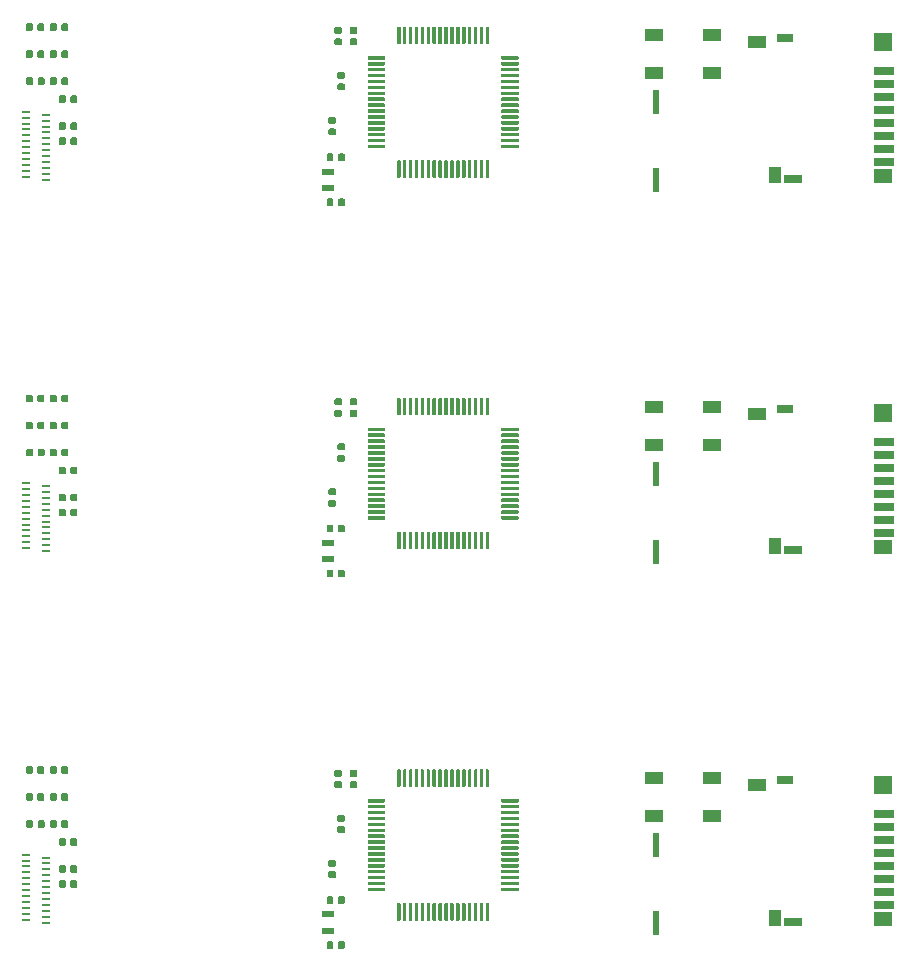
<source format=gbr>
G04 #@! TF.GenerationSoftware,KiCad,Pcbnew,5.1.5+dfsg1-2build2*
G04 #@! TF.CreationDate,2021-03-20T12:23:53+01:00*
G04 #@! TF.ProjectId,ATSAME51J18A-devboard-panel,41545341-4d45-4353-914a-3138412d6465,rev?*
G04 #@! TF.SameCoordinates,Original*
G04 #@! TF.FileFunction,Paste,Top*
G04 #@! TF.FilePolarity,Positive*
%FSLAX46Y46*%
G04 Gerber Fmt 4.6, Leading zero omitted, Abs format (unit mm)*
G04 Created by KiCad (PCBNEW 5.1.5+dfsg1-2build2) date 2021-03-20 12:23:53*
%MOMM*%
%LPD*%
G04 APERTURE LIST*
%ADD10C,0.150000*%
%ADD11R,1.500000X1.000000*%
%ADD12R,1.550000X1.000000*%
%ADD13R,1.500000X1.500000*%
%ADD14R,1.750000X0.700000*%
%ADD15R,1.400000X0.800000*%
%ADD16R,1.000000X1.450000*%
%ADD17R,1.500000X0.800000*%
%ADD18R,1.500000X1.300000*%
%ADD19R,1.100000X0.600000*%
%ADD20R,0.558800X2.108200*%
%ADD21R,0.711200X0.254000*%
G04 APERTURE END LIST*
D10*
G36*
X84018959Y-134765729D02*
G01*
X84033277Y-134767853D01*
X84047318Y-134771370D01*
X84060947Y-134776247D01*
X84074032Y-134782436D01*
X84086448Y-134789877D01*
X84098074Y-134798500D01*
X84108799Y-134808221D01*
X84118520Y-134818946D01*
X84127143Y-134830572D01*
X84134584Y-134842988D01*
X84140773Y-134856073D01*
X84145650Y-134869702D01*
X84149167Y-134883743D01*
X84151291Y-134898061D01*
X84152001Y-134912519D01*
X84152001Y-135257519D01*
X84151291Y-135271977D01*
X84149167Y-135286295D01*
X84145650Y-135300336D01*
X84140773Y-135313965D01*
X84134584Y-135327050D01*
X84127143Y-135339466D01*
X84118520Y-135351092D01*
X84108799Y-135361817D01*
X84098074Y-135371538D01*
X84086448Y-135380161D01*
X84074032Y-135387602D01*
X84060947Y-135393791D01*
X84047318Y-135398668D01*
X84033277Y-135402185D01*
X84018959Y-135404309D01*
X84004501Y-135405019D01*
X83709501Y-135405019D01*
X83695043Y-135404309D01*
X83680725Y-135402185D01*
X83666684Y-135398668D01*
X83653055Y-135393791D01*
X83639970Y-135387602D01*
X83627554Y-135380161D01*
X83615928Y-135371538D01*
X83605203Y-135361817D01*
X83595482Y-135351092D01*
X83586859Y-135339466D01*
X83579418Y-135327050D01*
X83573229Y-135313965D01*
X83568352Y-135300336D01*
X83564835Y-135286295D01*
X83562711Y-135271977D01*
X83562001Y-135257519D01*
X83562001Y-134912519D01*
X83562711Y-134898061D01*
X83564835Y-134883743D01*
X83568352Y-134869702D01*
X83573229Y-134856073D01*
X83579418Y-134842988D01*
X83586859Y-134830572D01*
X83595482Y-134818946D01*
X83605203Y-134808221D01*
X83615928Y-134798500D01*
X83627554Y-134789877D01*
X83639970Y-134782436D01*
X83653055Y-134776247D01*
X83666684Y-134771370D01*
X83680725Y-134767853D01*
X83695043Y-134765729D01*
X83709501Y-134765019D01*
X84004501Y-134765019D01*
X84018959Y-134765729D01*
G37*
G36*
X84988959Y-134765729D02*
G01*
X85003277Y-134767853D01*
X85017318Y-134771370D01*
X85030947Y-134776247D01*
X85044032Y-134782436D01*
X85056448Y-134789877D01*
X85068074Y-134798500D01*
X85078799Y-134808221D01*
X85088520Y-134818946D01*
X85097143Y-134830572D01*
X85104584Y-134842988D01*
X85110773Y-134856073D01*
X85115650Y-134869702D01*
X85119167Y-134883743D01*
X85121291Y-134898061D01*
X85122001Y-134912519D01*
X85122001Y-135257519D01*
X85121291Y-135271977D01*
X85119167Y-135286295D01*
X85115650Y-135300336D01*
X85110773Y-135313965D01*
X85104584Y-135327050D01*
X85097143Y-135339466D01*
X85088520Y-135351092D01*
X85078799Y-135361817D01*
X85068074Y-135371538D01*
X85056448Y-135380161D01*
X85044032Y-135387602D01*
X85030947Y-135393791D01*
X85017318Y-135398668D01*
X85003277Y-135402185D01*
X84988959Y-135404309D01*
X84974501Y-135405019D01*
X84679501Y-135405019D01*
X84665043Y-135404309D01*
X84650725Y-135402185D01*
X84636684Y-135398668D01*
X84623055Y-135393791D01*
X84609970Y-135387602D01*
X84597554Y-135380161D01*
X84585928Y-135371538D01*
X84575203Y-135361817D01*
X84565482Y-135351092D01*
X84556859Y-135339466D01*
X84549418Y-135327050D01*
X84543229Y-135313965D01*
X84538352Y-135300336D01*
X84534835Y-135286295D01*
X84532711Y-135271977D01*
X84532001Y-135257519D01*
X84532001Y-134912519D01*
X84532711Y-134898061D01*
X84534835Y-134883743D01*
X84538352Y-134869702D01*
X84543229Y-134856073D01*
X84549418Y-134842988D01*
X84556859Y-134830572D01*
X84565482Y-134818946D01*
X84575203Y-134808221D01*
X84585928Y-134798500D01*
X84597554Y-134789877D01*
X84609970Y-134782436D01*
X84623055Y-134776247D01*
X84636684Y-134771370D01*
X84650725Y-134767853D01*
X84665043Y-134765729D01*
X84679501Y-134765019D01*
X84974501Y-134765019D01*
X84988959Y-134765729D01*
G37*
G36*
X84988959Y-130955729D02*
G01*
X85003277Y-130957853D01*
X85017318Y-130961370D01*
X85030947Y-130966247D01*
X85044032Y-130972436D01*
X85056448Y-130979877D01*
X85068074Y-130988500D01*
X85078799Y-130998221D01*
X85088520Y-131008946D01*
X85097143Y-131020572D01*
X85104584Y-131032988D01*
X85110773Y-131046073D01*
X85115650Y-131059702D01*
X85119167Y-131073743D01*
X85121291Y-131088061D01*
X85122001Y-131102519D01*
X85122001Y-131447519D01*
X85121291Y-131461977D01*
X85119167Y-131476295D01*
X85115650Y-131490336D01*
X85110773Y-131503965D01*
X85104584Y-131517050D01*
X85097143Y-131529466D01*
X85088520Y-131541092D01*
X85078799Y-131551817D01*
X85068074Y-131561538D01*
X85056448Y-131570161D01*
X85044032Y-131577602D01*
X85030947Y-131583791D01*
X85017318Y-131588668D01*
X85003277Y-131592185D01*
X84988959Y-131594309D01*
X84974501Y-131595019D01*
X84679501Y-131595019D01*
X84665043Y-131594309D01*
X84650725Y-131592185D01*
X84636684Y-131588668D01*
X84623055Y-131583791D01*
X84609970Y-131577602D01*
X84597554Y-131570161D01*
X84585928Y-131561538D01*
X84575203Y-131551817D01*
X84565482Y-131541092D01*
X84556859Y-131529466D01*
X84549418Y-131517050D01*
X84543229Y-131503965D01*
X84538352Y-131490336D01*
X84534835Y-131476295D01*
X84532711Y-131461977D01*
X84532001Y-131447519D01*
X84532001Y-131102519D01*
X84532711Y-131088061D01*
X84534835Y-131073743D01*
X84538352Y-131059702D01*
X84543229Y-131046073D01*
X84549418Y-131032988D01*
X84556859Y-131020572D01*
X84565482Y-131008946D01*
X84575203Y-130998221D01*
X84585928Y-130988500D01*
X84597554Y-130979877D01*
X84609970Y-130972436D01*
X84623055Y-130966247D01*
X84636684Y-130961370D01*
X84650725Y-130957853D01*
X84665043Y-130955729D01*
X84679501Y-130955019D01*
X84974501Y-130955019D01*
X84988959Y-130955729D01*
G37*
G36*
X84018959Y-130955729D02*
G01*
X84033277Y-130957853D01*
X84047318Y-130961370D01*
X84060947Y-130966247D01*
X84074032Y-130972436D01*
X84086448Y-130979877D01*
X84098074Y-130988500D01*
X84108799Y-130998221D01*
X84118520Y-131008946D01*
X84127143Y-131020572D01*
X84134584Y-131032988D01*
X84140773Y-131046073D01*
X84145650Y-131059702D01*
X84149167Y-131073743D01*
X84151291Y-131088061D01*
X84152001Y-131102519D01*
X84152001Y-131447519D01*
X84151291Y-131461977D01*
X84149167Y-131476295D01*
X84145650Y-131490336D01*
X84140773Y-131503965D01*
X84134584Y-131517050D01*
X84127143Y-131529466D01*
X84118520Y-131541092D01*
X84108799Y-131551817D01*
X84098074Y-131561538D01*
X84086448Y-131570161D01*
X84074032Y-131577602D01*
X84060947Y-131583791D01*
X84047318Y-131588668D01*
X84033277Y-131592185D01*
X84018959Y-131594309D01*
X84004501Y-131595019D01*
X83709501Y-131595019D01*
X83695043Y-131594309D01*
X83680725Y-131592185D01*
X83666684Y-131588668D01*
X83653055Y-131583791D01*
X83639970Y-131577602D01*
X83627554Y-131570161D01*
X83615928Y-131561538D01*
X83605203Y-131551817D01*
X83595482Y-131541092D01*
X83586859Y-131529466D01*
X83579418Y-131517050D01*
X83573229Y-131503965D01*
X83568352Y-131490336D01*
X83564835Y-131476295D01*
X83562711Y-131461977D01*
X83562001Y-131447519D01*
X83562001Y-131102519D01*
X83562711Y-131088061D01*
X83564835Y-131073743D01*
X83568352Y-131059702D01*
X83573229Y-131046073D01*
X83579418Y-131032988D01*
X83586859Y-131020572D01*
X83595482Y-131008946D01*
X83605203Y-130998221D01*
X83615928Y-130988500D01*
X83627554Y-130979877D01*
X83639970Y-130972436D01*
X83653055Y-130966247D01*
X83666684Y-130961370D01*
X83680725Y-130957853D01*
X83695043Y-130955729D01*
X83709501Y-130955019D01*
X84004501Y-130955019D01*
X84018959Y-130955729D01*
G37*
G36*
X84730959Y-120244729D02*
G01*
X84745277Y-120246853D01*
X84759318Y-120250370D01*
X84772947Y-120255247D01*
X84786032Y-120261436D01*
X84798448Y-120268877D01*
X84810074Y-120277500D01*
X84820799Y-120287221D01*
X84830520Y-120297946D01*
X84839143Y-120309572D01*
X84846584Y-120321988D01*
X84852773Y-120335073D01*
X84857650Y-120348702D01*
X84861167Y-120362743D01*
X84863291Y-120377061D01*
X84864001Y-120391519D01*
X84864001Y-120686519D01*
X84863291Y-120700977D01*
X84861167Y-120715295D01*
X84857650Y-120729336D01*
X84852773Y-120742965D01*
X84846584Y-120756050D01*
X84839143Y-120768466D01*
X84830520Y-120780092D01*
X84820799Y-120790817D01*
X84810074Y-120800538D01*
X84798448Y-120809161D01*
X84786032Y-120816602D01*
X84772947Y-120822791D01*
X84759318Y-120827668D01*
X84745277Y-120831185D01*
X84730959Y-120833309D01*
X84716501Y-120834019D01*
X84371501Y-120834019D01*
X84357043Y-120833309D01*
X84342725Y-120831185D01*
X84328684Y-120827668D01*
X84315055Y-120822791D01*
X84301970Y-120816602D01*
X84289554Y-120809161D01*
X84277928Y-120800538D01*
X84267203Y-120790817D01*
X84257482Y-120780092D01*
X84248859Y-120768466D01*
X84241418Y-120756050D01*
X84235229Y-120742965D01*
X84230352Y-120729336D01*
X84226835Y-120715295D01*
X84224711Y-120700977D01*
X84224001Y-120686519D01*
X84224001Y-120391519D01*
X84224711Y-120377061D01*
X84226835Y-120362743D01*
X84230352Y-120348702D01*
X84235229Y-120335073D01*
X84241418Y-120321988D01*
X84248859Y-120309572D01*
X84257482Y-120297946D01*
X84267203Y-120287221D01*
X84277928Y-120277500D01*
X84289554Y-120268877D01*
X84301970Y-120261436D01*
X84315055Y-120255247D01*
X84328684Y-120250370D01*
X84342725Y-120246853D01*
X84357043Y-120244729D01*
X84371501Y-120244019D01*
X84716501Y-120244019D01*
X84730959Y-120244729D01*
G37*
G36*
X84730959Y-121214729D02*
G01*
X84745277Y-121216853D01*
X84759318Y-121220370D01*
X84772947Y-121225247D01*
X84786032Y-121231436D01*
X84798448Y-121238877D01*
X84810074Y-121247500D01*
X84820799Y-121257221D01*
X84830520Y-121267946D01*
X84839143Y-121279572D01*
X84846584Y-121291988D01*
X84852773Y-121305073D01*
X84857650Y-121318702D01*
X84861167Y-121332743D01*
X84863291Y-121347061D01*
X84864001Y-121361519D01*
X84864001Y-121656519D01*
X84863291Y-121670977D01*
X84861167Y-121685295D01*
X84857650Y-121699336D01*
X84852773Y-121712965D01*
X84846584Y-121726050D01*
X84839143Y-121738466D01*
X84830520Y-121750092D01*
X84820799Y-121760817D01*
X84810074Y-121770538D01*
X84798448Y-121779161D01*
X84786032Y-121786602D01*
X84772947Y-121792791D01*
X84759318Y-121797668D01*
X84745277Y-121801185D01*
X84730959Y-121803309D01*
X84716501Y-121804019D01*
X84371501Y-121804019D01*
X84357043Y-121803309D01*
X84342725Y-121801185D01*
X84328684Y-121797668D01*
X84315055Y-121792791D01*
X84301970Y-121786602D01*
X84289554Y-121779161D01*
X84277928Y-121770538D01*
X84267203Y-121760817D01*
X84257482Y-121750092D01*
X84248859Y-121738466D01*
X84241418Y-121726050D01*
X84235229Y-121712965D01*
X84230352Y-121699336D01*
X84226835Y-121685295D01*
X84224711Y-121670977D01*
X84224001Y-121656519D01*
X84224001Y-121361519D01*
X84224711Y-121347061D01*
X84226835Y-121332743D01*
X84230352Y-121318702D01*
X84235229Y-121305073D01*
X84241418Y-121291988D01*
X84248859Y-121279572D01*
X84257482Y-121267946D01*
X84267203Y-121257221D01*
X84277928Y-121247500D01*
X84289554Y-121238877D01*
X84301970Y-121231436D01*
X84315055Y-121225247D01*
X84328684Y-121220370D01*
X84342725Y-121216853D01*
X84357043Y-121214729D01*
X84371501Y-121214019D01*
X84716501Y-121214019D01*
X84730959Y-121214729D01*
G37*
G36*
X84984959Y-125024729D02*
G01*
X84999277Y-125026853D01*
X85013318Y-125030370D01*
X85026947Y-125035247D01*
X85040032Y-125041436D01*
X85052448Y-125048877D01*
X85064074Y-125057500D01*
X85074799Y-125067221D01*
X85084520Y-125077946D01*
X85093143Y-125089572D01*
X85100584Y-125101988D01*
X85106773Y-125115073D01*
X85111650Y-125128702D01*
X85115167Y-125142743D01*
X85117291Y-125157061D01*
X85118001Y-125171519D01*
X85118001Y-125466519D01*
X85117291Y-125480977D01*
X85115167Y-125495295D01*
X85111650Y-125509336D01*
X85106773Y-125522965D01*
X85100584Y-125536050D01*
X85093143Y-125548466D01*
X85084520Y-125560092D01*
X85074799Y-125570817D01*
X85064074Y-125580538D01*
X85052448Y-125589161D01*
X85040032Y-125596602D01*
X85026947Y-125602791D01*
X85013318Y-125607668D01*
X84999277Y-125611185D01*
X84984959Y-125613309D01*
X84970501Y-125614019D01*
X84625501Y-125614019D01*
X84611043Y-125613309D01*
X84596725Y-125611185D01*
X84582684Y-125607668D01*
X84569055Y-125602791D01*
X84555970Y-125596602D01*
X84543554Y-125589161D01*
X84531928Y-125580538D01*
X84521203Y-125570817D01*
X84511482Y-125560092D01*
X84502859Y-125548466D01*
X84495418Y-125536050D01*
X84489229Y-125522965D01*
X84484352Y-125509336D01*
X84480835Y-125495295D01*
X84478711Y-125480977D01*
X84478001Y-125466519D01*
X84478001Y-125171519D01*
X84478711Y-125157061D01*
X84480835Y-125142743D01*
X84484352Y-125128702D01*
X84489229Y-125115073D01*
X84495418Y-125101988D01*
X84502859Y-125089572D01*
X84511482Y-125077946D01*
X84521203Y-125067221D01*
X84531928Y-125057500D01*
X84543554Y-125048877D01*
X84555970Y-125041436D01*
X84569055Y-125035247D01*
X84582684Y-125030370D01*
X84596725Y-125026853D01*
X84611043Y-125024729D01*
X84625501Y-125024019D01*
X84970501Y-125024019D01*
X84984959Y-125024729D01*
G37*
G36*
X84984959Y-124054729D02*
G01*
X84999277Y-124056853D01*
X85013318Y-124060370D01*
X85026947Y-124065247D01*
X85040032Y-124071436D01*
X85052448Y-124078877D01*
X85064074Y-124087500D01*
X85074799Y-124097221D01*
X85084520Y-124107946D01*
X85093143Y-124119572D01*
X85100584Y-124131988D01*
X85106773Y-124145073D01*
X85111650Y-124158702D01*
X85115167Y-124172743D01*
X85117291Y-124187061D01*
X85118001Y-124201519D01*
X85118001Y-124496519D01*
X85117291Y-124510977D01*
X85115167Y-124525295D01*
X85111650Y-124539336D01*
X85106773Y-124552965D01*
X85100584Y-124566050D01*
X85093143Y-124578466D01*
X85084520Y-124590092D01*
X85074799Y-124600817D01*
X85064074Y-124610538D01*
X85052448Y-124619161D01*
X85040032Y-124626602D01*
X85026947Y-124632791D01*
X85013318Y-124637668D01*
X84999277Y-124641185D01*
X84984959Y-124643309D01*
X84970501Y-124644019D01*
X84625501Y-124644019D01*
X84611043Y-124643309D01*
X84596725Y-124641185D01*
X84582684Y-124637668D01*
X84569055Y-124632791D01*
X84555970Y-124626602D01*
X84543554Y-124619161D01*
X84531928Y-124610538D01*
X84521203Y-124600817D01*
X84511482Y-124590092D01*
X84502859Y-124578466D01*
X84495418Y-124566050D01*
X84489229Y-124552965D01*
X84484352Y-124539336D01*
X84480835Y-124525295D01*
X84478711Y-124510977D01*
X84478001Y-124496519D01*
X84478001Y-124201519D01*
X84478711Y-124187061D01*
X84480835Y-124172743D01*
X84484352Y-124158702D01*
X84489229Y-124145073D01*
X84495418Y-124131988D01*
X84502859Y-124119572D01*
X84511482Y-124107946D01*
X84521203Y-124097221D01*
X84531928Y-124087500D01*
X84543554Y-124078877D01*
X84555970Y-124071436D01*
X84569055Y-124065247D01*
X84582684Y-124060370D01*
X84596725Y-124056853D01*
X84611043Y-124054729D01*
X84625501Y-124054019D01*
X84970501Y-124054019D01*
X84984959Y-124054729D01*
G37*
G36*
X84222959Y-128834729D02*
G01*
X84237277Y-128836853D01*
X84251318Y-128840370D01*
X84264947Y-128845247D01*
X84278032Y-128851436D01*
X84290448Y-128858877D01*
X84302074Y-128867500D01*
X84312799Y-128877221D01*
X84322520Y-128887946D01*
X84331143Y-128899572D01*
X84338584Y-128911988D01*
X84344773Y-128925073D01*
X84349650Y-128938702D01*
X84353167Y-128952743D01*
X84355291Y-128967061D01*
X84356001Y-128981519D01*
X84356001Y-129276519D01*
X84355291Y-129290977D01*
X84353167Y-129305295D01*
X84349650Y-129319336D01*
X84344773Y-129332965D01*
X84338584Y-129346050D01*
X84331143Y-129358466D01*
X84322520Y-129370092D01*
X84312799Y-129380817D01*
X84302074Y-129390538D01*
X84290448Y-129399161D01*
X84278032Y-129406602D01*
X84264947Y-129412791D01*
X84251318Y-129417668D01*
X84237277Y-129421185D01*
X84222959Y-129423309D01*
X84208501Y-129424019D01*
X83863501Y-129424019D01*
X83849043Y-129423309D01*
X83834725Y-129421185D01*
X83820684Y-129417668D01*
X83807055Y-129412791D01*
X83793970Y-129406602D01*
X83781554Y-129399161D01*
X83769928Y-129390538D01*
X83759203Y-129380817D01*
X83749482Y-129370092D01*
X83740859Y-129358466D01*
X83733418Y-129346050D01*
X83727229Y-129332965D01*
X83722352Y-129319336D01*
X83718835Y-129305295D01*
X83716711Y-129290977D01*
X83716001Y-129276519D01*
X83716001Y-128981519D01*
X83716711Y-128967061D01*
X83718835Y-128952743D01*
X83722352Y-128938702D01*
X83727229Y-128925073D01*
X83733418Y-128911988D01*
X83740859Y-128899572D01*
X83749482Y-128887946D01*
X83759203Y-128877221D01*
X83769928Y-128867500D01*
X83781554Y-128858877D01*
X83793970Y-128851436D01*
X83807055Y-128845247D01*
X83820684Y-128840370D01*
X83834725Y-128836853D01*
X83849043Y-128834729D01*
X83863501Y-128834019D01*
X84208501Y-128834019D01*
X84222959Y-128834729D01*
G37*
G36*
X84222959Y-127864729D02*
G01*
X84237277Y-127866853D01*
X84251318Y-127870370D01*
X84264947Y-127875247D01*
X84278032Y-127881436D01*
X84290448Y-127888877D01*
X84302074Y-127897500D01*
X84312799Y-127907221D01*
X84322520Y-127917946D01*
X84331143Y-127929572D01*
X84338584Y-127941988D01*
X84344773Y-127955073D01*
X84349650Y-127968702D01*
X84353167Y-127982743D01*
X84355291Y-127997061D01*
X84356001Y-128011519D01*
X84356001Y-128306519D01*
X84355291Y-128320977D01*
X84353167Y-128335295D01*
X84349650Y-128349336D01*
X84344773Y-128362965D01*
X84338584Y-128376050D01*
X84331143Y-128388466D01*
X84322520Y-128400092D01*
X84312799Y-128410817D01*
X84302074Y-128420538D01*
X84290448Y-128429161D01*
X84278032Y-128436602D01*
X84264947Y-128442791D01*
X84251318Y-128447668D01*
X84237277Y-128451185D01*
X84222959Y-128453309D01*
X84208501Y-128454019D01*
X83863501Y-128454019D01*
X83849043Y-128453309D01*
X83834725Y-128451185D01*
X83820684Y-128447668D01*
X83807055Y-128442791D01*
X83793970Y-128436602D01*
X83781554Y-128429161D01*
X83769928Y-128420538D01*
X83759203Y-128410817D01*
X83749482Y-128400092D01*
X83740859Y-128388466D01*
X83733418Y-128376050D01*
X83727229Y-128362965D01*
X83722352Y-128349336D01*
X83718835Y-128335295D01*
X83716711Y-128320977D01*
X83716001Y-128306519D01*
X83716001Y-128011519D01*
X83716711Y-127997061D01*
X83718835Y-127982743D01*
X83722352Y-127968702D01*
X83727229Y-127955073D01*
X83733418Y-127941988D01*
X83740859Y-127929572D01*
X83749482Y-127917946D01*
X83759203Y-127907221D01*
X83769928Y-127897500D01*
X83781554Y-127888877D01*
X83793970Y-127881436D01*
X83807055Y-127875247D01*
X83820684Y-127870370D01*
X83834725Y-127866853D01*
X83849043Y-127864729D01*
X83863501Y-127864019D01*
X84208501Y-127864019D01*
X84222959Y-127864729D01*
G37*
D11*
X111304001Y-120948019D03*
X111304001Y-124148019D03*
X116204001Y-120948019D03*
X116204001Y-124148019D03*
D10*
G36*
X62330959Y-126038729D02*
G01*
X62345277Y-126040853D01*
X62359318Y-126044370D01*
X62372947Y-126049247D01*
X62386032Y-126055436D01*
X62398448Y-126062877D01*
X62410074Y-126071500D01*
X62420799Y-126081221D01*
X62430520Y-126091946D01*
X62439143Y-126103572D01*
X62446584Y-126115988D01*
X62452773Y-126129073D01*
X62457650Y-126142702D01*
X62461167Y-126156743D01*
X62463291Y-126171061D01*
X62464001Y-126185519D01*
X62464001Y-126530519D01*
X62463291Y-126544977D01*
X62461167Y-126559295D01*
X62457650Y-126573336D01*
X62452773Y-126586965D01*
X62446584Y-126600050D01*
X62439143Y-126612466D01*
X62430520Y-126624092D01*
X62420799Y-126634817D01*
X62410074Y-126644538D01*
X62398448Y-126653161D01*
X62386032Y-126660602D01*
X62372947Y-126666791D01*
X62359318Y-126671668D01*
X62345277Y-126675185D01*
X62330959Y-126677309D01*
X62316501Y-126678019D01*
X62021501Y-126678019D01*
X62007043Y-126677309D01*
X61992725Y-126675185D01*
X61978684Y-126671668D01*
X61965055Y-126666791D01*
X61951970Y-126660602D01*
X61939554Y-126653161D01*
X61927928Y-126644538D01*
X61917203Y-126634817D01*
X61907482Y-126624092D01*
X61898859Y-126612466D01*
X61891418Y-126600050D01*
X61885229Y-126586965D01*
X61880352Y-126573336D01*
X61876835Y-126559295D01*
X61874711Y-126544977D01*
X61874001Y-126530519D01*
X61874001Y-126185519D01*
X61874711Y-126171061D01*
X61876835Y-126156743D01*
X61880352Y-126142702D01*
X61885229Y-126129073D01*
X61891418Y-126115988D01*
X61898859Y-126103572D01*
X61907482Y-126091946D01*
X61917203Y-126081221D01*
X61927928Y-126071500D01*
X61939554Y-126062877D01*
X61951970Y-126055436D01*
X61965055Y-126049247D01*
X61978684Y-126044370D01*
X61992725Y-126040853D01*
X62007043Y-126038729D01*
X62021501Y-126038019D01*
X62316501Y-126038019D01*
X62330959Y-126038729D01*
G37*
G36*
X61360959Y-126038729D02*
G01*
X61375277Y-126040853D01*
X61389318Y-126044370D01*
X61402947Y-126049247D01*
X61416032Y-126055436D01*
X61428448Y-126062877D01*
X61440074Y-126071500D01*
X61450799Y-126081221D01*
X61460520Y-126091946D01*
X61469143Y-126103572D01*
X61476584Y-126115988D01*
X61482773Y-126129073D01*
X61487650Y-126142702D01*
X61491167Y-126156743D01*
X61493291Y-126171061D01*
X61494001Y-126185519D01*
X61494001Y-126530519D01*
X61493291Y-126544977D01*
X61491167Y-126559295D01*
X61487650Y-126573336D01*
X61482773Y-126586965D01*
X61476584Y-126600050D01*
X61469143Y-126612466D01*
X61460520Y-126624092D01*
X61450799Y-126634817D01*
X61440074Y-126644538D01*
X61428448Y-126653161D01*
X61416032Y-126660602D01*
X61402947Y-126666791D01*
X61389318Y-126671668D01*
X61375277Y-126675185D01*
X61360959Y-126677309D01*
X61346501Y-126678019D01*
X61051501Y-126678019D01*
X61037043Y-126677309D01*
X61022725Y-126675185D01*
X61008684Y-126671668D01*
X60995055Y-126666791D01*
X60981970Y-126660602D01*
X60969554Y-126653161D01*
X60957928Y-126644538D01*
X60947203Y-126634817D01*
X60937482Y-126624092D01*
X60928859Y-126612466D01*
X60921418Y-126600050D01*
X60915229Y-126586965D01*
X60910352Y-126573336D01*
X60906835Y-126559295D01*
X60904711Y-126544977D01*
X60904001Y-126530519D01*
X60904001Y-126185519D01*
X60904711Y-126171061D01*
X60906835Y-126156743D01*
X60910352Y-126142702D01*
X60915229Y-126129073D01*
X60921418Y-126115988D01*
X60928859Y-126103572D01*
X60937482Y-126091946D01*
X60947203Y-126081221D01*
X60957928Y-126071500D01*
X60969554Y-126062877D01*
X60981970Y-126055436D01*
X60995055Y-126049247D01*
X61008684Y-126044370D01*
X61022725Y-126040853D01*
X61037043Y-126038729D01*
X61051501Y-126038019D01*
X61346501Y-126038019D01*
X61360959Y-126038729D01*
G37*
G36*
X62330959Y-128324729D02*
G01*
X62345277Y-128326853D01*
X62359318Y-128330370D01*
X62372947Y-128335247D01*
X62386032Y-128341436D01*
X62398448Y-128348877D01*
X62410074Y-128357500D01*
X62420799Y-128367221D01*
X62430520Y-128377946D01*
X62439143Y-128389572D01*
X62446584Y-128401988D01*
X62452773Y-128415073D01*
X62457650Y-128428702D01*
X62461167Y-128442743D01*
X62463291Y-128457061D01*
X62464001Y-128471519D01*
X62464001Y-128816519D01*
X62463291Y-128830977D01*
X62461167Y-128845295D01*
X62457650Y-128859336D01*
X62452773Y-128872965D01*
X62446584Y-128886050D01*
X62439143Y-128898466D01*
X62430520Y-128910092D01*
X62420799Y-128920817D01*
X62410074Y-128930538D01*
X62398448Y-128939161D01*
X62386032Y-128946602D01*
X62372947Y-128952791D01*
X62359318Y-128957668D01*
X62345277Y-128961185D01*
X62330959Y-128963309D01*
X62316501Y-128964019D01*
X62021501Y-128964019D01*
X62007043Y-128963309D01*
X61992725Y-128961185D01*
X61978684Y-128957668D01*
X61965055Y-128952791D01*
X61951970Y-128946602D01*
X61939554Y-128939161D01*
X61927928Y-128930538D01*
X61917203Y-128920817D01*
X61907482Y-128910092D01*
X61898859Y-128898466D01*
X61891418Y-128886050D01*
X61885229Y-128872965D01*
X61880352Y-128859336D01*
X61876835Y-128845295D01*
X61874711Y-128830977D01*
X61874001Y-128816519D01*
X61874001Y-128471519D01*
X61874711Y-128457061D01*
X61876835Y-128442743D01*
X61880352Y-128428702D01*
X61885229Y-128415073D01*
X61891418Y-128401988D01*
X61898859Y-128389572D01*
X61907482Y-128377946D01*
X61917203Y-128367221D01*
X61927928Y-128357500D01*
X61939554Y-128348877D01*
X61951970Y-128341436D01*
X61965055Y-128335247D01*
X61978684Y-128330370D01*
X61992725Y-128326853D01*
X62007043Y-128324729D01*
X62021501Y-128324019D01*
X62316501Y-128324019D01*
X62330959Y-128324729D01*
G37*
G36*
X61360959Y-128324729D02*
G01*
X61375277Y-128326853D01*
X61389318Y-128330370D01*
X61402947Y-128335247D01*
X61416032Y-128341436D01*
X61428448Y-128348877D01*
X61440074Y-128357500D01*
X61450799Y-128367221D01*
X61460520Y-128377946D01*
X61469143Y-128389572D01*
X61476584Y-128401988D01*
X61482773Y-128415073D01*
X61487650Y-128428702D01*
X61491167Y-128442743D01*
X61493291Y-128457061D01*
X61494001Y-128471519D01*
X61494001Y-128816519D01*
X61493291Y-128830977D01*
X61491167Y-128845295D01*
X61487650Y-128859336D01*
X61482773Y-128872965D01*
X61476584Y-128886050D01*
X61469143Y-128898466D01*
X61460520Y-128910092D01*
X61450799Y-128920817D01*
X61440074Y-128930538D01*
X61428448Y-128939161D01*
X61416032Y-128946602D01*
X61402947Y-128952791D01*
X61389318Y-128957668D01*
X61375277Y-128961185D01*
X61360959Y-128963309D01*
X61346501Y-128964019D01*
X61051501Y-128964019D01*
X61037043Y-128963309D01*
X61022725Y-128961185D01*
X61008684Y-128957668D01*
X60995055Y-128952791D01*
X60981970Y-128946602D01*
X60969554Y-128939161D01*
X60957928Y-128930538D01*
X60947203Y-128920817D01*
X60937482Y-128910092D01*
X60928859Y-128898466D01*
X60921418Y-128886050D01*
X60915229Y-128872965D01*
X60910352Y-128859336D01*
X60906835Y-128845295D01*
X60904711Y-128830977D01*
X60904001Y-128816519D01*
X60904001Y-128471519D01*
X60904711Y-128457061D01*
X60906835Y-128442743D01*
X60910352Y-128428702D01*
X60915229Y-128415073D01*
X60921418Y-128401988D01*
X60928859Y-128389572D01*
X60937482Y-128377946D01*
X60947203Y-128367221D01*
X60957928Y-128357500D01*
X60969554Y-128348877D01*
X60981970Y-128341436D01*
X60995055Y-128335247D01*
X61008684Y-128330370D01*
X61022725Y-128326853D01*
X61037043Y-128324729D01*
X61051501Y-128324019D01*
X61346501Y-128324019D01*
X61360959Y-128324729D01*
G37*
G36*
X58589959Y-124514729D02*
G01*
X58604277Y-124516853D01*
X58618318Y-124520370D01*
X58631947Y-124525247D01*
X58645032Y-124531436D01*
X58657448Y-124538877D01*
X58669074Y-124547500D01*
X58679799Y-124557221D01*
X58689520Y-124567946D01*
X58698143Y-124579572D01*
X58705584Y-124591988D01*
X58711773Y-124605073D01*
X58716650Y-124618702D01*
X58720167Y-124632743D01*
X58722291Y-124647061D01*
X58723001Y-124661519D01*
X58723001Y-125006519D01*
X58722291Y-125020977D01*
X58720167Y-125035295D01*
X58716650Y-125049336D01*
X58711773Y-125062965D01*
X58705584Y-125076050D01*
X58698143Y-125088466D01*
X58689520Y-125100092D01*
X58679799Y-125110817D01*
X58669074Y-125120538D01*
X58657448Y-125129161D01*
X58645032Y-125136602D01*
X58631947Y-125142791D01*
X58618318Y-125147668D01*
X58604277Y-125151185D01*
X58589959Y-125153309D01*
X58575501Y-125154019D01*
X58280501Y-125154019D01*
X58266043Y-125153309D01*
X58251725Y-125151185D01*
X58237684Y-125147668D01*
X58224055Y-125142791D01*
X58210970Y-125136602D01*
X58198554Y-125129161D01*
X58186928Y-125120538D01*
X58176203Y-125110817D01*
X58166482Y-125100092D01*
X58157859Y-125088466D01*
X58150418Y-125076050D01*
X58144229Y-125062965D01*
X58139352Y-125049336D01*
X58135835Y-125035295D01*
X58133711Y-125020977D01*
X58133001Y-125006519D01*
X58133001Y-124661519D01*
X58133711Y-124647061D01*
X58135835Y-124632743D01*
X58139352Y-124618702D01*
X58144229Y-124605073D01*
X58150418Y-124591988D01*
X58157859Y-124579572D01*
X58166482Y-124567946D01*
X58176203Y-124557221D01*
X58186928Y-124547500D01*
X58198554Y-124538877D01*
X58210970Y-124531436D01*
X58224055Y-124525247D01*
X58237684Y-124520370D01*
X58251725Y-124516853D01*
X58266043Y-124514729D01*
X58280501Y-124514019D01*
X58575501Y-124514019D01*
X58589959Y-124514729D01*
G37*
G36*
X59559959Y-124514729D02*
G01*
X59574277Y-124516853D01*
X59588318Y-124520370D01*
X59601947Y-124525247D01*
X59615032Y-124531436D01*
X59627448Y-124538877D01*
X59639074Y-124547500D01*
X59649799Y-124557221D01*
X59659520Y-124567946D01*
X59668143Y-124579572D01*
X59675584Y-124591988D01*
X59681773Y-124605073D01*
X59686650Y-124618702D01*
X59690167Y-124632743D01*
X59692291Y-124647061D01*
X59693001Y-124661519D01*
X59693001Y-125006519D01*
X59692291Y-125020977D01*
X59690167Y-125035295D01*
X59686650Y-125049336D01*
X59681773Y-125062965D01*
X59675584Y-125076050D01*
X59668143Y-125088466D01*
X59659520Y-125100092D01*
X59649799Y-125110817D01*
X59639074Y-125120538D01*
X59627448Y-125129161D01*
X59615032Y-125136602D01*
X59601947Y-125142791D01*
X59588318Y-125147668D01*
X59574277Y-125151185D01*
X59559959Y-125153309D01*
X59545501Y-125154019D01*
X59250501Y-125154019D01*
X59236043Y-125153309D01*
X59221725Y-125151185D01*
X59207684Y-125147668D01*
X59194055Y-125142791D01*
X59180970Y-125136602D01*
X59168554Y-125129161D01*
X59156928Y-125120538D01*
X59146203Y-125110817D01*
X59136482Y-125100092D01*
X59127859Y-125088466D01*
X59120418Y-125076050D01*
X59114229Y-125062965D01*
X59109352Y-125049336D01*
X59105835Y-125035295D01*
X59103711Y-125020977D01*
X59103001Y-125006519D01*
X59103001Y-124661519D01*
X59103711Y-124647061D01*
X59105835Y-124632743D01*
X59109352Y-124618702D01*
X59114229Y-124605073D01*
X59120418Y-124591988D01*
X59127859Y-124579572D01*
X59136482Y-124567946D01*
X59146203Y-124557221D01*
X59156928Y-124547500D01*
X59168554Y-124538877D01*
X59180970Y-124531436D01*
X59194055Y-124525247D01*
X59207684Y-124520370D01*
X59221725Y-124516853D01*
X59236043Y-124514729D01*
X59250501Y-124514019D01*
X59545501Y-124514019D01*
X59559959Y-124514729D01*
G37*
D12*
X119988001Y-121545019D03*
D13*
X130663001Y-121495019D03*
D14*
X130788001Y-123945019D03*
X130788001Y-125045019D03*
X130788001Y-126145019D03*
X130788001Y-127245019D03*
X130788001Y-128345019D03*
X130788001Y-129445019D03*
X130788001Y-130545019D03*
D15*
X122413001Y-121145019D03*
D16*
X121563001Y-132770019D03*
D17*
X123063001Y-133095019D03*
D18*
X130663001Y-132845019D03*
D14*
X130788001Y-131645019D03*
D10*
G36*
X62330959Y-129594729D02*
G01*
X62345277Y-129596853D01*
X62359318Y-129600370D01*
X62372947Y-129605247D01*
X62386032Y-129611436D01*
X62398448Y-129618877D01*
X62410074Y-129627500D01*
X62420799Y-129637221D01*
X62430520Y-129647946D01*
X62439143Y-129659572D01*
X62446584Y-129671988D01*
X62452773Y-129685073D01*
X62457650Y-129698702D01*
X62461167Y-129712743D01*
X62463291Y-129727061D01*
X62464001Y-129741519D01*
X62464001Y-130086519D01*
X62463291Y-130100977D01*
X62461167Y-130115295D01*
X62457650Y-130129336D01*
X62452773Y-130142965D01*
X62446584Y-130156050D01*
X62439143Y-130168466D01*
X62430520Y-130180092D01*
X62420799Y-130190817D01*
X62410074Y-130200538D01*
X62398448Y-130209161D01*
X62386032Y-130216602D01*
X62372947Y-130222791D01*
X62359318Y-130227668D01*
X62345277Y-130231185D01*
X62330959Y-130233309D01*
X62316501Y-130234019D01*
X62021501Y-130234019D01*
X62007043Y-130233309D01*
X61992725Y-130231185D01*
X61978684Y-130227668D01*
X61965055Y-130222791D01*
X61951970Y-130216602D01*
X61939554Y-130209161D01*
X61927928Y-130200538D01*
X61917203Y-130190817D01*
X61907482Y-130180092D01*
X61898859Y-130168466D01*
X61891418Y-130156050D01*
X61885229Y-130142965D01*
X61880352Y-130129336D01*
X61876835Y-130115295D01*
X61874711Y-130100977D01*
X61874001Y-130086519D01*
X61874001Y-129741519D01*
X61874711Y-129727061D01*
X61876835Y-129712743D01*
X61880352Y-129698702D01*
X61885229Y-129685073D01*
X61891418Y-129671988D01*
X61898859Y-129659572D01*
X61907482Y-129647946D01*
X61917203Y-129637221D01*
X61927928Y-129627500D01*
X61939554Y-129618877D01*
X61951970Y-129611436D01*
X61965055Y-129605247D01*
X61978684Y-129600370D01*
X61992725Y-129596853D01*
X62007043Y-129594729D01*
X62021501Y-129594019D01*
X62316501Y-129594019D01*
X62330959Y-129594729D01*
G37*
G36*
X61360959Y-129594729D02*
G01*
X61375277Y-129596853D01*
X61389318Y-129600370D01*
X61402947Y-129605247D01*
X61416032Y-129611436D01*
X61428448Y-129618877D01*
X61440074Y-129627500D01*
X61450799Y-129637221D01*
X61460520Y-129647946D01*
X61469143Y-129659572D01*
X61476584Y-129671988D01*
X61482773Y-129685073D01*
X61487650Y-129698702D01*
X61491167Y-129712743D01*
X61493291Y-129727061D01*
X61494001Y-129741519D01*
X61494001Y-130086519D01*
X61493291Y-130100977D01*
X61491167Y-130115295D01*
X61487650Y-130129336D01*
X61482773Y-130142965D01*
X61476584Y-130156050D01*
X61469143Y-130168466D01*
X61460520Y-130180092D01*
X61450799Y-130190817D01*
X61440074Y-130200538D01*
X61428448Y-130209161D01*
X61416032Y-130216602D01*
X61402947Y-130222791D01*
X61389318Y-130227668D01*
X61375277Y-130231185D01*
X61360959Y-130233309D01*
X61346501Y-130234019D01*
X61051501Y-130234019D01*
X61037043Y-130233309D01*
X61022725Y-130231185D01*
X61008684Y-130227668D01*
X60995055Y-130222791D01*
X60981970Y-130216602D01*
X60969554Y-130209161D01*
X60957928Y-130200538D01*
X60947203Y-130190817D01*
X60937482Y-130180092D01*
X60928859Y-130168466D01*
X60921418Y-130156050D01*
X60915229Y-130142965D01*
X60910352Y-130129336D01*
X60906835Y-130115295D01*
X60904711Y-130100977D01*
X60904001Y-130086519D01*
X60904001Y-129741519D01*
X60904711Y-129727061D01*
X60906835Y-129712743D01*
X60910352Y-129698702D01*
X60915229Y-129685073D01*
X60921418Y-129671988D01*
X60928859Y-129659572D01*
X60937482Y-129647946D01*
X60947203Y-129637221D01*
X60957928Y-129627500D01*
X60969554Y-129618877D01*
X60981970Y-129611436D01*
X60995055Y-129605247D01*
X61008684Y-129600370D01*
X61022725Y-129596853D01*
X61037043Y-129594729D01*
X61051501Y-129594019D01*
X61346501Y-129594019D01*
X61360959Y-129594729D01*
G37*
G36*
X86029959Y-121214729D02*
G01*
X86044277Y-121216853D01*
X86058318Y-121220370D01*
X86071947Y-121225247D01*
X86085032Y-121231436D01*
X86097448Y-121238877D01*
X86109074Y-121247500D01*
X86119799Y-121257221D01*
X86129520Y-121267946D01*
X86138143Y-121279572D01*
X86145584Y-121291988D01*
X86151773Y-121305073D01*
X86156650Y-121318702D01*
X86160167Y-121332743D01*
X86162291Y-121347061D01*
X86163001Y-121361519D01*
X86163001Y-121656519D01*
X86162291Y-121670977D01*
X86160167Y-121685295D01*
X86156650Y-121699336D01*
X86151773Y-121712965D01*
X86145584Y-121726050D01*
X86138143Y-121738466D01*
X86129520Y-121750092D01*
X86119799Y-121760817D01*
X86109074Y-121770538D01*
X86097448Y-121779161D01*
X86085032Y-121786602D01*
X86071947Y-121792791D01*
X86058318Y-121797668D01*
X86044277Y-121801185D01*
X86029959Y-121803309D01*
X86015501Y-121804019D01*
X85670501Y-121804019D01*
X85656043Y-121803309D01*
X85641725Y-121801185D01*
X85627684Y-121797668D01*
X85614055Y-121792791D01*
X85600970Y-121786602D01*
X85588554Y-121779161D01*
X85576928Y-121770538D01*
X85566203Y-121760817D01*
X85556482Y-121750092D01*
X85547859Y-121738466D01*
X85540418Y-121726050D01*
X85534229Y-121712965D01*
X85529352Y-121699336D01*
X85525835Y-121685295D01*
X85523711Y-121670977D01*
X85523001Y-121656519D01*
X85523001Y-121361519D01*
X85523711Y-121347061D01*
X85525835Y-121332743D01*
X85529352Y-121318702D01*
X85534229Y-121305073D01*
X85540418Y-121291988D01*
X85547859Y-121279572D01*
X85556482Y-121267946D01*
X85566203Y-121257221D01*
X85576928Y-121247500D01*
X85588554Y-121238877D01*
X85600970Y-121231436D01*
X85614055Y-121225247D01*
X85627684Y-121220370D01*
X85641725Y-121216853D01*
X85656043Y-121214729D01*
X85670501Y-121214019D01*
X86015501Y-121214019D01*
X86029959Y-121214729D01*
G37*
G36*
X86029959Y-120244729D02*
G01*
X86044277Y-120246853D01*
X86058318Y-120250370D01*
X86071947Y-120255247D01*
X86085032Y-120261436D01*
X86097448Y-120268877D01*
X86109074Y-120277500D01*
X86119799Y-120287221D01*
X86129520Y-120297946D01*
X86138143Y-120309572D01*
X86145584Y-120321988D01*
X86151773Y-120335073D01*
X86156650Y-120348702D01*
X86160167Y-120362743D01*
X86162291Y-120377061D01*
X86163001Y-120391519D01*
X86163001Y-120686519D01*
X86162291Y-120700977D01*
X86160167Y-120715295D01*
X86156650Y-120729336D01*
X86151773Y-120742965D01*
X86145584Y-120756050D01*
X86138143Y-120768466D01*
X86129520Y-120780092D01*
X86119799Y-120790817D01*
X86109074Y-120800538D01*
X86097448Y-120809161D01*
X86085032Y-120816602D01*
X86071947Y-120822791D01*
X86058318Y-120827668D01*
X86044277Y-120831185D01*
X86029959Y-120833309D01*
X86015501Y-120834019D01*
X85670501Y-120834019D01*
X85656043Y-120833309D01*
X85641725Y-120831185D01*
X85627684Y-120827668D01*
X85614055Y-120822791D01*
X85600970Y-120816602D01*
X85588554Y-120809161D01*
X85576928Y-120800538D01*
X85566203Y-120790817D01*
X85556482Y-120780092D01*
X85547859Y-120768466D01*
X85540418Y-120756050D01*
X85534229Y-120742965D01*
X85529352Y-120729336D01*
X85525835Y-120715295D01*
X85523711Y-120700977D01*
X85523001Y-120686519D01*
X85523001Y-120391519D01*
X85523711Y-120377061D01*
X85525835Y-120362743D01*
X85529352Y-120348702D01*
X85534229Y-120335073D01*
X85540418Y-120321988D01*
X85547859Y-120309572D01*
X85556482Y-120297946D01*
X85566203Y-120287221D01*
X85576928Y-120277500D01*
X85588554Y-120268877D01*
X85600970Y-120261436D01*
X85614055Y-120255247D01*
X85627684Y-120250370D01*
X85641725Y-120246853D01*
X85656043Y-120244729D01*
X85670501Y-120244019D01*
X86015501Y-120244019D01*
X86029959Y-120244729D01*
G37*
G36*
X61568959Y-124514729D02*
G01*
X61583277Y-124516853D01*
X61597318Y-124520370D01*
X61610947Y-124525247D01*
X61624032Y-124531436D01*
X61636448Y-124538877D01*
X61648074Y-124547500D01*
X61658799Y-124557221D01*
X61668520Y-124567946D01*
X61677143Y-124579572D01*
X61684584Y-124591988D01*
X61690773Y-124605073D01*
X61695650Y-124618702D01*
X61699167Y-124632743D01*
X61701291Y-124647061D01*
X61702001Y-124661519D01*
X61702001Y-125006519D01*
X61701291Y-125020977D01*
X61699167Y-125035295D01*
X61695650Y-125049336D01*
X61690773Y-125062965D01*
X61684584Y-125076050D01*
X61677143Y-125088466D01*
X61668520Y-125100092D01*
X61658799Y-125110817D01*
X61648074Y-125120538D01*
X61636448Y-125129161D01*
X61624032Y-125136602D01*
X61610947Y-125142791D01*
X61597318Y-125147668D01*
X61583277Y-125151185D01*
X61568959Y-125153309D01*
X61554501Y-125154019D01*
X61259501Y-125154019D01*
X61245043Y-125153309D01*
X61230725Y-125151185D01*
X61216684Y-125147668D01*
X61203055Y-125142791D01*
X61189970Y-125136602D01*
X61177554Y-125129161D01*
X61165928Y-125120538D01*
X61155203Y-125110817D01*
X61145482Y-125100092D01*
X61136859Y-125088466D01*
X61129418Y-125076050D01*
X61123229Y-125062965D01*
X61118352Y-125049336D01*
X61114835Y-125035295D01*
X61112711Y-125020977D01*
X61112001Y-125006519D01*
X61112001Y-124661519D01*
X61112711Y-124647061D01*
X61114835Y-124632743D01*
X61118352Y-124618702D01*
X61123229Y-124605073D01*
X61129418Y-124591988D01*
X61136859Y-124579572D01*
X61145482Y-124567946D01*
X61155203Y-124557221D01*
X61165928Y-124547500D01*
X61177554Y-124538877D01*
X61189970Y-124531436D01*
X61203055Y-124525247D01*
X61216684Y-124520370D01*
X61230725Y-124516853D01*
X61245043Y-124514729D01*
X61259501Y-124514019D01*
X61554501Y-124514019D01*
X61568959Y-124514729D01*
G37*
G36*
X60598959Y-124514729D02*
G01*
X60613277Y-124516853D01*
X60627318Y-124520370D01*
X60640947Y-124525247D01*
X60654032Y-124531436D01*
X60666448Y-124538877D01*
X60678074Y-124547500D01*
X60688799Y-124557221D01*
X60698520Y-124567946D01*
X60707143Y-124579572D01*
X60714584Y-124591988D01*
X60720773Y-124605073D01*
X60725650Y-124618702D01*
X60729167Y-124632743D01*
X60731291Y-124647061D01*
X60732001Y-124661519D01*
X60732001Y-125006519D01*
X60731291Y-125020977D01*
X60729167Y-125035295D01*
X60725650Y-125049336D01*
X60720773Y-125062965D01*
X60714584Y-125076050D01*
X60707143Y-125088466D01*
X60698520Y-125100092D01*
X60688799Y-125110817D01*
X60678074Y-125120538D01*
X60666448Y-125129161D01*
X60654032Y-125136602D01*
X60640947Y-125142791D01*
X60627318Y-125147668D01*
X60613277Y-125151185D01*
X60598959Y-125153309D01*
X60584501Y-125154019D01*
X60289501Y-125154019D01*
X60275043Y-125153309D01*
X60260725Y-125151185D01*
X60246684Y-125147668D01*
X60233055Y-125142791D01*
X60219970Y-125136602D01*
X60207554Y-125129161D01*
X60195928Y-125120538D01*
X60185203Y-125110817D01*
X60175482Y-125100092D01*
X60166859Y-125088466D01*
X60159418Y-125076050D01*
X60153229Y-125062965D01*
X60148352Y-125049336D01*
X60144835Y-125035295D01*
X60142711Y-125020977D01*
X60142001Y-125006519D01*
X60142001Y-124661519D01*
X60142711Y-124647061D01*
X60144835Y-124632743D01*
X60148352Y-124618702D01*
X60153229Y-124605073D01*
X60159418Y-124591988D01*
X60166859Y-124579572D01*
X60175482Y-124567946D01*
X60185203Y-124557221D01*
X60195928Y-124547500D01*
X60207554Y-124538877D01*
X60219970Y-124531436D01*
X60233055Y-124525247D01*
X60246684Y-124520370D01*
X60260725Y-124516853D01*
X60275043Y-124514729D01*
X60289501Y-124514019D01*
X60584501Y-124514019D01*
X60598959Y-124514729D01*
G37*
G36*
X58566959Y-122228729D02*
G01*
X58581277Y-122230853D01*
X58595318Y-122234370D01*
X58608947Y-122239247D01*
X58622032Y-122245436D01*
X58634448Y-122252877D01*
X58646074Y-122261500D01*
X58656799Y-122271221D01*
X58666520Y-122281946D01*
X58675143Y-122293572D01*
X58682584Y-122305988D01*
X58688773Y-122319073D01*
X58693650Y-122332702D01*
X58697167Y-122346743D01*
X58699291Y-122361061D01*
X58700001Y-122375519D01*
X58700001Y-122720519D01*
X58699291Y-122734977D01*
X58697167Y-122749295D01*
X58693650Y-122763336D01*
X58688773Y-122776965D01*
X58682584Y-122790050D01*
X58675143Y-122802466D01*
X58666520Y-122814092D01*
X58656799Y-122824817D01*
X58646074Y-122834538D01*
X58634448Y-122843161D01*
X58622032Y-122850602D01*
X58608947Y-122856791D01*
X58595318Y-122861668D01*
X58581277Y-122865185D01*
X58566959Y-122867309D01*
X58552501Y-122868019D01*
X58257501Y-122868019D01*
X58243043Y-122867309D01*
X58228725Y-122865185D01*
X58214684Y-122861668D01*
X58201055Y-122856791D01*
X58187970Y-122850602D01*
X58175554Y-122843161D01*
X58163928Y-122834538D01*
X58153203Y-122824817D01*
X58143482Y-122814092D01*
X58134859Y-122802466D01*
X58127418Y-122790050D01*
X58121229Y-122776965D01*
X58116352Y-122763336D01*
X58112835Y-122749295D01*
X58110711Y-122734977D01*
X58110001Y-122720519D01*
X58110001Y-122375519D01*
X58110711Y-122361061D01*
X58112835Y-122346743D01*
X58116352Y-122332702D01*
X58121229Y-122319073D01*
X58127418Y-122305988D01*
X58134859Y-122293572D01*
X58143482Y-122281946D01*
X58153203Y-122271221D01*
X58163928Y-122261500D01*
X58175554Y-122252877D01*
X58187970Y-122245436D01*
X58201055Y-122239247D01*
X58214684Y-122234370D01*
X58228725Y-122230853D01*
X58243043Y-122228729D01*
X58257501Y-122228019D01*
X58552501Y-122228019D01*
X58566959Y-122228729D01*
G37*
G36*
X59536959Y-122228729D02*
G01*
X59551277Y-122230853D01*
X59565318Y-122234370D01*
X59578947Y-122239247D01*
X59592032Y-122245436D01*
X59604448Y-122252877D01*
X59616074Y-122261500D01*
X59626799Y-122271221D01*
X59636520Y-122281946D01*
X59645143Y-122293572D01*
X59652584Y-122305988D01*
X59658773Y-122319073D01*
X59663650Y-122332702D01*
X59667167Y-122346743D01*
X59669291Y-122361061D01*
X59670001Y-122375519D01*
X59670001Y-122720519D01*
X59669291Y-122734977D01*
X59667167Y-122749295D01*
X59663650Y-122763336D01*
X59658773Y-122776965D01*
X59652584Y-122790050D01*
X59645143Y-122802466D01*
X59636520Y-122814092D01*
X59626799Y-122824817D01*
X59616074Y-122834538D01*
X59604448Y-122843161D01*
X59592032Y-122850602D01*
X59578947Y-122856791D01*
X59565318Y-122861668D01*
X59551277Y-122865185D01*
X59536959Y-122867309D01*
X59522501Y-122868019D01*
X59227501Y-122868019D01*
X59213043Y-122867309D01*
X59198725Y-122865185D01*
X59184684Y-122861668D01*
X59171055Y-122856791D01*
X59157970Y-122850602D01*
X59145554Y-122843161D01*
X59133928Y-122834538D01*
X59123203Y-122824817D01*
X59113482Y-122814092D01*
X59104859Y-122802466D01*
X59097418Y-122790050D01*
X59091229Y-122776965D01*
X59086352Y-122763336D01*
X59082835Y-122749295D01*
X59080711Y-122734977D01*
X59080001Y-122720519D01*
X59080001Y-122375519D01*
X59080711Y-122361061D01*
X59082835Y-122346743D01*
X59086352Y-122332702D01*
X59091229Y-122319073D01*
X59097418Y-122305988D01*
X59104859Y-122293572D01*
X59113482Y-122281946D01*
X59123203Y-122271221D01*
X59133928Y-122261500D01*
X59145554Y-122252877D01*
X59157970Y-122245436D01*
X59171055Y-122239247D01*
X59184684Y-122234370D01*
X59198725Y-122230853D01*
X59213043Y-122228729D01*
X59227501Y-122228019D01*
X59522501Y-122228019D01*
X59536959Y-122228729D01*
G37*
G36*
X61568959Y-122228729D02*
G01*
X61583277Y-122230853D01*
X61597318Y-122234370D01*
X61610947Y-122239247D01*
X61624032Y-122245436D01*
X61636448Y-122252877D01*
X61648074Y-122261500D01*
X61658799Y-122271221D01*
X61668520Y-122281946D01*
X61677143Y-122293572D01*
X61684584Y-122305988D01*
X61690773Y-122319073D01*
X61695650Y-122332702D01*
X61699167Y-122346743D01*
X61701291Y-122361061D01*
X61702001Y-122375519D01*
X61702001Y-122720519D01*
X61701291Y-122734977D01*
X61699167Y-122749295D01*
X61695650Y-122763336D01*
X61690773Y-122776965D01*
X61684584Y-122790050D01*
X61677143Y-122802466D01*
X61668520Y-122814092D01*
X61658799Y-122824817D01*
X61648074Y-122834538D01*
X61636448Y-122843161D01*
X61624032Y-122850602D01*
X61610947Y-122856791D01*
X61597318Y-122861668D01*
X61583277Y-122865185D01*
X61568959Y-122867309D01*
X61554501Y-122868019D01*
X61259501Y-122868019D01*
X61245043Y-122867309D01*
X61230725Y-122865185D01*
X61216684Y-122861668D01*
X61203055Y-122856791D01*
X61189970Y-122850602D01*
X61177554Y-122843161D01*
X61165928Y-122834538D01*
X61155203Y-122824817D01*
X61145482Y-122814092D01*
X61136859Y-122802466D01*
X61129418Y-122790050D01*
X61123229Y-122776965D01*
X61118352Y-122763336D01*
X61114835Y-122749295D01*
X61112711Y-122734977D01*
X61112001Y-122720519D01*
X61112001Y-122375519D01*
X61112711Y-122361061D01*
X61114835Y-122346743D01*
X61118352Y-122332702D01*
X61123229Y-122319073D01*
X61129418Y-122305988D01*
X61136859Y-122293572D01*
X61145482Y-122281946D01*
X61155203Y-122271221D01*
X61165928Y-122261500D01*
X61177554Y-122252877D01*
X61189970Y-122245436D01*
X61203055Y-122239247D01*
X61216684Y-122234370D01*
X61230725Y-122230853D01*
X61245043Y-122228729D01*
X61259501Y-122228019D01*
X61554501Y-122228019D01*
X61568959Y-122228729D01*
G37*
G36*
X60598959Y-122228729D02*
G01*
X60613277Y-122230853D01*
X60627318Y-122234370D01*
X60640947Y-122239247D01*
X60654032Y-122245436D01*
X60666448Y-122252877D01*
X60678074Y-122261500D01*
X60688799Y-122271221D01*
X60698520Y-122281946D01*
X60707143Y-122293572D01*
X60714584Y-122305988D01*
X60720773Y-122319073D01*
X60725650Y-122332702D01*
X60729167Y-122346743D01*
X60731291Y-122361061D01*
X60732001Y-122375519D01*
X60732001Y-122720519D01*
X60731291Y-122734977D01*
X60729167Y-122749295D01*
X60725650Y-122763336D01*
X60720773Y-122776965D01*
X60714584Y-122790050D01*
X60707143Y-122802466D01*
X60698520Y-122814092D01*
X60688799Y-122824817D01*
X60678074Y-122834538D01*
X60666448Y-122843161D01*
X60654032Y-122850602D01*
X60640947Y-122856791D01*
X60627318Y-122861668D01*
X60613277Y-122865185D01*
X60598959Y-122867309D01*
X60584501Y-122868019D01*
X60289501Y-122868019D01*
X60275043Y-122867309D01*
X60260725Y-122865185D01*
X60246684Y-122861668D01*
X60233055Y-122856791D01*
X60219970Y-122850602D01*
X60207554Y-122843161D01*
X60195928Y-122834538D01*
X60185203Y-122824817D01*
X60175482Y-122814092D01*
X60166859Y-122802466D01*
X60159418Y-122790050D01*
X60153229Y-122776965D01*
X60148352Y-122763336D01*
X60144835Y-122749295D01*
X60142711Y-122734977D01*
X60142001Y-122720519D01*
X60142001Y-122375519D01*
X60142711Y-122361061D01*
X60144835Y-122346743D01*
X60148352Y-122332702D01*
X60153229Y-122319073D01*
X60159418Y-122305988D01*
X60166859Y-122293572D01*
X60175482Y-122281946D01*
X60185203Y-122271221D01*
X60195928Y-122261500D01*
X60207554Y-122252877D01*
X60219970Y-122245436D01*
X60233055Y-122239247D01*
X60246684Y-122234370D01*
X60260725Y-122230853D01*
X60275043Y-122228729D01*
X60289501Y-122228019D01*
X60584501Y-122228019D01*
X60598959Y-122228729D01*
G37*
D19*
X83707001Y-133880019D03*
X83707001Y-132480019D03*
D10*
G36*
X58566959Y-119942729D02*
G01*
X58581277Y-119944853D01*
X58595318Y-119948370D01*
X58608947Y-119953247D01*
X58622032Y-119959436D01*
X58634448Y-119966877D01*
X58646074Y-119975500D01*
X58656799Y-119985221D01*
X58666520Y-119995946D01*
X58675143Y-120007572D01*
X58682584Y-120019988D01*
X58688773Y-120033073D01*
X58693650Y-120046702D01*
X58697167Y-120060743D01*
X58699291Y-120075061D01*
X58700001Y-120089519D01*
X58700001Y-120434519D01*
X58699291Y-120448977D01*
X58697167Y-120463295D01*
X58693650Y-120477336D01*
X58688773Y-120490965D01*
X58682584Y-120504050D01*
X58675143Y-120516466D01*
X58666520Y-120528092D01*
X58656799Y-120538817D01*
X58646074Y-120548538D01*
X58634448Y-120557161D01*
X58622032Y-120564602D01*
X58608947Y-120570791D01*
X58595318Y-120575668D01*
X58581277Y-120579185D01*
X58566959Y-120581309D01*
X58552501Y-120582019D01*
X58257501Y-120582019D01*
X58243043Y-120581309D01*
X58228725Y-120579185D01*
X58214684Y-120575668D01*
X58201055Y-120570791D01*
X58187970Y-120564602D01*
X58175554Y-120557161D01*
X58163928Y-120548538D01*
X58153203Y-120538817D01*
X58143482Y-120528092D01*
X58134859Y-120516466D01*
X58127418Y-120504050D01*
X58121229Y-120490965D01*
X58116352Y-120477336D01*
X58112835Y-120463295D01*
X58110711Y-120448977D01*
X58110001Y-120434519D01*
X58110001Y-120089519D01*
X58110711Y-120075061D01*
X58112835Y-120060743D01*
X58116352Y-120046702D01*
X58121229Y-120033073D01*
X58127418Y-120019988D01*
X58134859Y-120007572D01*
X58143482Y-119995946D01*
X58153203Y-119985221D01*
X58163928Y-119975500D01*
X58175554Y-119966877D01*
X58187970Y-119959436D01*
X58201055Y-119953247D01*
X58214684Y-119948370D01*
X58228725Y-119944853D01*
X58243043Y-119942729D01*
X58257501Y-119942019D01*
X58552501Y-119942019D01*
X58566959Y-119942729D01*
G37*
G36*
X59536959Y-119942729D02*
G01*
X59551277Y-119944853D01*
X59565318Y-119948370D01*
X59578947Y-119953247D01*
X59592032Y-119959436D01*
X59604448Y-119966877D01*
X59616074Y-119975500D01*
X59626799Y-119985221D01*
X59636520Y-119995946D01*
X59645143Y-120007572D01*
X59652584Y-120019988D01*
X59658773Y-120033073D01*
X59663650Y-120046702D01*
X59667167Y-120060743D01*
X59669291Y-120075061D01*
X59670001Y-120089519D01*
X59670001Y-120434519D01*
X59669291Y-120448977D01*
X59667167Y-120463295D01*
X59663650Y-120477336D01*
X59658773Y-120490965D01*
X59652584Y-120504050D01*
X59645143Y-120516466D01*
X59636520Y-120528092D01*
X59626799Y-120538817D01*
X59616074Y-120548538D01*
X59604448Y-120557161D01*
X59592032Y-120564602D01*
X59578947Y-120570791D01*
X59565318Y-120575668D01*
X59551277Y-120579185D01*
X59536959Y-120581309D01*
X59522501Y-120582019D01*
X59227501Y-120582019D01*
X59213043Y-120581309D01*
X59198725Y-120579185D01*
X59184684Y-120575668D01*
X59171055Y-120570791D01*
X59157970Y-120564602D01*
X59145554Y-120557161D01*
X59133928Y-120548538D01*
X59123203Y-120538817D01*
X59113482Y-120528092D01*
X59104859Y-120516466D01*
X59097418Y-120504050D01*
X59091229Y-120490965D01*
X59086352Y-120477336D01*
X59082835Y-120463295D01*
X59080711Y-120448977D01*
X59080001Y-120434519D01*
X59080001Y-120089519D01*
X59080711Y-120075061D01*
X59082835Y-120060743D01*
X59086352Y-120046702D01*
X59091229Y-120033073D01*
X59097418Y-120019988D01*
X59104859Y-120007572D01*
X59113482Y-119995946D01*
X59123203Y-119985221D01*
X59133928Y-119975500D01*
X59145554Y-119966877D01*
X59157970Y-119959436D01*
X59171055Y-119953247D01*
X59184684Y-119948370D01*
X59198725Y-119944853D01*
X59213043Y-119942729D01*
X59227501Y-119942019D01*
X59522501Y-119942019D01*
X59536959Y-119942729D01*
G37*
G36*
X61568959Y-119942729D02*
G01*
X61583277Y-119944853D01*
X61597318Y-119948370D01*
X61610947Y-119953247D01*
X61624032Y-119959436D01*
X61636448Y-119966877D01*
X61648074Y-119975500D01*
X61658799Y-119985221D01*
X61668520Y-119995946D01*
X61677143Y-120007572D01*
X61684584Y-120019988D01*
X61690773Y-120033073D01*
X61695650Y-120046702D01*
X61699167Y-120060743D01*
X61701291Y-120075061D01*
X61702001Y-120089519D01*
X61702001Y-120434519D01*
X61701291Y-120448977D01*
X61699167Y-120463295D01*
X61695650Y-120477336D01*
X61690773Y-120490965D01*
X61684584Y-120504050D01*
X61677143Y-120516466D01*
X61668520Y-120528092D01*
X61658799Y-120538817D01*
X61648074Y-120548538D01*
X61636448Y-120557161D01*
X61624032Y-120564602D01*
X61610947Y-120570791D01*
X61597318Y-120575668D01*
X61583277Y-120579185D01*
X61568959Y-120581309D01*
X61554501Y-120582019D01*
X61259501Y-120582019D01*
X61245043Y-120581309D01*
X61230725Y-120579185D01*
X61216684Y-120575668D01*
X61203055Y-120570791D01*
X61189970Y-120564602D01*
X61177554Y-120557161D01*
X61165928Y-120548538D01*
X61155203Y-120538817D01*
X61145482Y-120528092D01*
X61136859Y-120516466D01*
X61129418Y-120504050D01*
X61123229Y-120490965D01*
X61118352Y-120477336D01*
X61114835Y-120463295D01*
X61112711Y-120448977D01*
X61112001Y-120434519D01*
X61112001Y-120089519D01*
X61112711Y-120075061D01*
X61114835Y-120060743D01*
X61118352Y-120046702D01*
X61123229Y-120033073D01*
X61129418Y-120019988D01*
X61136859Y-120007572D01*
X61145482Y-119995946D01*
X61155203Y-119985221D01*
X61165928Y-119975500D01*
X61177554Y-119966877D01*
X61189970Y-119959436D01*
X61203055Y-119953247D01*
X61216684Y-119948370D01*
X61230725Y-119944853D01*
X61245043Y-119942729D01*
X61259501Y-119942019D01*
X61554501Y-119942019D01*
X61568959Y-119942729D01*
G37*
G36*
X60598959Y-119942729D02*
G01*
X60613277Y-119944853D01*
X60627318Y-119948370D01*
X60640947Y-119953247D01*
X60654032Y-119959436D01*
X60666448Y-119966877D01*
X60678074Y-119975500D01*
X60688799Y-119985221D01*
X60698520Y-119995946D01*
X60707143Y-120007572D01*
X60714584Y-120019988D01*
X60720773Y-120033073D01*
X60725650Y-120046702D01*
X60729167Y-120060743D01*
X60731291Y-120075061D01*
X60732001Y-120089519D01*
X60732001Y-120434519D01*
X60731291Y-120448977D01*
X60729167Y-120463295D01*
X60725650Y-120477336D01*
X60720773Y-120490965D01*
X60714584Y-120504050D01*
X60707143Y-120516466D01*
X60698520Y-120528092D01*
X60688799Y-120538817D01*
X60678074Y-120548538D01*
X60666448Y-120557161D01*
X60654032Y-120564602D01*
X60640947Y-120570791D01*
X60627318Y-120575668D01*
X60613277Y-120579185D01*
X60598959Y-120581309D01*
X60584501Y-120582019D01*
X60289501Y-120582019D01*
X60275043Y-120581309D01*
X60260725Y-120579185D01*
X60246684Y-120575668D01*
X60233055Y-120570791D01*
X60219970Y-120564602D01*
X60207554Y-120557161D01*
X60195928Y-120548538D01*
X60185203Y-120538817D01*
X60175482Y-120528092D01*
X60166859Y-120516466D01*
X60159418Y-120504050D01*
X60153229Y-120490965D01*
X60148352Y-120477336D01*
X60144835Y-120463295D01*
X60142711Y-120448977D01*
X60142001Y-120434519D01*
X60142001Y-120089519D01*
X60142711Y-120075061D01*
X60144835Y-120060743D01*
X60148352Y-120046702D01*
X60153229Y-120033073D01*
X60159418Y-120019988D01*
X60166859Y-120007572D01*
X60175482Y-119995946D01*
X60185203Y-119985221D01*
X60195928Y-119975500D01*
X60207554Y-119966877D01*
X60219970Y-119959436D01*
X60233055Y-119953247D01*
X60246684Y-119948370D01*
X60260725Y-119944853D01*
X60275043Y-119942729D01*
X60289501Y-119942019D01*
X60584501Y-119942019D01*
X60598959Y-119942729D01*
G37*
G36*
X89766352Y-131537380D02*
G01*
X89773633Y-131538460D01*
X89780772Y-131540248D01*
X89787702Y-131542728D01*
X89794356Y-131545875D01*
X89800669Y-131549659D01*
X89806580Y-131554043D01*
X89812034Y-131558986D01*
X89816977Y-131564440D01*
X89821361Y-131570351D01*
X89825145Y-131576664D01*
X89828292Y-131583318D01*
X89830772Y-131590248D01*
X89832560Y-131597387D01*
X89833640Y-131604668D01*
X89834001Y-131612019D01*
X89834001Y-132937019D01*
X89833640Y-132944370D01*
X89832560Y-132951651D01*
X89830772Y-132958790D01*
X89828292Y-132965720D01*
X89825145Y-132972374D01*
X89821361Y-132978687D01*
X89816977Y-132984598D01*
X89812034Y-132990052D01*
X89806580Y-132994995D01*
X89800669Y-132999379D01*
X89794356Y-133003163D01*
X89787702Y-133006310D01*
X89780772Y-133008790D01*
X89773633Y-133010578D01*
X89766352Y-133011658D01*
X89759001Y-133012019D01*
X89609001Y-133012019D01*
X89601650Y-133011658D01*
X89594369Y-133010578D01*
X89587230Y-133008790D01*
X89580300Y-133006310D01*
X89573646Y-133003163D01*
X89567333Y-132999379D01*
X89561422Y-132994995D01*
X89555968Y-132990052D01*
X89551025Y-132984598D01*
X89546641Y-132978687D01*
X89542857Y-132972374D01*
X89539710Y-132965720D01*
X89537230Y-132958790D01*
X89535442Y-132951651D01*
X89534362Y-132944370D01*
X89534001Y-132937019D01*
X89534001Y-131612019D01*
X89534362Y-131604668D01*
X89535442Y-131597387D01*
X89537230Y-131590248D01*
X89539710Y-131583318D01*
X89542857Y-131576664D01*
X89546641Y-131570351D01*
X89551025Y-131564440D01*
X89555968Y-131558986D01*
X89561422Y-131554043D01*
X89567333Y-131549659D01*
X89573646Y-131545875D01*
X89580300Y-131542728D01*
X89587230Y-131540248D01*
X89594369Y-131538460D01*
X89601650Y-131537380D01*
X89609001Y-131537019D01*
X89759001Y-131537019D01*
X89766352Y-131537380D01*
G37*
G36*
X90266352Y-131537380D02*
G01*
X90273633Y-131538460D01*
X90280772Y-131540248D01*
X90287702Y-131542728D01*
X90294356Y-131545875D01*
X90300669Y-131549659D01*
X90306580Y-131554043D01*
X90312034Y-131558986D01*
X90316977Y-131564440D01*
X90321361Y-131570351D01*
X90325145Y-131576664D01*
X90328292Y-131583318D01*
X90330772Y-131590248D01*
X90332560Y-131597387D01*
X90333640Y-131604668D01*
X90334001Y-131612019D01*
X90334001Y-132937019D01*
X90333640Y-132944370D01*
X90332560Y-132951651D01*
X90330772Y-132958790D01*
X90328292Y-132965720D01*
X90325145Y-132972374D01*
X90321361Y-132978687D01*
X90316977Y-132984598D01*
X90312034Y-132990052D01*
X90306580Y-132994995D01*
X90300669Y-132999379D01*
X90294356Y-133003163D01*
X90287702Y-133006310D01*
X90280772Y-133008790D01*
X90273633Y-133010578D01*
X90266352Y-133011658D01*
X90259001Y-133012019D01*
X90109001Y-133012019D01*
X90101650Y-133011658D01*
X90094369Y-133010578D01*
X90087230Y-133008790D01*
X90080300Y-133006310D01*
X90073646Y-133003163D01*
X90067333Y-132999379D01*
X90061422Y-132994995D01*
X90055968Y-132990052D01*
X90051025Y-132984598D01*
X90046641Y-132978687D01*
X90042857Y-132972374D01*
X90039710Y-132965720D01*
X90037230Y-132958790D01*
X90035442Y-132951651D01*
X90034362Y-132944370D01*
X90034001Y-132937019D01*
X90034001Y-131612019D01*
X90034362Y-131604668D01*
X90035442Y-131597387D01*
X90037230Y-131590248D01*
X90039710Y-131583318D01*
X90042857Y-131576664D01*
X90046641Y-131570351D01*
X90051025Y-131564440D01*
X90055968Y-131558986D01*
X90061422Y-131554043D01*
X90067333Y-131549659D01*
X90073646Y-131545875D01*
X90080300Y-131542728D01*
X90087230Y-131540248D01*
X90094369Y-131538460D01*
X90101650Y-131537380D01*
X90109001Y-131537019D01*
X90259001Y-131537019D01*
X90266352Y-131537380D01*
G37*
G36*
X90766352Y-131537380D02*
G01*
X90773633Y-131538460D01*
X90780772Y-131540248D01*
X90787702Y-131542728D01*
X90794356Y-131545875D01*
X90800669Y-131549659D01*
X90806580Y-131554043D01*
X90812034Y-131558986D01*
X90816977Y-131564440D01*
X90821361Y-131570351D01*
X90825145Y-131576664D01*
X90828292Y-131583318D01*
X90830772Y-131590248D01*
X90832560Y-131597387D01*
X90833640Y-131604668D01*
X90834001Y-131612019D01*
X90834001Y-132937019D01*
X90833640Y-132944370D01*
X90832560Y-132951651D01*
X90830772Y-132958790D01*
X90828292Y-132965720D01*
X90825145Y-132972374D01*
X90821361Y-132978687D01*
X90816977Y-132984598D01*
X90812034Y-132990052D01*
X90806580Y-132994995D01*
X90800669Y-132999379D01*
X90794356Y-133003163D01*
X90787702Y-133006310D01*
X90780772Y-133008790D01*
X90773633Y-133010578D01*
X90766352Y-133011658D01*
X90759001Y-133012019D01*
X90609001Y-133012019D01*
X90601650Y-133011658D01*
X90594369Y-133010578D01*
X90587230Y-133008790D01*
X90580300Y-133006310D01*
X90573646Y-133003163D01*
X90567333Y-132999379D01*
X90561422Y-132994995D01*
X90555968Y-132990052D01*
X90551025Y-132984598D01*
X90546641Y-132978687D01*
X90542857Y-132972374D01*
X90539710Y-132965720D01*
X90537230Y-132958790D01*
X90535442Y-132951651D01*
X90534362Y-132944370D01*
X90534001Y-132937019D01*
X90534001Y-131612019D01*
X90534362Y-131604668D01*
X90535442Y-131597387D01*
X90537230Y-131590248D01*
X90539710Y-131583318D01*
X90542857Y-131576664D01*
X90546641Y-131570351D01*
X90551025Y-131564440D01*
X90555968Y-131558986D01*
X90561422Y-131554043D01*
X90567333Y-131549659D01*
X90573646Y-131545875D01*
X90580300Y-131542728D01*
X90587230Y-131540248D01*
X90594369Y-131538460D01*
X90601650Y-131537380D01*
X90609001Y-131537019D01*
X90759001Y-131537019D01*
X90766352Y-131537380D01*
G37*
G36*
X91266352Y-131537380D02*
G01*
X91273633Y-131538460D01*
X91280772Y-131540248D01*
X91287702Y-131542728D01*
X91294356Y-131545875D01*
X91300669Y-131549659D01*
X91306580Y-131554043D01*
X91312034Y-131558986D01*
X91316977Y-131564440D01*
X91321361Y-131570351D01*
X91325145Y-131576664D01*
X91328292Y-131583318D01*
X91330772Y-131590248D01*
X91332560Y-131597387D01*
X91333640Y-131604668D01*
X91334001Y-131612019D01*
X91334001Y-132937019D01*
X91333640Y-132944370D01*
X91332560Y-132951651D01*
X91330772Y-132958790D01*
X91328292Y-132965720D01*
X91325145Y-132972374D01*
X91321361Y-132978687D01*
X91316977Y-132984598D01*
X91312034Y-132990052D01*
X91306580Y-132994995D01*
X91300669Y-132999379D01*
X91294356Y-133003163D01*
X91287702Y-133006310D01*
X91280772Y-133008790D01*
X91273633Y-133010578D01*
X91266352Y-133011658D01*
X91259001Y-133012019D01*
X91109001Y-133012019D01*
X91101650Y-133011658D01*
X91094369Y-133010578D01*
X91087230Y-133008790D01*
X91080300Y-133006310D01*
X91073646Y-133003163D01*
X91067333Y-132999379D01*
X91061422Y-132994995D01*
X91055968Y-132990052D01*
X91051025Y-132984598D01*
X91046641Y-132978687D01*
X91042857Y-132972374D01*
X91039710Y-132965720D01*
X91037230Y-132958790D01*
X91035442Y-132951651D01*
X91034362Y-132944370D01*
X91034001Y-132937019D01*
X91034001Y-131612019D01*
X91034362Y-131604668D01*
X91035442Y-131597387D01*
X91037230Y-131590248D01*
X91039710Y-131583318D01*
X91042857Y-131576664D01*
X91046641Y-131570351D01*
X91051025Y-131564440D01*
X91055968Y-131558986D01*
X91061422Y-131554043D01*
X91067333Y-131549659D01*
X91073646Y-131545875D01*
X91080300Y-131542728D01*
X91087230Y-131540248D01*
X91094369Y-131538460D01*
X91101650Y-131537380D01*
X91109001Y-131537019D01*
X91259001Y-131537019D01*
X91266352Y-131537380D01*
G37*
G36*
X91766352Y-131537380D02*
G01*
X91773633Y-131538460D01*
X91780772Y-131540248D01*
X91787702Y-131542728D01*
X91794356Y-131545875D01*
X91800669Y-131549659D01*
X91806580Y-131554043D01*
X91812034Y-131558986D01*
X91816977Y-131564440D01*
X91821361Y-131570351D01*
X91825145Y-131576664D01*
X91828292Y-131583318D01*
X91830772Y-131590248D01*
X91832560Y-131597387D01*
X91833640Y-131604668D01*
X91834001Y-131612019D01*
X91834001Y-132937019D01*
X91833640Y-132944370D01*
X91832560Y-132951651D01*
X91830772Y-132958790D01*
X91828292Y-132965720D01*
X91825145Y-132972374D01*
X91821361Y-132978687D01*
X91816977Y-132984598D01*
X91812034Y-132990052D01*
X91806580Y-132994995D01*
X91800669Y-132999379D01*
X91794356Y-133003163D01*
X91787702Y-133006310D01*
X91780772Y-133008790D01*
X91773633Y-133010578D01*
X91766352Y-133011658D01*
X91759001Y-133012019D01*
X91609001Y-133012019D01*
X91601650Y-133011658D01*
X91594369Y-133010578D01*
X91587230Y-133008790D01*
X91580300Y-133006310D01*
X91573646Y-133003163D01*
X91567333Y-132999379D01*
X91561422Y-132994995D01*
X91555968Y-132990052D01*
X91551025Y-132984598D01*
X91546641Y-132978687D01*
X91542857Y-132972374D01*
X91539710Y-132965720D01*
X91537230Y-132958790D01*
X91535442Y-132951651D01*
X91534362Y-132944370D01*
X91534001Y-132937019D01*
X91534001Y-131612019D01*
X91534362Y-131604668D01*
X91535442Y-131597387D01*
X91537230Y-131590248D01*
X91539710Y-131583318D01*
X91542857Y-131576664D01*
X91546641Y-131570351D01*
X91551025Y-131564440D01*
X91555968Y-131558986D01*
X91561422Y-131554043D01*
X91567333Y-131549659D01*
X91573646Y-131545875D01*
X91580300Y-131542728D01*
X91587230Y-131540248D01*
X91594369Y-131538460D01*
X91601650Y-131537380D01*
X91609001Y-131537019D01*
X91759001Y-131537019D01*
X91766352Y-131537380D01*
G37*
G36*
X92266352Y-131537380D02*
G01*
X92273633Y-131538460D01*
X92280772Y-131540248D01*
X92287702Y-131542728D01*
X92294356Y-131545875D01*
X92300669Y-131549659D01*
X92306580Y-131554043D01*
X92312034Y-131558986D01*
X92316977Y-131564440D01*
X92321361Y-131570351D01*
X92325145Y-131576664D01*
X92328292Y-131583318D01*
X92330772Y-131590248D01*
X92332560Y-131597387D01*
X92333640Y-131604668D01*
X92334001Y-131612019D01*
X92334001Y-132937019D01*
X92333640Y-132944370D01*
X92332560Y-132951651D01*
X92330772Y-132958790D01*
X92328292Y-132965720D01*
X92325145Y-132972374D01*
X92321361Y-132978687D01*
X92316977Y-132984598D01*
X92312034Y-132990052D01*
X92306580Y-132994995D01*
X92300669Y-132999379D01*
X92294356Y-133003163D01*
X92287702Y-133006310D01*
X92280772Y-133008790D01*
X92273633Y-133010578D01*
X92266352Y-133011658D01*
X92259001Y-133012019D01*
X92109001Y-133012019D01*
X92101650Y-133011658D01*
X92094369Y-133010578D01*
X92087230Y-133008790D01*
X92080300Y-133006310D01*
X92073646Y-133003163D01*
X92067333Y-132999379D01*
X92061422Y-132994995D01*
X92055968Y-132990052D01*
X92051025Y-132984598D01*
X92046641Y-132978687D01*
X92042857Y-132972374D01*
X92039710Y-132965720D01*
X92037230Y-132958790D01*
X92035442Y-132951651D01*
X92034362Y-132944370D01*
X92034001Y-132937019D01*
X92034001Y-131612019D01*
X92034362Y-131604668D01*
X92035442Y-131597387D01*
X92037230Y-131590248D01*
X92039710Y-131583318D01*
X92042857Y-131576664D01*
X92046641Y-131570351D01*
X92051025Y-131564440D01*
X92055968Y-131558986D01*
X92061422Y-131554043D01*
X92067333Y-131549659D01*
X92073646Y-131545875D01*
X92080300Y-131542728D01*
X92087230Y-131540248D01*
X92094369Y-131538460D01*
X92101650Y-131537380D01*
X92109001Y-131537019D01*
X92259001Y-131537019D01*
X92266352Y-131537380D01*
G37*
G36*
X92766352Y-131537380D02*
G01*
X92773633Y-131538460D01*
X92780772Y-131540248D01*
X92787702Y-131542728D01*
X92794356Y-131545875D01*
X92800669Y-131549659D01*
X92806580Y-131554043D01*
X92812034Y-131558986D01*
X92816977Y-131564440D01*
X92821361Y-131570351D01*
X92825145Y-131576664D01*
X92828292Y-131583318D01*
X92830772Y-131590248D01*
X92832560Y-131597387D01*
X92833640Y-131604668D01*
X92834001Y-131612019D01*
X92834001Y-132937019D01*
X92833640Y-132944370D01*
X92832560Y-132951651D01*
X92830772Y-132958790D01*
X92828292Y-132965720D01*
X92825145Y-132972374D01*
X92821361Y-132978687D01*
X92816977Y-132984598D01*
X92812034Y-132990052D01*
X92806580Y-132994995D01*
X92800669Y-132999379D01*
X92794356Y-133003163D01*
X92787702Y-133006310D01*
X92780772Y-133008790D01*
X92773633Y-133010578D01*
X92766352Y-133011658D01*
X92759001Y-133012019D01*
X92609001Y-133012019D01*
X92601650Y-133011658D01*
X92594369Y-133010578D01*
X92587230Y-133008790D01*
X92580300Y-133006310D01*
X92573646Y-133003163D01*
X92567333Y-132999379D01*
X92561422Y-132994995D01*
X92555968Y-132990052D01*
X92551025Y-132984598D01*
X92546641Y-132978687D01*
X92542857Y-132972374D01*
X92539710Y-132965720D01*
X92537230Y-132958790D01*
X92535442Y-132951651D01*
X92534362Y-132944370D01*
X92534001Y-132937019D01*
X92534001Y-131612019D01*
X92534362Y-131604668D01*
X92535442Y-131597387D01*
X92537230Y-131590248D01*
X92539710Y-131583318D01*
X92542857Y-131576664D01*
X92546641Y-131570351D01*
X92551025Y-131564440D01*
X92555968Y-131558986D01*
X92561422Y-131554043D01*
X92567333Y-131549659D01*
X92573646Y-131545875D01*
X92580300Y-131542728D01*
X92587230Y-131540248D01*
X92594369Y-131538460D01*
X92601650Y-131537380D01*
X92609001Y-131537019D01*
X92759001Y-131537019D01*
X92766352Y-131537380D01*
G37*
G36*
X93266352Y-131537380D02*
G01*
X93273633Y-131538460D01*
X93280772Y-131540248D01*
X93287702Y-131542728D01*
X93294356Y-131545875D01*
X93300669Y-131549659D01*
X93306580Y-131554043D01*
X93312034Y-131558986D01*
X93316977Y-131564440D01*
X93321361Y-131570351D01*
X93325145Y-131576664D01*
X93328292Y-131583318D01*
X93330772Y-131590248D01*
X93332560Y-131597387D01*
X93333640Y-131604668D01*
X93334001Y-131612019D01*
X93334001Y-132937019D01*
X93333640Y-132944370D01*
X93332560Y-132951651D01*
X93330772Y-132958790D01*
X93328292Y-132965720D01*
X93325145Y-132972374D01*
X93321361Y-132978687D01*
X93316977Y-132984598D01*
X93312034Y-132990052D01*
X93306580Y-132994995D01*
X93300669Y-132999379D01*
X93294356Y-133003163D01*
X93287702Y-133006310D01*
X93280772Y-133008790D01*
X93273633Y-133010578D01*
X93266352Y-133011658D01*
X93259001Y-133012019D01*
X93109001Y-133012019D01*
X93101650Y-133011658D01*
X93094369Y-133010578D01*
X93087230Y-133008790D01*
X93080300Y-133006310D01*
X93073646Y-133003163D01*
X93067333Y-132999379D01*
X93061422Y-132994995D01*
X93055968Y-132990052D01*
X93051025Y-132984598D01*
X93046641Y-132978687D01*
X93042857Y-132972374D01*
X93039710Y-132965720D01*
X93037230Y-132958790D01*
X93035442Y-132951651D01*
X93034362Y-132944370D01*
X93034001Y-132937019D01*
X93034001Y-131612019D01*
X93034362Y-131604668D01*
X93035442Y-131597387D01*
X93037230Y-131590248D01*
X93039710Y-131583318D01*
X93042857Y-131576664D01*
X93046641Y-131570351D01*
X93051025Y-131564440D01*
X93055968Y-131558986D01*
X93061422Y-131554043D01*
X93067333Y-131549659D01*
X93073646Y-131545875D01*
X93080300Y-131542728D01*
X93087230Y-131540248D01*
X93094369Y-131538460D01*
X93101650Y-131537380D01*
X93109001Y-131537019D01*
X93259001Y-131537019D01*
X93266352Y-131537380D01*
G37*
G36*
X93766352Y-131537380D02*
G01*
X93773633Y-131538460D01*
X93780772Y-131540248D01*
X93787702Y-131542728D01*
X93794356Y-131545875D01*
X93800669Y-131549659D01*
X93806580Y-131554043D01*
X93812034Y-131558986D01*
X93816977Y-131564440D01*
X93821361Y-131570351D01*
X93825145Y-131576664D01*
X93828292Y-131583318D01*
X93830772Y-131590248D01*
X93832560Y-131597387D01*
X93833640Y-131604668D01*
X93834001Y-131612019D01*
X93834001Y-132937019D01*
X93833640Y-132944370D01*
X93832560Y-132951651D01*
X93830772Y-132958790D01*
X93828292Y-132965720D01*
X93825145Y-132972374D01*
X93821361Y-132978687D01*
X93816977Y-132984598D01*
X93812034Y-132990052D01*
X93806580Y-132994995D01*
X93800669Y-132999379D01*
X93794356Y-133003163D01*
X93787702Y-133006310D01*
X93780772Y-133008790D01*
X93773633Y-133010578D01*
X93766352Y-133011658D01*
X93759001Y-133012019D01*
X93609001Y-133012019D01*
X93601650Y-133011658D01*
X93594369Y-133010578D01*
X93587230Y-133008790D01*
X93580300Y-133006310D01*
X93573646Y-133003163D01*
X93567333Y-132999379D01*
X93561422Y-132994995D01*
X93555968Y-132990052D01*
X93551025Y-132984598D01*
X93546641Y-132978687D01*
X93542857Y-132972374D01*
X93539710Y-132965720D01*
X93537230Y-132958790D01*
X93535442Y-132951651D01*
X93534362Y-132944370D01*
X93534001Y-132937019D01*
X93534001Y-131612019D01*
X93534362Y-131604668D01*
X93535442Y-131597387D01*
X93537230Y-131590248D01*
X93539710Y-131583318D01*
X93542857Y-131576664D01*
X93546641Y-131570351D01*
X93551025Y-131564440D01*
X93555968Y-131558986D01*
X93561422Y-131554043D01*
X93567333Y-131549659D01*
X93573646Y-131545875D01*
X93580300Y-131542728D01*
X93587230Y-131540248D01*
X93594369Y-131538460D01*
X93601650Y-131537380D01*
X93609001Y-131537019D01*
X93759001Y-131537019D01*
X93766352Y-131537380D01*
G37*
G36*
X94266352Y-131537380D02*
G01*
X94273633Y-131538460D01*
X94280772Y-131540248D01*
X94287702Y-131542728D01*
X94294356Y-131545875D01*
X94300669Y-131549659D01*
X94306580Y-131554043D01*
X94312034Y-131558986D01*
X94316977Y-131564440D01*
X94321361Y-131570351D01*
X94325145Y-131576664D01*
X94328292Y-131583318D01*
X94330772Y-131590248D01*
X94332560Y-131597387D01*
X94333640Y-131604668D01*
X94334001Y-131612019D01*
X94334001Y-132937019D01*
X94333640Y-132944370D01*
X94332560Y-132951651D01*
X94330772Y-132958790D01*
X94328292Y-132965720D01*
X94325145Y-132972374D01*
X94321361Y-132978687D01*
X94316977Y-132984598D01*
X94312034Y-132990052D01*
X94306580Y-132994995D01*
X94300669Y-132999379D01*
X94294356Y-133003163D01*
X94287702Y-133006310D01*
X94280772Y-133008790D01*
X94273633Y-133010578D01*
X94266352Y-133011658D01*
X94259001Y-133012019D01*
X94109001Y-133012019D01*
X94101650Y-133011658D01*
X94094369Y-133010578D01*
X94087230Y-133008790D01*
X94080300Y-133006310D01*
X94073646Y-133003163D01*
X94067333Y-132999379D01*
X94061422Y-132994995D01*
X94055968Y-132990052D01*
X94051025Y-132984598D01*
X94046641Y-132978687D01*
X94042857Y-132972374D01*
X94039710Y-132965720D01*
X94037230Y-132958790D01*
X94035442Y-132951651D01*
X94034362Y-132944370D01*
X94034001Y-132937019D01*
X94034001Y-131612019D01*
X94034362Y-131604668D01*
X94035442Y-131597387D01*
X94037230Y-131590248D01*
X94039710Y-131583318D01*
X94042857Y-131576664D01*
X94046641Y-131570351D01*
X94051025Y-131564440D01*
X94055968Y-131558986D01*
X94061422Y-131554043D01*
X94067333Y-131549659D01*
X94073646Y-131545875D01*
X94080300Y-131542728D01*
X94087230Y-131540248D01*
X94094369Y-131538460D01*
X94101650Y-131537380D01*
X94109001Y-131537019D01*
X94259001Y-131537019D01*
X94266352Y-131537380D01*
G37*
G36*
X94766352Y-131537380D02*
G01*
X94773633Y-131538460D01*
X94780772Y-131540248D01*
X94787702Y-131542728D01*
X94794356Y-131545875D01*
X94800669Y-131549659D01*
X94806580Y-131554043D01*
X94812034Y-131558986D01*
X94816977Y-131564440D01*
X94821361Y-131570351D01*
X94825145Y-131576664D01*
X94828292Y-131583318D01*
X94830772Y-131590248D01*
X94832560Y-131597387D01*
X94833640Y-131604668D01*
X94834001Y-131612019D01*
X94834001Y-132937019D01*
X94833640Y-132944370D01*
X94832560Y-132951651D01*
X94830772Y-132958790D01*
X94828292Y-132965720D01*
X94825145Y-132972374D01*
X94821361Y-132978687D01*
X94816977Y-132984598D01*
X94812034Y-132990052D01*
X94806580Y-132994995D01*
X94800669Y-132999379D01*
X94794356Y-133003163D01*
X94787702Y-133006310D01*
X94780772Y-133008790D01*
X94773633Y-133010578D01*
X94766352Y-133011658D01*
X94759001Y-133012019D01*
X94609001Y-133012019D01*
X94601650Y-133011658D01*
X94594369Y-133010578D01*
X94587230Y-133008790D01*
X94580300Y-133006310D01*
X94573646Y-133003163D01*
X94567333Y-132999379D01*
X94561422Y-132994995D01*
X94555968Y-132990052D01*
X94551025Y-132984598D01*
X94546641Y-132978687D01*
X94542857Y-132972374D01*
X94539710Y-132965720D01*
X94537230Y-132958790D01*
X94535442Y-132951651D01*
X94534362Y-132944370D01*
X94534001Y-132937019D01*
X94534001Y-131612019D01*
X94534362Y-131604668D01*
X94535442Y-131597387D01*
X94537230Y-131590248D01*
X94539710Y-131583318D01*
X94542857Y-131576664D01*
X94546641Y-131570351D01*
X94551025Y-131564440D01*
X94555968Y-131558986D01*
X94561422Y-131554043D01*
X94567333Y-131549659D01*
X94573646Y-131545875D01*
X94580300Y-131542728D01*
X94587230Y-131540248D01*
X94594369Y-131538460D01*
X94601650Y-131537380D01*
X94609001Y-131537019D01*
X94759001Y-131537019D01*
X94766352Y-131537380D01*
G37*
G36*
X95266352Y-131537380D02*
G01*
X95273633Y-131538460D01*
X95280772Y-131540248D01*
X95287702Y-131542728D01*
X95294356Y-131545875D01*
X95300669Y-131549659D01*
X95306580Y-131554043D01*
X95312034Y-131558986D01*
X95316977Y-131564440D01*
X95321361Y-131570351D01*
X95325145Y-131576664D01*
X95328292Y-131583318D01*
X95330772Y-131590248D01*
X95332560Y-131597387D01*
X95333640Y-131604668D01*
X95334001Y-131612019D01*
X95334001Y-132937019D01*
X95333640Y-132944370D01*
X95332560Y-132951651D01*
X95330772Y-132958790D01*
X95328292Y-132965720D01*
X95325145Y-132972374D01*
X95321361Y-132978687D01*
X95316977Y-132984598D01*
X95312034Y-132990052D01*
X95306580Y-132994995D01*
X95300669Y-132999379D01*
X95294356Y-133003163D01*
X95287702Y-133006310D01*
X95280772Y-133008790D01*
X95273633Y-133010578D01*
X95266352Y-133011658D01*
X95259001Y-133012019D01*
X95109001Y-133012019D01*
X95101650Y-133011658D01*
X95094369Y-133010578D01*
X95087230Y-133008790D01*
X95080300Y-133006310D01*
X95073646Y-133003163D01*
X95067333Y-132999379D01*
X95061422Y-132994995D01*
X95055968Y-132990052D01*
X95051025Y-132984598D01*
X95046641Y-132978687D01*
X95042857Y-132972374D01*
X95039710Y-132965720D01*
X95037230Y-132958790D01*
X95035442Y-132951651D01*
X95034362Y-132944370D01*
X95034001Y-132937019D01*
X95034001Y-131612019D01*
X95034362Y-131604668D01*
X95035442Y-131597387D01*
X95037230Y-131590248D01*
X95039710Y-131583318D01*
X95042857Y-131576664D01*
X95046641Y-131570351D01*
X95051025Y-131564440D01*
X95055968Y-131558986D01*
X95061422Y-131554043D01*
X95067333Y-131549659D01*
X95073646Y-131545875D01*
X95080300Y-131542728D01*
X95087230Y-131540248D01*
X95094369Y-131538460D01*
X95101650Y-131537380D01*
X95109001Y-131537019D01*
X95259001Y-131537019D01*
X95266352Y-131537380D01*
G37*
G36*
X95766352Y-131537380D02*
G01*
X95773633Y-131538460D01*
X95780772Y-131540248D01*
X95787702Y-131542728D01*
X95794356Y-131545875D01*
X95800669Y-131549659D01*
X95806580Y-131554043D01*
X95812034Y-131558986D01*
X95816977Y-131564440D01*
X95821361Y-131570351D01*
X95825145Y-131576664D01*
X95828292Y-131583318D01*
X95830772Y-131590248D01*
X95832560Y-131597387D01*
X95833640Y-131604668D01*
X95834001Y-131612019D01*
X95834001Y-132937019D01*
X95833640Y-132944370D01*
X95832560Y-132951651D01*
X95830772Y-132958790D01*
X95828292Y-132965720D01*
X95825145Y-132972374D01*
X95821361Y-132978687D01*
X95816977Y-132984598D01*
X95812034Y-132990052D01*
X95806580Y-132994995D01*
X95800669Y-132999379D01*
X95794356Y-133003163D01*
X95787702Y-133006310D01*
X95780772Y-133008790D01*
X95773633Y-133010578D01*
X95766352Y-133011658D01*
X95759001Y-133012019D01*
X95609001Y-133012019D01*
X95601650Y-133011658D01*
X95594369Y-133010578D01*
X95587230Y-133008790D01*
X95580300Y-133006310D01*
X95573646Y-133003163D01*
X95567333Y-132999379D01*
X95561422Y-132994995D01*
X95555968Y-132990052D01*
X95551025Y-132984598D01*
X95546641Y-132978687D01*
X95542857Y-132972374D01*
X95539710Y-132965720D01*
X95537230Y-132958790D01*
X95535442Y-132951651D01*
X95534362Y-132944370D01*
X95534001Y-132937019D01*
X95534001Y-131612019D01*
X95534362Y-131604668D01*
X95535442Y-131597387D01*
X95537230Y-131590248D01*
X95539710Y-131583318D01*
X95542857Y-131576664D01*
X95546641Y-131570351D01*
X95551025Y-131564440D01*
X95555968Y-131558986D01*
X95561422Y-131554043D01*
X95567333Y-131549659D01*
X95573646Y-131545875D01*
X95580300Y-131542728D01*
X95587230Y-131540248D01*
X95594369Y-131538460D01*
X95601650Y-131537380D01*
X95609001Y-131537019D01*
X95759001Y-131537019D01*
X95766352Y-131537380D01*
G37*
G36*
X96266352Y-131537380D02*
G01*
X96273633Y-131538460D01*
X96280772Y-131540248D01*
X96287702Y-131542728D01*
X96294356Y-131545875D01*
X96300669Y-131549659D01*
X96306580Y-131554043D01*
X96312034Y-131558986D01*
X96316977Y-131564440D01*
X96321361Y-131570351D01*
X96325145Y-131576664D01*
X96328292Y-131583318D01*
X96330772Y-131590248D01*
X96332560Y-131597387D01*
X96333640Y-131604668D01*
X96334001Y-131612019D01*
X96334001Y-132937019D01*
X96333640Y-132944370D01*
X96332560Y-132951651D01*
X96330772Y-132958790D01*
X96328292Y-132965720D01*
X96325145Y-132972374D01*
X96321361Y-132978687D01*
X96316977Y-132984598D01*
X96312034Y-132990052D01*
X96306580Y-132994995D01*
X96300669Y-132999379D01*
X96294356Y-133003163D01*
X96287702Y-133006310D01*
X96280772Y-133008790D01*
X96273633Y-133010578D01*
X96266352Y-133011658D01*
X96259001Y-133012019D01*
X96109001Y-133012019D01*
X96101650Y-133011658D01*
X96094369Y-133010578D01*
X96087230Y-133008790D01*
X96080300Y-133006310D01*
X96073646Y-133003163D01*
X96067333Y-132999379D01*
X96061422Y-132994995D01*
X96055968Y-132990052D01*
X96051025Y-132984598D01*
X96046641Y-132978687D01*
X96042857Y-132972374D01*
X96039710Y-132965720D01*
X96037230Y-132958790D01*
X96035442Y-132951651D01*
X96034362Y-132944370D01*
X96034001Y-132937019D01*
X96034001Y-131612019D01*
X96034362Y-131604668D01*
X96035442Y-131597387D01*
X96037230Y-131590248D01*
X96039710Y-131583318D01*
X96042857Y-131576664D01*
X96046641Y-131570351D01*
X96051025Y-131564440D01*
X96055968Y-131558986D01*
X96061422Y-131554043D01*
X96067333Y-131549659D01*
X96073646Y-131545875D01*
X96080300Y-131542728D01*
X96087230Y-131540248D01*
X96094369Y-131538460D01*
X96101650Y-131537380D01*
X96109001Y-131537019D01*
X96259001Y-131537019D01*
X96266352Y-131537380D01*
G37*
G36*
X96766352Y-131537380D02*
G01*
X96773633Y-131538460D01*
X96780772Y-131540248D01*
X96787702Y-131542728D01*
X96794356Y-131545875D01*
X96800669Y-131549659D01*
X96806580Y-131554043D01*
X96812034Y-131558986D01*
X96816977Y-131564440D01*
X96821361Y-131570351D01*
X96825145Y-131576664D01*
X96828292Y-131583318D01*
X96830772Y-131590248D01*
X96832560Y-131597387D01*
X96833640Y-131604668D01*
X96834001Y-131612019D01*
X96834001Y-132937019D01*
X96833640Y-132944370D01*
X96832560Y-132951651D01*
X96830772Y-132958790D01*
X96828292Y-132965720D01*
X96825145Y-132972374D01*
X96821361Y-132978687D01*
X96816977Y-132984598D01*
X96812034Y-132990052D01*
X96806580Y-132994995D01*
X96800669Y-132999379D01*
X96794356Y-133003163D01*
X96787702Y-133006310D01*
X96780772Y-133008790D01*
X96773633Y-133010578D01*
X96766352Y-133011658D01*
X96759001Y-133012019D01*
X96609001Y-133012019D01*
X96601650Y-133011658D01*
X96594369Y-133010578D01*
X96587230Y-133008790D01*
X96580300Y-133006310D01*
X96573646Y-133003163D01*
X96567333Y-132999379D01*
X96561422Y-132994995D01*
X96555968Y-132990052D01*
X96551025Y-132984598D01*
X96546641Y-132978687D01*
X96542857Y-132972374D01*
X96539710Y-132965720D01*
X96537230Y-132958790D01*
X96535442Y-132951651D01*
X96534362Y-132944370D01*
X96534001Y-132937019D01*
X96534001Y-131612019D01*
X96534362Y-131604668D01*
X96535442Y-131597387D01*
X96537230Y-131590248D01*
X96539710Y-131583318D01*
X96542857Y-131576664D01*
X96546641Y-131570351D01*
X96551025Y-131564440D01*
X96555968Y-131558986D01*
X96561422Y-131554043D01*
X96567333Y-131549659D01*
X96573646Y-131545875D01*
X96580300Y-131542728D01*
X96587230Y-131540248D01*
X96594369Y-131538460D01*
X96601650Y-131537380D01*
X96609001Y-131537019D01*
X96759001Y-131537019D01*
X96766352Y-131537380D01*
G37*
G36*
X97266352Y-131537380D02*
G01*
X97273633Y-131538460D01*
X97280772Y-131540248D01*
X97287702Y-131542728D01*
X97294356Y-131545875D01*
X97300669Y-131549659D01*
X97306580Y-131554043D01*
X97312034Y-131558986D01*
X97316977Y-131564440D01*
X97321361Y-131570351D01*
X97325145Y-131576664D01*
X97328292Y-131583318D01*
X97330772Y-131590248D01*
X97332560Y-131597387D01*
X97333640Y-131604668D01*
X97334001Y-131612019D01*
X97334001Y-132937019D01*
X97333640Y-132944370D01*
X97332560Y-132951651D01*
X97330772Y-132958790D01*
X97328292Y-132965720D01*
X97325145Y-132972374D01*
X97321361Y-132978687D01*
X97316977Y-132984598D01*
X97312034Y-132990052D01*
X97306580Y-132994995D01*
X97300669Y-132999379D01*
X97294356Y-133003163D01*
X97287702Y-133006310D01*
X97280772Y-133008790D01*
X97273633Y-133010578D01*
X97266352Y-133011658D01*
X97259001Y-133012019D01*
X97109001Y-133012019D01*
X97101650Y-133011658D01*
X97094369Y-133010578D01*
X97087230Y-133008790D01*
X97080300Y-133006310D01*
X97073646Y-133003163D01*
X97067333Y-132999379D01*
X97061422Y-132994995D01*
X97055968Y-132990052D01*
X97051025Y-132984598D01*
X97046641Y-132978687D01*
X97042857Y-132972374D01*
X97039710Y-132965720D01*
X97037230Y-132958790D01*
X97035442Y-132951651D01*
X97034362Y-132944370D01*
X97034001Y-132937019D01*
X97034001Y-131612019D01*
X97034362Y-131604668D01*
X97035442Y-131597387D01*
X97037230Y-131590248D01*
X97039710Y-131583318D01*
X97042857Y-131576664D01*
X97046641Y-131570351D01*
X97051025Y-131564440D01*
X97055968Y-131558986D01*
X97061422Y-131554043D01*
X97067333Y-131549659D01*
X97073646Y-131545875D01*
X97080300Y-131542728D01*
X97087230Y-131540248D01*
X97094369Y-131538460D01*
X97101650Y-131537380D01*
X97109001Y-131537019D01*
X97259001Y-131537019D01*
X97266352Y-131537380D01*
G37*
G36*
X99766352Y-130212380D02*
G01*
X99773633Y-130213460D01*
X99780772Y-130215248D01*
X99787702Y-130217728D01*
X99794356Y-130220875D01*
X99800669Y-130224659D01*
X99806580Y-130229043D01*
X99812034Y-130233986D01*
X99816977Y-130239440D01*
X99821361Y-130245351D01*
X99825145Y-130251664D01*
X99828292Y-130258318D01*
X99830772Y-130265248D01*
X99832560Y-130272387D01*
X99833640Y-130279668D01*
X99834001Y-130287019D01*
X99834001Y-130437019D01*
X99833640Y-130444370D01*
X99832560Y-130451651D01*
X99830772Y-130458790D01*
X99828292Y-130465720D01*
X99825145Y-130472374D01*
X99821361Y-130478687D01*
X99816977Y-130484598D01*
X99812034Y-130490052D01*
X99806580Y-130494995D01*
X99800669Y-130499379D01*
X99794356Y-130503163D01*
X99787702Y-130506310D01*
X99780772Y-130508790D01*
X99773633Y-130510578D01*
X99766352Y-130511658D01*
X99759001Y-130512019D01*
X98434001Y-130512019D01*
X98426650Y-130511658D01*
X98419369Y-130510578D01*
X98412230Y-130508790D01*
X98405300Y-130506310D01*
X98398646Y-130503163D01*
X98392333Y-130499379D01*
X98386422Y-130494995D01*
X98380968Y-130490052D01*
X98376025Y-130484598D01*
X98371641Y-130478687D01*
X98367857Y-130472374D01*
X98364710Y-130465720D01*
X98362230Y-130458790D01*
X98360442Y-130451651D01*
X98359362Y-130444370D01*
X98359001Y-130437019D01*
X98359001Y-130287019D01*
X98359362Y-130279668D01*
X98360442Y-130272387D01*
X98362230Y-130265248D01*
X98364710Y-130258318D01*
X98367857Y-130251664D01*
X98371641Y-130245351D01*
X98376025Y-130239440D01*
X98380968Y-130233986D01*
X98386422Y-130229043D01*
X98392333Y-130224659D01*
X98398646Y-130220875D01*
X98405300Y-130217728D01*
X98412230Y-130215248D01*
X98419369Y-130213460D01*
X98426650Y-130212380D01*
X98434001Y-130212019D01*
X99759001Y-130212019D01*
X99766352Y-130212380D01*
G37*
G36*
X99766352Y-129712380D02*
G01*
X99773633Y-129713460D01*
X99780772Y-129715248D01*
X99787702Y-129717728D01*
X99794356Y-129720875D01*
X99800669Y-129724659D01*
X99806580Y-129729043D01*
X99812034Y-129733986D01*
X99816977Y-129739440D01*
X99821361Y-129745351D01*
X99825145Y-129751664D01*
X99828292Y-129758318D01*
X99830772Y-129765248D01*
X99832560Y-129772387D01*
X99833640Y-129779668D01*
X99834001Y-129787019D01*
X99834001Y-129937019D01*
X99833640Y-129944370D01*
X99832560Y-129951651D01*
X99830772Y-129958790D01*
X99828292Y-129965720D01*
X99825145Y-129972374D01*
X99821361Y-129978687D01*
X99816977Y-129984598D01*
X99812034Y-129990052D01*
X99806580Y-129994995D01*
X99800669Y-129999379D01*
X99794356Y-130003163D01*
X99787702Y-130006310D01*
X99780772Y-130008790D01*
X99773633Y-130010578D01*
X99766352Y-130011658D01*
X99759001Y-130012019D01*
X98434001Y-130012019D01*
X98426650Y-130011658D01*
X98419369Y-130010578D01*
X98412230Y-130008790D01*
X98405300Y-130006310D01*
X98398646Y-130003163D01*
X98392333Y-129999379D01*
X98386422Y-129994995D01*
X98380968Y-129990052D01*
X98376025Y-129984598D01*
X98371641Y-129978687D01*
X98367857Y-129972374D01*
X98364710Y-129965720D01*
X98362230Y-129958790D01*
X98360442Y-129951651D01*
X98359362Y-129944370D01*
X98359001Y-129937019D01*
X98359001Y-129787019D01*
X98359362Y-129779668D01*
X98360442Y-129772387D01*
X98362230Y-129765248D01*
X98364710Y-129758318D01*
X98367857Y-129751664D01*
X98371641Y-129745351D01*
X98376025Y-129739440D01*
X98380968Y-129733986D01*
X98386422Y-129729043D01*
X98392333Y-129724659D01*
X98398646Y-129720875D01*
X98405300Y-129717728D01*
X98412230Y-129715248D01*
X98419369Y-129713460D01*
X98426650Y-129712380D01*
X98434001Y-129712019D01*
X99759001Y-129712019D01*
X99766352Y-129712380D01*
G37*
G36*
X99766352Y-129212380D02*
G01*
X99773633Y-129213460D01*
X99780772Y-129215248D01*
X99787702Y-129217728D01*
X99794356Y-129220875D01*
X99800669Y-129224659D01*
X99806580Y-129229043D01*
X99812034Y-129233986D01*
X99816977Y-129239440D01*
X99821361Y-129245351D01*
X99825145Y-129251664D01*
X99828292Y-129258318D01*
X99830772Y-129265248D01*
X99832560Y-129272387D01*
X99833640Y-129279668D01*
X99834001Y-129287019D01*
X99834001Y-129437019D01*
X99833640Y-129444370D01*
X99832560Y-129451651D01*
X99830772Y-129458790D01*
X99828292Y-129465720D01*
X99825145Y-129472374D01*
X99821361Y-129478687D01*
X99816977Y-129484598D01*
X99812034Y-129490052D01*
X99806580Y-129494995D01*
X99800669Y-129499379D01*
X99794356Y-129503163D01*
X99787702Y-129506310D01*
X99780772Y-129508790D01*
X99773633Y-129510578D01*
X99766352Y-129511658D01*
X99759001Y-129512019D01*
X98434001Y-129512019D01*
X98426650Y-129511658D01*
X98419369Y-129510578D01*
X98412230Y-129508790D01*
X98405300Y-129506310D01*
X98398646Y-129503163D01*
X98392333Y-129499379D01*
X98386422Y-129494995D01*
X98380968Y-129490052D01*
X98376025Y-129484598D01*
X98371641Y-129478687D01*
X98367857Y-129472374D01*
X98364710Y-129465720D01*
X98362230Y-129458790D01*
X98360442Y-129451651D01*
X98359362Y-129444370D01*
X98359001Y-129437019D01*
X98359001Y-129287019D01*
X98359362Y-129279668D01*
X98360442Y-129272387D01*
X98362230Y-129265248D01*
X98364710Y-129258318D01*
X98367857Y-129251664D01*
X98371641Y-129245351D01*
X98376025Y-129239440D01*
X98380968Y-129233986D01*
X98386422Y-129229043D01*
X98392333Y-129224659D01*
X98398646Y-129220875D01*
X98405300Y-129217728D01*
X98412230Y-129215248D01*
X98419369Y-129213460D01*
X98426650Y-129212380D01*
X98434001Y-129212019D01*
X99759001Y-129212019D01*
X99766352Y-129212380D01*
G37*
G36*
X99766352Y-128712380D02*
G01*
X99773633Y-128713460D01*
X99780772Y-128715248D01*
X99787702Y-128717728D01*
X99794356Y-128720875D01*
X99800669Y-128724659D01*
X99806580Y-128729043D01*
X99812034Y-128733986D01*
X99816977Y-128739440D01*
X99821361Y-128745351D01*
X99825145Y-128751664D01*
X99828292Y-128758318D01*
X99830772Y-128765248D01*
X99832560Y-128772387D01*
X99833640Y-128779668D01*
X99834001Y-128787019D01*
X99834001Y-128937019D01*
X99833640Y-128944370D01*
X99832560Y-128951651D01*
X99830772Y-128958790D01*
X99828292Y-128965720D01*
X99825145Y-128972374D01*
X99821361Y-128978687D01*
X99816977Y-128984598D01*
X99812034Y-128990052D01*
X99806580Y-128994995D01*
X99800669Y-128999379D01*
X99794356Y-129003163D01*
X99787702Y-129006310D01*
X99780772Y-129008790D01*
X99773633Y-129010578D01*
X99766352Y-129011658D01*
X99759001Y-129012019D01*
X98434001Y-129012019D01*
X98426650Y-129011658D01*
X98419369Y-129010578D01*
X98412230Y-129008790D01*
X98405300Y-129006310D01*
X98398646Y-129003163D01*
X98392333Y-128999379D01*
X98386422Y-128994995D01*
X98380968Y-128990052D01*
X98376025Y-128984598D01*
X98371641Y-128978687D01*
X98367857Y-128972374D01*
X98364710Y-128965720D01*
X98362230Y-128958790D01*
X98360442Y-128951651D01*
X98359362Y-128944370D01*
X98359001Y-128937019D01*
X98359001Y-128787019D01*
X98359362Y-128779668D01*
X98360442Y-128772387D01*
X98362230Y-128765248D01*
X98364710Y-128758318D01*
X98367857Y-128751664D01*
X98371641Y-128745351D01*
X98376025Y-128739440D01*
X98380968Y-128733986D01*
X98386422Y-128729043D01*
X98392333Y-128724659D01*
X98398646Y-128720875D01*
X98405300Y-128717728D01*
X98412230Y-128715248D01*
X98419369Y-128713460D01*
X98426650Y-128712380D01*
X98434001Y-128712019D01*
X99759001Y-128712019D01*
X99766352Y-128712380D01*
G37*
G36*
X99766352Y-128212380D02*
G01*
X99773633Y-128213460D01*
X99780772Y-128215248D01*
X99787702Y-128217728D01*
X99794356Y-128220875D01*
X99800669Y-128224659D01*
X99806580Y-128229043D01*
X99812034Y-128233986D01*
X99816977Y-128239440D01*
X99821361Y-128245351D01*
X99825145Y-128251664D01*
X99828292Y-128258318D01*
X99830772Y-128265248D01*
X99832560Y-128272387D01*
X99833640Y-128279668D01*
X99834001Y-128287019D01*
X99834001Y-128437019D01*
X99833640Y-128444370D01*
X99832560Y-128451651D01*
X99830772Y-128458790D01*
X99828292Y-128465720D01*
X99825145Y-128472374D01*
X99821361Y-128478687D01*
X99816977Y-128484598D01*
X99812034Y-128490052D01*
X99806580Y-128494995D01*
X99800669Y-128499379D01*
X99794356Y-128503163D01*
X99787702Y-128506310D01*
X99780772Y-128508790D01*
X99773633Y-128510578D01*
X99766352Y-128511658D01*
X99759001Y-128512019D01*
X98434001Y-128512019D01*
X98426650Y-128511658D01*
X98419369Y-128510578D01*
X98412230Y-128508790D01*
X98405300Y-128506310D01*
X98398646Y-128503163D01*
X98392333Y-128499379D01*
X98386422Y-128494995D01*
X98380968Y-128490052D01*
X98376025Y-128484598D01*
X98371641Y-128478687D01*
X98367857Y-128472374D01*
X98364710Y-128465720D01*
X98362230Y-128458790D01*
X98360442Y-128451651D01*
X98359362Y-128444370D01*
X98359001Y-128437019D01*
X98359001Y-128287019D01*
X98359362Y-128279668D01*
X98360442Y-128272387D01*
X98362230Y-128265248D01*
X98364710Y-128258318D01*
X98367857Y-128251664D01*
X98371641Y-128245351D01*
X98376025Y-128239440D01*
X98380968Y-128233986D01*
X98386422Y-128229043D01*
X98392333Y-128224659D01*
X98398646Y-128220875D01*
X98405300Y-128217728D01*
X98412230Y-128215248D01*
X98419369Y-128213460D01*
X98426650Y-128212380D01*
X98434001Y-128212019D01*
X99759001Y-128212019D01*
X99766352Y-128212380D01*
G37*
G36*
X99766352Y-127712380D02*
G01*
X99773633Y-127713460D01*
X99780772Y-127715248D01*
X99787702Y-127717728D01*
X99794356Y-127720875D01*
X99800669Y-127724659D01*
X99806580Y-127729043D01*
X99812034Y-127733986D01*
X99816977Y-127739440D01*
X99821361Y-127745351D01*
X99825145Y-127751664D01*
X99828292Y-127758318D01*
X99830772Y-127765248D01*
X99832560Y-127772387D01*
X99833640Y-127779668D01*
X99834001Y-127787019D01*
X99834001Y-127937019D01*
X99833640Y-127944370D01*
X99832560Y-127951651D01*
X99830772Y-127958790D01*
X99828292Y-127965720D01*
X99825145Y-127972374D01*
X99821361Y-127978687D01*
X99816977Y-127984598D01*
X99812034Y-127990052D01*
X99806580Y-127994995D01*
X99800669Y-127999379D01*
X99794356Y-128003163D01*
X99787702Y-128006310D01*
X99780772Y-128008790D01*
X99773633Y-128010578D01*
X99766352Y-128011658D01*
X99759001Y-128012019D01*
X98434001Y-128012019D01*
X98426650Y-128011658D01*
X98419369Y-128010578D01*
X98412230Y-128008790D01*
X98405300Y-128006310D01*
X98398646Y-128003163D01*
X98392333Y-127999379D01*
X98386422Y-127994995D01*
X98380968Y-127990052D01*
X98376025Y-127984598D01*
X98371641Y-127978687D01*
X98367857Y-127972374D01*
X98364710Y-127965720D01*
X98362230Y-127958790D01*
X98360442Y-127951651D01*
X98359362Y-127944370D01*
X98359001Y-127937019D01*
X98359001Y-127787019D01*
X98359362Y-127779668D01*
X98360442Y-127772387D01*
X98362230Y-127765248D01*
X98364710Y-127758318D01*
X98367857Y-127751664D01*
X98371641Y-127745351D01*
X98376025Y-127739440D01*
X98380968Y-127733986D01*
X98386422Y-127729043D01*
X98392333Y-127724659D01*
X98398646Y-127720875D01*
X98405300Y-127717728D01*
X98412230Y-127715248D01*
X98419369Y-127713460D01*
X98426650Y-127712380D01*
X98434001Y-127712019D01*
X99759001Y-127712019D01*
X99766352Y-127712380D01*
G37*
G36*
X99766352Y-127212380D02*
G01*
X99773633Y-127213460D01*
X99780772Y-127215248D01*
X99787702Y-127217728D01*
X99794356Y-127220875D01*
X99800669Y-127224659D01*
X99806580Y-127229043D01*
X99812034Y-127233986D01*
X99816977Y-127239440D01*
X99821361Y-127245351D01*
X99825145Y-127251664D01*
X99828292Y-127258318D01*
X99830772Y-127265248D01*
X99832560Y-127272387D01*
X99833640Y-127279668D01*
X99834001Y-127287019D01*
X99834001Y-127437019D01*
X99833640Y-127444370D01*
X99832560Y-127451651D01*
X99830772Y-127458790D01*
X99828292Y-127465720D01*
X99825145Y-127472374D01*
X99821361Y-127478687D01*
X99816977Y-127484598D01*
X99812034Y-127490052D01*
X99806580Y-127494995D01*
X99800669Y-127499379D01*
X99794356Y-127503163D01*
X99787702Y-127506310D01*
X99780772Y-127508790D01*
X99773633Y-127510578D01*
X99766352Y-127511658D01*
X99759001Y-127512019D01*
X98434001Y-127512019D01*
X98426650Y-127511658D01*
X98419369Y-127510578D01*
X98412230Y-127508790D01*
X98405300Y-127506310D01*
X98398646Y-127503163D01*
X98392333Y-127499379D01*
X98386422Y-127494995D01*
X98380968Y-127490052D01*
X98376025Y-127484598D01*
X98371641Y-127478687D01*
X98367857Y-127472374D01*
X98364710Y-127465720D01*
X98362230Y-127458790D01*
X98360442Y-127451651D01*
X98359362Y-127444370D01*
X98359001Y-127437019D01*
X98359001Y-127287019D01*
X98359362Y-127279668D01*
X98360442Y-127272387D01*
X98362230Y-127265248D01*
X98364710Y-127258318D01*
X98367857Y-127251664D01*
X98371641Y-127245351D01*
X98376025Y-127239440D01*
X98380968Y-127233986D01*
X98386422Y-127229043D01*
X98392333Y-127224659D01*
X98398646Y-127220875D01*
X98405300Y-127217728D01*
X98412230Y-127215248D01*
X98419369Y-127213460D01*
X98426650Y-127212380D01*
X98434001Y-127212019D01*
X99759001Y-127212019D01*
X99766352Y-127212380D01*
G37*
G36*
X99766352Y-126712380D02*
G01*
X99773633Y-126713460D01*
X99780772Y-126715248D01*
X99787702Y-126717728D01*
X99794356Y-126720875D01*
X99800669Y-126724659D01*
X99806580Y-126729043D01*
X99812034Y-126733986D01*
X99816977Y-126739440D01*
X99821361Y-126745351D01*
X99825145Y-126751664D01*
X99828292Y-126758318D01*
X99830772Y-126765248D01*
X99832560Y-126772387D01*
X99833640Y-126779668D01*
X99834001Y-126787019D01*
X99834001Y-126937019D01*
X99833640Y-126944370D01*
X99832560Y-126951651D01*
X99830772Y-126958790D01*
X99828292Y-126965720D01*
X99825145Y-126972374D01*
X99821361Y-126978687D01*
X99816977Y-126984598D01*
X99812034Y-126990052D01*
X99806580Y-126994995D01*
X99800669Y-126999379D01*
X99794356Y-127003163D01*
X99787702Y-127006310D01*
X99780772Y-127008790D01*
X99773633Y-127010578D01*
X99766352Y-127011658D01*
X99759001Y-127012019D01*
X98434001Y-127012019D01*
X98426650Y-127011658D01*
X98419369Y-127010578D01*
X98412230Y-127008790D01*
X98405300Y-127006310D01*
X98398646Y-127003163D01*
X98392333Y-126999379D01*
X98386422Y-126994995D01*
X98380968Y-126990052D01*
X98376025Y-126984598D01*
X98371641Y-126978687D01*
X98367857Y-126972374D01*
X98364710Y-126965720D01*
X98362230Y-126958790D01*
X98360442Y-126951651D01*
X98359362Y-126944370D01*
X98359001Y-126937019D01*
X98359001Y-126787019D01*
X98359362Y-126779668D01*
X98360442Y-126772387D01*
X98362230Y-126765248D01*
X98364710Y-126758318D01*
X98367857Y-126751664D01*
X98371641Y-126745351D01*
X98376025Y-126739440D01*
X98380968Y-126733986D01*
X98386422Y-126729043D01*
X98392333Y-126724659D01*
X98398646Y-126720875D01*
X98405300Y-126717728D01*
X98412230Y-126715248D01*
X98419369Y-126713460D01*
X98426650Y-126712380D01*
X98434001Y-126712019D01*
X99759001Y-126712019D01*
X99766352Y-126712380D01*
G37*
G36*
X99766352Y-126212380D02*
G01*
X99773633Y-126213460D01*
X99780772Y-126215248D01*
X99787702Y-126217728D01*
X99794356Y-126220875D01*
X99800669Y-126224659D01*
X99806580Y-126229043D01*
X99812034Y-126233986D01*
X99816977Y-126239440D01*
X99821361Y-126245351D01*
X99825145Y-126251664D01*
X99828292Y-126258318D01*
X99830772Y-126265248D01*
X99832560Y-126272387D01*
X99833640Y-126279668D01*
X99834001Y-126287019D01*
X99834001Y-126437019D01*
X99833640Y-126444370D01*
X99832560Y-126451651D01*
X99830772Y-126458790D01*
X99828292Y-126465720D01*
X99825145Y-126472374D01*
X99821361Y-126478687D01*
X99816977Y-126484598D01*
X99812034Y-126490052D01*
X99806580Y-126494995D01*
X99800669Y-126499379D01*
X99794356Y-126503163D01*
X99787702Y-126506310D01*
X99780772Y-126508790D01*
X99773633Y-126510578D01*
X99766352Y-126511658D01*
X99759001Y-126512019D01*
X98434001Y-126512019D01*
X98426650Y-126511658D01*
X98419369Y-126510578D01*
X98412230Y-126508790D01*
X98405300Y-126506310D01*
X98398646Y-126503163D01*
X98392333Y-126499379D01*
X98386422Y-126494995D01*
X98380968Y-126490052D01*
X98376025Y-126484598D01*
X98371641Y-126478687D01*
X98367857Y-126472374D01*
X98364710Y-126465720D01*
X98362230Y-126458790D01*
X98360442Y-126451651D01*
X98359362Y-126444370D01*
X98359001Y-126437019D01*
X98359001Y-126287019D01*
X98359362Y-126279668D01*
X98360442Y-126272387D01*
X98362230Y-126265248D01*
X98364710Y-126258318D01*
X98367857Y-126251664D01*
X98371641Y-126245351D01*
X98376025Y-126239440D01*
X98380968Y-126233986D01*
X98386422Y-126229043D01*
X98392333Y-126224659D01*
X98398646Y-126220875D01*
X98405300Y-126217728D01*
X98412230Y-126215248D01*
X98419369Y-126213460D01*
X98426650Y-126212380D01*
X98434001Y-126212019D01*
X99759001Y-126212019D01*
X99766352Y-126212380D01*
G37*
G36*
X99766352Y-125712380D02*
G01*
X99773633Y-125713460D01*
X99780772Y-125715248D01*
X99787702Y-125717728D01*
X99794356Y-125720875D01*
X99800669Y-125724659D01*
X99806580Y-125729043D01*
X99812034Y-125733986D01*
X99816977Y-125739440D01*
X99821361Y-125745351D01*
X99825145Y-125751664D01*
X99828292Y-125758318D01*
X99830772Y-125765248D01*
X99832560Y-125772387D01*
X99833640Y-125779668D01*
X99834001Y-125787019D01*
X99834001Y-125937019D01*
X99833640Y-125944370D01*
X99832560Y-125951651D01*
X99830772Y-125958790D01*
X99828292Y-125965720D01*
X99825145Y-125972374D01*
X99821361Y-125978687D01*
X99816977Y-125984598D01*
X99812034Y-125990052D01*
X99806580Y-125994995D01*
X99800669Y-125999379D01*
X99794356Y-126003163D01*
X99787702Y-126006310D01*
X99780772Y-126008790D01*
X99773633Y-126010578D01*
X99766352Y-126011658D01*
X99759001Y-126012019D01*
X98434001Y-126012019D01*
X98426650Y-126011658D01*
X98419369Y-126010578D01*
X98412230Y-126008790D01*
X98405300Y-126006310D01*
X98398646Y-126003163D01*
X98392333Y-125999379D01*
X98386422Y-125994995D01*
X98380968Y-125990052D01*
X98376025Y-125984598D01*
X98371641Y-125978687D01*
X98367857Y-125972374D01*
X98364710Y-125965720D01*
X98362230Y-125958790D01*
X98360442Y-125951651D01*
X98359362Y-125944370D01*
X98359001Y-125937019D01*
X98359001Y-125787019D01*
X98359362Y-125779668D01*
X98360442Y-125772387D01*
X98362230Y-125765248D01*
X98364710Y-125758318D01*
X98367857Y-125751664D01*
X98371641Y-125745351D01*
X98376025Y-125739440D01*
X98380968Y-125733986D01*
X98386422Y-125729043D01*
X98392333Y-125724659D01*
X98398646Y-125720875D01*
X98405300Y-125717728D01*
X98412230Y-125715248D01*
X98419369Y-125713460D01*
X98426650Y-125712380D01*
X98434001Y-125712019D01*
X99759001Y-125712019D01*
X99766352Y-125712380D01*
G37*
G36*
X99766352Y-125212380D02*
G01*
X99773633Y-125213460D01*
X99780772Y-125215248D01*
X99787702Y-125217728D01*
X99794356Y-125220875D01*
X99800669Y-125224659D01*
X99806580Y-125229043D01*
X99812034Y-125233986D01*
X99816977Y-125239440D01*
X99821361Y-125245351D01*
X99825145Y-125251664D01*
X99828292Y-125258318D01*
X99830772Y-125265248D01*
X99832560Y-125272387D01*
X99833640Y-125279668D01*
X99834001Y-125287019D01*
X99834001Y-125437019D01*
X99833640Y-125444370D01*
X99832560Y-125451651D01*
X99830772Y-125458790D01*
X99828292Y-125465720D01*
X99825145Y-125472374D01*
X99821361Y-125478687D01*
X99816977Y-125484598D01*
X99812034Y-125490052D01*
X99806580Y-125494995D01*
X99800669Y-125499379D01*
X99794356Y-125503163D01*
X99787702Y-125506310D01*
X99780772Y-125508790D01*
X99773633Y-125510578D01*
X99766352Y-125511658D01*
X99759001Y-125512019D01*
X98434001Y-125512019D01*
X98426650Y-125511658D01*
X98419369Y-125510578D01*
X98412230Y-125508790D01*
X98405300Y-125506310D01*
X98398646Y-125503163D01*
X98392333Y-125499379D01*
X98386422Y-125494995D01*
X98380968Y-125490052D01*
X98376025Y-125484598D01*
X98371641Y-125478687D01*
X98367857Y-125472374D01*
X98364710Y-125465720D01*
X98362230Y-125458790D01*
X98360442Y-125451651D01*
X98359362Y-125444370D01*
X98359001Y-125437019D01*
X98359001Y-125287019D01*
X98359362Y-125279668D01*
X98360442Y-125272387D01*
X98362230Y-125265248D01*
X98364710Y-125258318D01*
X98367857Y-125251664D01*
X98371641Y-125245351D01*
X98376025Y-125239440D01*
X98380968Y-125233986D01*
X98386422Y-125229043D01*
X98392333Y-125224659D01*
X98398646Y-125220875D01*
X98405300Y-125217728D01*
X98412230Y-125215248D01*
X98419369Y-125213460D01*
X98426650Y-125212380D01*
X98434001Y-125212019D01*
X99759001Y-125212019D01*
X99766352Y-125212380D01*
G37*
G36*
X99766352Y-124712380D02*
G01*
X99773633Y-124713460D01*
X99780772Y-124715248D01*
X99787702Y-124717728D01*
X99794356Y-124720875D01*
X99800669Y-124724659D01*
X99806580Y-124729043D01*
X99812034Y-124733986D01*
X99816977Y-124739440D01*
X99821361Y-124745351D01*
X99825145Y-124751664D01*
X99828292Y-124758318D01*
X99830772Y-124765248D01*
X99832560Y-124772387D01*
X99833640Y-124779668D01*
X99834001Y-124787019D01*
X99834001Y-124937019D01*
X99833640Y-124944370D01*
X99832560Y-124951651D01*
X99830772Y-124958790D01*
X99828292Y-124965720D01*
X99825145Y-124972374D01*
X99821361Y-124978687D01*
X99816977Y-124984598D01*
X99812034Y-124990052D01*
X99806580Y-124994995D01*
X99800669Y-124999379D01*
X99794356Y-125003163D01*
X99787702Y-125006310D01*
X99780772Y-125008790D01*
X99773633Y-125010578D01*
X99766352Y-125011658D01*
X99759001Y-125012019D01*
X98434001Y-125012019D01*
X98426650Y-125011658D01*
X98419369Y-125010578D01*
X98412230Y-125008790D01*
X98405300Y-125006310D01*
X98398646Y-125003163D01*
X98392333Y-124999379D01*
X98386422Y-124994995D01*
X98380968Y-124990052D01*
X98376025Y-124984598D01*
X98371641Y-124978687D01*
X98367857Y-124972374D01*
X98364710Y-124965720D01*
X98362230Y-124958790D01*
X98360442Y-124951651D01*
X98359362Y-124944370D01*
X98359001Y-124937019D01*
X98359001Y-124787019D01*
X98359362Y-124779668D01*
X98360442Y-124772387D01*
X98362230Y-124765248D01*
X98364710Y-124758318D01*
X98367857Y-124751664D01*
X98371641Y-124745351D01*
X98376025Y-124739440D01*
X98380968Y-124733986D01*
X98386422Y-124729043D01*
X98392333Y-124724659D01*
X98398646Y-124720875D01*
X98405300Y-124717728D01*
X98412230Y-124715248D01*
X98419369Y-124713460D01*
X98426650Y-124712380D01*
X98434001Y-124712019D01*
X99759001Y-124712019D01*
X99766352Y-124712380D01*
G37*
G36*
X99766352Y-124212380D02*
G01*
X99773633Y-124213460D01*
X99780772Y-124215248D01*
X99787702Y-124217728D01*
X99794356Y-124220875D01*
X99800669Y-124224659D01*
X99806580Y-124229043D01*
X99812034Y-124233986D01*
X99816977Y-124239440D01*
X99821361Y-124245351D01*
X99825145Y-124251664D01*
X99828292Y-124258318D01*
X99830772Y-124265248D01*
X99832560Y-124272387D01*
X99833640Y-124279668D01*
X99834001Y-124287019D01*
X99834001Y-124437019D01*
X99833640Y-124444370D01*
X99832560Y-124451651D01*
X99830772Y-124458790D01*
X99828292Y-124465720D01*
X99825145Y-124472374D01*
X99821361Y-124478687D01*
X99816977Y-124484598D01*
X99812034Y-124490052D01*
X99806580Y-124494995D01*
X99800669Y-124499379D01*
X99794356Y-124503163D01*
X99787702Y-124506310D01*
X99780772Y-124508790D01*
X99773633Y-124510578D01*
X99766352Y-124511658D01*
X99759001Y-124512019D01*
X98434001Y-124512019D01*
X98426650Y-124511658D01*
X98419369Y-124510578D01*
X98412230Y-124508790D01*
X98405300Y-124506310D01*
X98398646Y-124503163D01*
X98392333Y-124499379D01*
X98386422Y-124494995D01*
X98380968Y-124490052D01*
X98376025Y-124484598D01*
X98371641Y-124478687D01*
X98367857Y-124472374D01*
X98364710Y-124465720D01*
X98362230Y-124458790D01*
X98360442Y-124451651D01*
X98359362Y-124444370D01*
X98359001Y-124437019D01*
X98359001Y-124287019D01*
X98359362Y-124279668D01*
X98360442Y-124272387D01*
X98362230Y-124265248D01*
X98364710Y-124258318D01*
X98367857Y-124251664D01*
X98371641Y-124245351D01*
X98376025Y-124239440D01*
X98380968Y-124233986D01*
X98386422Y-124229043D01*
X98392333Y-124224659D01*
X98398646Y-124220875D01*
X98405300Y-124217728D01*
X98412230Y-124215248D01*
X98419369Y-124213460D01*
X98426650Y-124212380D01*
X98434001Y-124212019D01*
X99759001Y-124212019D01*
X99766352Y-124212380D01*
G37*
G36*
X99766352Y-123712380D02*
G01*
X99773633Y-123713460D01*
X99780772Y-123715248D01*
X99787702Y-123717728D01*
X99794356Y-123720875D01*
X99800669Y-123724659D01*
X99806580Y-123729043D01*
X99812034Y-123733986D01*
X99816977Y-123739440D01*
X99821361Y-123745351D01*
X99825145Y-123751664D01*
X99828292Y-123758318D01*
X99830772Y-123765248D01*
X99832560Y-123772387D01*
X99833640Y-123779668D01*
X99834001Y-123787019D01*
X99834001Y-123937019D01*
X99833640Y-123944370D01*
X99832560Y-123951651D01*
X99830772Y-123958790D01*
X99828292Y-123965720D01*
X99825145Y-123972374D01*
X99821361Y-123978687D01*
X99816977Y-123984598D01*
X99812034Y-123990052D01*
X99806580Y-123994995D01*
X99800669Y-123999379D01*
X99794356Y-124003163D01*
X99787702Y-124006310D01*
X99780772Y-124008790D01*
X99773633Y-124010578D01*
X99766352Y-124011658D01*
X99759001Y-124012019D01*
X98434001Y-124012019D01*
X98426650Y-124011658D01*
X98419369Y-124010578D01*
X98412230Y-124008790D01*
X98405300Y-124006310D01*
X98398646Y-124003163D01*
X98392333Y-123999379D01*
X98386422Y-123994995D01*
X98380968Y-123990052D01*
X98376025Y-123984598D01*
X98371641Y-123978687D01*
X98367857Y-123972374D01*
X98364710Y-123965720D01*
X98362230Y-123958790D01*
X98360442Y-123951651D01*
X98359362Y-123944370D01*
X98359001Y-123937019D01*
X98359001Y-123787019D01*
X98359362Y-123779668D01*
X98360442Y-123772387D01*
X98362230Y-123765248D01*
X98364710Y-123758318D01*
X98367857Y-123751664D01*
X98371641Y-123745351D01*
X98376025Y-123739440D01*
X98380968Y-123733986D01*
X98386422Y-123729043D01*
X98392333Y-123724659D01*
X98398646Y-123720875D01*
X98405300Y-123717728D01*
X98412230Y-123715248D01*
X98419369Y-123713460D01*
X98426650Y-123712380D01*
X98434001Y-123712019D01*
X99759001Y-123712019D01*
X99766352Y-123712380D01*
G37*
G36*
X99766352Y-123212380D02*
G01*
X99773633Y-123213460D01*
X99780772Y-123215248D01*
X99787702Y-123217728D01*
X99794356Y-123220875D01*
X99800669Y-123224659D01*
X99806580Y-123229043D01*
X99812034Y-123233986D01*
X99816977Y-123239440D01*
X99821361Y-123245351D01*
X99825145Y-123251664D01*
X99828292Y-123258318D01*
X99830772Y-123265248D01*
X99832560Y-123272387D01*
X99833640Y-123279668D01*
X99834001Y-123287019D01*
X99834001Y-123437019D01*
X99833640Y-123444370D01*
X99832560Y-123451651D01*
X99830772Y-123458790D01*
X99828292Y-123465720D01*
X99825145Y-123472374D01*
X99821361Y-123478687D01*
X99816977Y-123484598D01*
X99812034Y-123490052D01*
X99806580Y-123494995D01*
X99800669Y-123499379D01*
X99794356Y-123503163D01*
X99787702Y-123506310D01*
X99780772Y-123508790D01*
X99773633Y-123510578D01*
X99766352Y-123511658D01*
X99759001Y-123512019D01*
X98434001Y-123512019D01*
X98426650Y-123511658D01*
X98419369Y-123510578D01*
X98412230Y-123508790D01*
X98405300Y-123506310D01*
X98398646Y-123503163D01*
X98392333Y-123499379D01*
X98386422Y-123494995D01*
X98380968Y-123490052D01*
X98376025Y-123484598D01*
X98371641Y-123478687D01*
X98367857Y-123472374D01*
X98364710Y-123465720D01*
X98362230Y-123458790D01*
X98360442Y-123451651D01*
X98359362Y-123444370D01*
X98359001Y-123437019D01*
X98359001Y-123287019D01*
X98359362Y-123279668D01*
X98360442Y-123272387D01*
X98362230Y-123265248D01*
X98364710Y-123258318D01*
X98367857Y-123251664D01*
X98371641Y-123245351D01*
X98376025Y-123239440D01*
X98380968Y-123233986D01*
X98386422Y-123229043D01*
X98392333Y-123224659D01*
X98398646Y-123220875D01*
X98405300Y-123217728D01*
X98412230Y-123215248D01*
X98419369Y-123213460D01*
X98426650Y-123212380D01*
X98434001Y-123212019D01*
X99759001Y-123212019D01*
X99766352Y-123212380D01*
G37*
G36*
X99766352Y-122712380D02*
G01*
X99773633Y-122713460D01*
X99780772Y-122715248D01*
X99787702Y-122717728D01*
X99794356Y-122720875D01*
X99800669Y-122724659D01*
X99806580Y-122729043D01*
X99812034Y-122733986D01*
X99816977Y-122739440D01*
X99821361Y-122745351D01*
X99825145Y-122751664D01*
X99828292Y-122758318D01*
X99830772Y-122765248D01*
X99832560Y-122772387D01*
X99833640Y-122779668D01*
X99834001Y-122787019D01*
X99834001Y-122937019D01*
X99833640Y-122944370D01*
X99832560Y-122951651D01*
X99830772Y-122958790D01*
X99828292Y-122965720D01*
X99825145Y-122972374D01*
X99821361Y-122978687D01*
X99816977Y-122984598D01*
X99812034Y-122990052D01*
X99806580Y-122994995D01*
X99800669Y-122999379D01*
X99794356Y-123003163D01*
X99787702Y-123006310D01*
X99780772Y-123008790D01*
X99773633Y-123010578D01*
X99766352Y-123011658D01*
X99759001Y-123012019D01*
X98434001Y-123012019D01*
X98426650Y-123011658D01*
X98419369Y-123010578D01*
X98412230Y-123008790D01*
X98405300Y-123006310D01*
X98398646Y-123003163D01*
X98392333Y-122999379D01*
X98386422Y-122994995D01*
X98380968Y-122990052D01*
X98376025Y-122984598D01*
X98371641Y-122978687D01*
X98367857Y-122972374D01*
X98364710Y-122965720D01*
X98362230Y-122958790D01*
X98360442Y-122951651D01*
X98359362Y-122944370D01*
X98359001Y-122937019D01*
X98359001Y-122787019D01*
X98359362Y-122779668D01*
X98360442Y-122772387D01*
X98362230Y-122765248D01*
X98364710Y-122758318D01*
X98367857Y-122751664D01*
X98371641Y-122745351D01*
X98376025Y-122739440D01*
X98380968Y-122733986D01*
X98386422Y-122729043D01*
X98392333Y-122724659D01*
X98398646Y-122720875D01*
X98405300Y-122717728D01*
X98412230Y-122715248D01*
X98419369Y-122713460D01*
X98426650Y-122712380D01*
X98434001Y-122712019D01*
X99759001Y-122712019D01*
X99766352Y-122712380D01*
G37*
G36*
X97266352Y-120212380D02*
G01*
X97273633Y-120213460D01*
X97280772Y-120215248D01*
X97287702Y-120217728D01*
X97294356Y-120220875D01*
X97300669Y-120224659D01*
X97306580Y-120229043D01*
X97312034Y-120233986D01*
X97316977Y-120239440D01*
X97321361Y-120245351D01*
X97325145Y-120251664D01*
X97328292Y-120258318D01*
X97330772Y-120265248D01*
X97332560Y-120272387D01*
X97333640Y-120279668D01*
X97334001Y-120287019D01*
X97334001Y-121612019D01*
X97333640Y-121619370D01*
X97332560Y-121626651D01*
X97330772Y-121633790D01*
X97328292Y-121640720D01*
X97325145Y-121647374D01*
X97321361Y-121653687D01*
X97316977Y-121659598D01*
X97312034Y-121665052D01*
X97306580Y-121669995D01*
X97300669Y-121674379D01*
X97294356Y-121678163D01*
X97287702Y-121681310D01*
X97280772Y-121683790D01*
X97273633Y-121685578D01*
X97266352Y-121686658D01*
X97259001Y-121687019D01*
X97109001Y-121687019D01*
X97101650Y-121686658D01*
X97094369Y-121685578D01*
X97087230Y-121683790D01*
X97080300Y-121681310D01*
X97073646Y-121678163D01*
X97067333Y-121674379D01*
X97061422Y-121669995D01*
X97055968Y-121665052D01*
X97051025Y-121659598D01*
X97046641Y-121653687D01*
X97042857Y-121647374D01*
X97039710Y-121640720D01*
X97037230Y-121633790D01*
X97035442Y-121626651D01*
X97034362Y-121619370D01*
X97034001Y-121612019D01*
X97034001Y-120287019D01*
X97034362Y-120279668D01*
X97035442Y-120272387D01*
X97037230Y-120265248D01*
X97039710Y-120258318D01*
X97042857Y-120251664D01*
X97046641Y-120245351D01*
X97051025Y-120239440D01*
X97055968Y-120233986D01*
X97061422Y-120229043D01*
X97067333Y-120224659D01*
X97073646Y-120220875D01*
X97080300Y-120217728D01*
X97087230Y-120215248D01*
X97094369Y-120213460D01*
X97101650Y-120212380D01*
X97109001Y-120212019D01*
X97259001Y-120212019D01*
X97266352Y-120212380D01*
G37*
G36*
X96766352Y-120212380D02*
G01*
X96773633Y-120213460D01*
X96780772Y-120215248D01*
X96787702Y-120217728D01*
X96794356Y-120220875D01*
X96800669Y-120224659D01*
X96806580Y-120229043D01*
X96812034Y-120233986D01*
X96816977Y-120239440D01*
X96821361Y-120245351D01*
X96825145Y-120251664D01*
X96828292Y-120258318D01*
X96830772Y-120265248D01*
X96832560Y-120272387D01*
X96833640Y-120279668D01*
X96834001Y-120287019D01*
X96834001Y-121612019D01*
X96833640Y-121619370D01*
X96832560Y-121626651D01*
X96830772Y-121633790D01*
X96828292Y-121640720D01*
X96825145Y-121647374D01*
X96821361Y-121653687D01*
X96816977Y-121659598D01*
X96812034Y-121665052D01*
X96806580Y-121669995D01*
X96800669Y-121674379D01*
X96794356Y-121678163D01*
X96787702Y-121681310D01*
X96780772Y-121683790D01*
X96773633Y-121685578D01*
X96766352Y-121686658D01*
X96759001Y-121687019D01*
X96609001Y-121687019D01*
X96601650Y-121686658D01*
X96594369Y-121685578D01*
X96587230Y-121683790D01*
X96580300Y-121681310D01*
X96573646Y-121678163D01*
X96567333Y-121674379D01*
X96561422Y-121669995D01*
X96555968Y-121665052D01*
X96551025Y-121659598D01*
X96546641Y-121653687D01*
X96542857Y-121647374D01*
X96539710Y-121640720D01*
X96537230Y-121633790D01*
X96535442Y-121626651D01*
X96534362Y-121619370D01*
X96534001Y-121612019D01*
X96534001Y-120287019D01*
X96534362Y-120279668D01*
X96535442Y-120272387D01*
X96537230Y-120265248D01*
X96539710Y-120258318D01*
X96542857Y-120251664D01*
X96546641Y-120245351D01*
X96551025Y-120239440D01*
X96555968Y-120233986D01*
X96561422Y-120229043D01*
X96567333Y-120224659D01*
X96573646Y-120220875D01*
X96580300Y-120217728D01*
X96587230Y-120215248D01*
X96594369Y-120213460D01*
X96601650Y-120212380D01*
X96609001Y-120212019D01*
X96759001Y-120212019D01*
X96766352Y-120212380D01*
G37*
G36*
X96266352Y-120212380D02*
G01*
X96273633Y-120213460D01*
X96280772Y-120215248D01*
X96287702Y-120217728D01*
X96294356Y-120220875D01*
X96300669Y-120224659D01*
X96306580Y-120229043D01*
X96312034Y-120233986D01*
X96316977Y-120239440D01*
X96321361Y-120245351D01*
X96325145Y-120251664D01*
X96328292Y-120258318D01*
X96330772Y-120265248D01*
X96332560Y-120272387D01*
X96333640Y-120279668D01*
X96334001Y-120287019D01*
X96334001Y-121612019D01*
X96333640Y-121619370D01*
X96332560Y-121626651D01*
X96330772Y-121633790D01*
X96328292Y-121640720D01*
X96325145Y-121647374D01*
X96321361Y-121653687D01*
X96316977Y-121659598D01*
X96312034Y-121665052D01*
X96306580Y-121669995D01*
X96300669Y-121674379D01*
X96294356Y-121678163D01*
X96287702Y-121681310D01*
X96280772Y-121683790D01*
X96273633Y-121685578D01*
X96266352Y-121686658D01*
X96259001Y-121687019D01*
X96109001Y-121687019D01*
X96101650Y-121686658D01*
X96094369Y-121685578D01*
X96087230Y-121683790D01*
X96080300Y-121681310D01*
X96073646Y-121678163D01*
X96067333Y-121674379D01*
X96061422Y-121669995D01*
X96055968Y-121665052D01*
X96051025Y-121659598D01*
X96046641Y-121653687D01*
X96042857Y-121647374D01*
X96039710Y-121640720D01*
X96037230Y-121633790D01*
X96035442Y-121626651D01*
X96034362Y-121619370D01*
X96034001Y-121612019D01*
X96034001Y-120287019D01*
X96034362Y-120279668D01*
X96035442Y-120272387D01*
X96037230Y-120265248D01*
X96039710Y-120258318D01*
X96042857Y-120251664D01*
X96046641Y-120245351D01*
X96051025Y-120239440D01*
X96055968Y-120233986D01*
X96061422Y-120229043D01*
X96067333Y-120224659D01*
X96073646Y-120220875D01*
X96080300Y-120217728D01*
X96087230Y-120215248D01*
X96094369Y-120213460D01*
X96101650Y-120212380D01*
X96109001Y-120212019D01*
X96259001Y-120212019D01*
X96266352Y-120212380D01*
G37*
G36*
X95766352Y-120212380D02*
G01*
X95773633Y-120213460D01*
X95780772Y-120215248D01*
X95787702Y-120217728D01*
X95794356Y-120220875D01*
X95800669Y-120224659D01*
X95806580Y-120229043D01*
X95812034Y-120233986D01*
X95816977Y-120239440D01*
X95821361Y-120245351D01*
X95825145Y-120251664D01*
X95828292Y-120258318D01*
X95830772Y-120265248D01*
X95832560Y-120272387D01*
X95833640Y-120279668D01*
X95834001Y-120287019D01*
X95834001Y-121612019D01*
X95833640Y-121619370D01*
X95832560Y-121626651D01*
X95830772Y-121633790D01*
X95828292Y-121640720D01*
X95825145Y-121647374D01*
X95821361Y-121653687D01*
X95816977Y-121659598D01*
X95812034Y-121665052D01*
X95806580Y-121669995D01*
X95800669Y-121674379D01*
X95794356Y-121678163D01*
X95787702Y-121681310D01*
X95780772Y-121683790D01*
X95773633Y-121685578D01*
X95766352Y-121686658D01*
X95759001Y-121687019D01*
X95609001Y-121687019D01*
X95601650Y-121686658D01*
X95594369Y-121685578D01*
X95587230Y-121683790D01*
X95580300Y-121681310D01*
X95573646Y-121678163D01*
X95567333Y-121674379D01*
X95561422Y-121669995D01*
X95555968Y-121665052D01*
X95551025Y-121659598D01*
X95546641Y-121653687D01*
X95542857Y-121647374D01*
X95539710Y-121640720D01*
X95537230Y-121633790D01*
X95535442Y-121626651D01*
X95534362Y-121619370D01*
X95534001Y-121612019D01*
X95534001Y-120287019D01*
X95534362Y-120279668D01*
X95535442Y-120272387D01*
X95537230Y-120265248D01*
X95539710Y-120258318D01*
X95542857Y-120251664D01*
X95546641Y-120245351D01*
X95551025Y-120239440D01*
X95555968Y-120233986D01*
X95561422Y-120229043D01*
X95567333Y-120224659D01*
X95573646Y-120220875D01*
X95580300Y-120217728D01*
X95587230Y-120215248D01*
X95594369Y-120213460D01*
X95601650Y-120212380D01*
X95609001Y-120212019D01*
X95759001Y-120212019D01*
X95766352Y-120212380D01*
G37*
G36*
X95266352Y-120212380D02*
G01*
X95273633Y-120213460D01*
X95280772Y-120215248D01*
X95287702Y-120217728D01*
X95294356Y-120220875D01*
X95300669Y-120224659D01*
X95306580Y-120229043D01*
X95312034Y-120233986D01*
X95316977Y-120239440D01*
X95321361Y-120245351D01*
X95325145Y-120251664D01*
X95328292Y-120258318D01*
X95330772Y-120265248D01*
X95332560Y-120272387D01*
X95333640Y-120279668D01*
X95334001Y-120287019D01*
X95334001Y-121612019D01*
X95333640Y-121619370D01*
X95332560Y-121626651D01*
X95330772Y-121633790D01*
X95328292Y-121640720D01*
X95325145Y-121647374D01*
X95321361Y-121653687D01*
X95316977Y-121659598D01*
X95312034Y-121665052D01*
X95306580Y-121669995D01*
X95300669Y-121674379D01*
X95294356Y-121678163D01*
X95287702Y-121681310D01*
X95280772Y-121683790D01*
X95273633Y-121685578D01*
X95266352Y-121686658D01*
X95259001Y-121687019D01*
X95109001Y-121687019D01*
X95101650Y-121686658D01*
X95094369Y-121685578D01*
X95087230Y-121683790D01*
X95080300Y-121681310D01*
X95073646Y-121678163D01*
X95067333Y-121674379D01*
X95061422Y-121669995D01*
X95055968Y-121665052D01*
X95051025Y-121659598D01*
X95046641Y-121653687D01*
X95042857Y-121647374D01*
X95039710Y-121640720D01*
X95037230Y-121633790D01*
X95035442Y-121626651D01*
X95034362Y-121619370D01*
X95034001Y-121612019D01*
X95034001Y-120287019D01*
X95034362Y-120279668D01*
X95035442Y-120272387D01*
X95037230Y-120265248D01*
X95039710Y-120258318D01*
X95042857Y-120251664D01*
X95046641Y-120245351D01*
X95051025Y-120239440D01*
X95055968Y-120233986D01*
X95061422Y-120229043D01*
X95067333Y-120224659D01*
X95073646Y-120220875D01*
X95080300Y-120217728D01*
X95087230Y-120215248D01*
X95094369Y-120213460D01*
X95101650Y-120212380D01*
X95109001Y-120212019D01*
X95259001Y-120212019D01*
X95266352Y-120212380D01*
G37*
G36*
X94766352Y-120212380D02*
G01*
X94773633Y-120213460D01*
X94780772Y-120215248D01*
X94787702Y-120217728D01*
X94794356Y-120220875D01*
X94800669Y-120224659D01*
X94806580Y-120229043D01*
X94812034Y-120233986D01*
X94816977Y-120239440D01*
X94821361Y-120245351D01*
X94825145Y-120251664D01*
X94828292Y-120258318D01*
X94830772Y-120265248D01*
X94832560Y-120272387D01*
X94833640Y-120279668D01*
X94834001Y-120287019D01*
X94834001Y-121612019D01*
X94833640Y-121619370D01*
X94832560Y-121626651D01*
X94830772Y-121633790D01*
X94828292Y-121640720D01*
X94825145Y-121647374D01*
X94821361Y-121653687D01*
X94816977Y-121659598D01*
X94812034Y-121665052D01*
X94806580Y-121669995D01*
X94800669Y-121674379D01*
X94794356Y-121678163D01*
X94787702Y-121681310D01*
X94780772Y-121683790D01*
X94773633Y-121685578D01*
X94766352Y-121686658D01*
X94759001Y-121687019D01*
X94609001Y-121687019D01*
X94601650Y-121686658D01*
X94594369Y-121685578D01*
X94587230Y-121683790D01*
X94580300Y-121681310D01*
X94573646Y-121678163D01*
X94567333Y-121674379D01*
X94561422Y-121669995D01*
X94555968Y-121665052D01*
X94551025Y-121659598D01*
X94546641Y-121653687D01*
X94542857Y-121647374D01*
X94539710Y-121640720D01*
X94537230Y-121633790D01*
X94535442Y-121626651D01*
X94534362Y-121619370D01*
X94534001Y-121612019D01*
X94534001Y-120287019D01*
X94534362Y-120279668D01*
X94535442Y-120272387D01*
X94537230Y-120265248D01*
X94539710Y-120258318D01*
X94542857Y-120251664D01*
X94546641Y-120245351D01*
X94551025Y-120239440D01*
X94555968Y-120233986D01*
X94561422Y-120229043D01*
X94567333Y-120224659D01*
X94573646Y-120220875D01*
X94580300Y-120217728D01*
X94587230Y-120215248D01*
X94594369Y-120213460D01*
X94601650Y-120212380D01*
X94609001Y-120212019D01*
X94759001Y-120212019D01*
X94766352Y-120212380D01*
G37*
G36*
X94266352Y-120212380D02*
G01*
X94273633Y-120213460D01*
X94280772Y-120215248D01*
X94287702Y-120217728D01*
X94294356Y-120220875D01*
X94300669Y-120224659D01*
X94306580Y-120229043D01*
X94312034Y-120233986D01*
X94316977Y-120239440D01*
X94321361Y-120245351D01*
X94325145Y-120251664D01*
X94328292Y-120258318D01*
X94330772Y-120265248D01*
X94332560Y-120272387D01*
X94333640Y-120279668D01*
X94334001Y-120287019D01*
X94334001Y-121612019D01*
X94333640Y-121619370D01*
X94332560Y-121626651D01*
X94330772Y-121633790D01*
X94328292Y-121640720D01*
X94325145Y-121647374D01*
X94321361Y-121653687D01*
X94316977Y-121659598D01*
X94312034Y-121665052D01*
X94306580Y-121669995D01*
X94300669Y-121674379D01*
X94294356Y-121678163D01*
X94287702Y-121681310D01*
X94280772Y-121683790D01*
X94273633Y-121685578D01*
X94266352Y-121686658D01*
X94259001Y-121687019D01*
X94109001Y-121687019D01*
X94101650Y-121686658D01*
X94094369Y-121685578D01*
X94087230Y-121683790D01*
X94080300Y-121681310D01*
X94073646Y-121678163D01*
X94067333Y-121674379D01*
X94061422Y-121669995D01*
X94055968Y-121665052D01*
X94051025Y-121659598D01*
X94046641Y-121653687D01*
X94042857Y-121647374D01*
X94039710Y-121640720D01*
X94037230Y-121633790D01*
X94035442Y-121626651D01*
X94034362Y-121619370D01*
X94034001Y-121612019D01*
X94034001Y-120287019D01*
X94034362Y-120279668D01*
X94035442Y-120272387D01*
X94037230Y-120265248D01*
X94039710Y-120258318D01*
X94042857Y-120251664D01*
X94046641Y-120245351D01*
X94051025Y-120239440D01*
X94055968Y-120233986D01*
X94061422Y-120229043D01*
X94067333Y-120224659D01*
X94073646Y-120220875D01*
X94080300Y-120217728D01*
X94087230Y-120215248D01*
X94094369Y-120213460D01*
X94101650Y-120212380D01*
X94109001Y-120212019D01*
X94259001Y-120212019D01*
X94266352Y-120212380D01*
G37*
G36*
X93766352Y-120212380D02*
G01*
X93773633Y-120213460D01*
X93780772Y-120215248D01*
X93787702Y-120217728D01*
X93794356Y-120220875D01*
X93800669Y-120224659D01*
X93806580Y-120229043D01*
X93812034Y-120233986D01*
X93816977Y-120239440D01*
X93821361Y-120245351D01*
X93825145Y-120251664D01*
X93828292Y-120258318D01*
X93830772Y-120265248D01*
X93832560Y-120272387D01*
X93833640Y-120279668D01*
X93834001Y-120287019D01*
X93834001Y-121612019D01*
X93833640Y-121619370D01*
X93832560Y-121626651D01*
X93830772Y-121633790D01*
X93828292Y-121640720D01*
X93825145Y-121647374D01*
X93821361Y-121653687D01*
X93816977Y-121659598D01*
X93812034Y-121665052D01*
X93806580Y-121669995D01*
X93800669Y-121674379D01*
X93794356Y-121678163D01*
X93787702Y-121681310D01*
X93780772Y-121683790D01*
X93773633Y-121685578D01*
X93766352Y-121686658D01*
X93759001Y-121687019D01*
X93609001Y-121687019D01*
X93601650Y-121686658D01*
X93594369Y-121685578D01*
X93587230Y-121683790D01*
X93580300Y-121681310D01*
X93573646Y-121678163D01*
X93567333Y-121674379D01*
X93561422Y-121669995D01*
X93555968Y-121665052D01*
X93551025Y-121659598D01*
X93546641Y-121653687D01*
X93542857Y-121647374D01*
X93539710Y-121640720D01*
X93537230Y-121633790D01*
X93535442Y-121626651D01*
X93534362Y-121619370D01*
X93534001Y-121612019D01*
X93534001Y-120287019D01*
X93534362Y-120279668D01*
X93535442Y-120272387D01*
X93537230Y-120265248D01*
X93539710Y-120258318D01*
X93542857Y-120251664D01*
X93546641Y-120245351D01*
X93551025Y-120239440D01*
X93555968Y-120233986D01*
X93561422Y-120229043D01*
X93567333Y-120224659D01*
X93573646Y-120220875D01*
X93580300Y-120217728D01*
X93587230Y-120215248D01*
X93594369Y-120213460D01*
X93601650Y-120212380D01*
X93609001Y-120212019D01*
X93759001Y-120212019D01*
X93766352Y-120212380D01*
G37*
G36*
X93266352Y-120212380D02*
G01*
X93273633Y-120213460D01*
X93280772Y-120215248D01*
X93287702Y-120217728D01*
X93294356Y-120220875D01*
X93300669Y-120224659D01*
X93306580Y-120229043D01*
X93312034Y-120233986D01*
X93316977Y-120239440D01*
X93321361Y-120245351D01*
X93325145Y-120251664D01*
X93328292Y-120258318D01*
X93330772Y-120265248D01*
X93332560Y-120272387D01*
X93333640Y-120279668D01*
X93334001Y-120287019D01*
X93334001Y-121612019D01*
X93333640Y-121619370D01*
X93332560Y-121626651D01*
X93330772Y-121633790D01*
X93328292Y-121640720D01*
X93325145Y-121647374D01*
X93321361Y-121653687D01*
X93316977Y-121659598D01*
X93312034Y-121665052D01*
X93306580Y-121669995D01*
X93300669Y-121674379D01*
X93294356Y-121678163D01*
X93287702Y-121681310D01*
X93280772Y-121683790D01*
X93273633Y-121685578D01*
X93266352Y-121686658D01*
X93259001Y-121687019D01*
X93109001Y-121687019D01*
X93101650Y-121686658D01*
X93094369Y-121685578D01*
X93087230Y-121683790D01*
X93080300Y-121681310D01*
X93073646Y-121678163D01*
X93067333Y-121674379D01*
X93061422Y-121669995D01*
X93055968Y-121665052D01*
X93051025Y-121659598D01*
X93046641Y-121653687D01*
X93042857Y-121647374D01*
X93039710Y-121640720D01*
X93037230Y-121633790D01*
X93035442Y-121626651D01*
X93034362Y-121619370D01*
X93034001Y-121612019D01*
X93034001Y-120287019D01*
X93034362Y-120279668D01*
X93035442Y-120272387D01*
X93037230Y-120265248D01*
X93039710Y-120258318D01*
X93042857Y-120251664D01*
X93046641Y-120245351D01*
X93051025Y-120239440D01*
X93055968Y-120233986D01*
X93061422Y-120229043D01*
X93067333Y-120224659D01*
X93073646Y-120220875D01*
X93080300Y-120217728D01*
X93087230Y-120215248D01*
X93094369Y-120213460D01*
X93101650Y-120212380D01*
X93109001Y-120212019D01*
X93259001Y-120212019D01*
X93266352Y-120212380D01*
G37*
G36*
X92766352Y-120212380D02*
G01*
X92773633Y-120213460D01*
X92780772Y-120215248D01*
X92787702Y-120217728D01*
X92794356Y-120220875D01*
X92800669Y-120224659D01*
X92806580Y-120229043D01*
X92812034Y-120233986D01*
X92816977Y-120239440D01*
X92821361Y-120245351D01*
X92825145Y-120251664D01*
X92828292Y-120258318D01*
X92830772Y-120265248D01*
X92832560Y-120272387D01*
X92833640Y-120279668D01*
X92834001Y-120287019D01*
X92834001Y-121612019D01*
X92833640Y-121619370D01*
X92832560Y-121626651D01*
X92830772Y-121633790D01*
X92828292Y-121640720D01*
X92825145Y-121647374D01*
X92821361Y-121653687D01*
X92816977Y-121659598D01*
X92812034Y-121665052D01*
X92806580Y-121669995D01*
X92800669Y-121674379D01*
X92794356Y-121678163D01*
X92787702Y-121681310D01*
X92780772Y-121683790D01*
X92773633Y-121685578D01*
X92766352Y-121686658D01*
X92759001Y-121687019D01*
X92609001Y-121687019D01*
X92601650Y-121686658D01*
X92594369Y-121685578D01*
X92587230Y-121683790D01*
X92580300Y-121681310D01*
X92573646Y-121678163D01*
X92567333Y-121674379D01*
X92561422Y-121669995D01*
X92555968Y-121665052D01*
X92551025Y-121659598D01*
X92546641Y-121653687D01*
X92542857Y-121647374D01*
X92539710Y-121640720D01*
X92537230Y-121633790D01*
X92535442Y-121626651D01*
X92534362Y-121619370D01*
X92534001Y-121612019D01*
X92534001Y-120287019D01*
X92534362Y-120279668D01*
X92535442Y-120272387D01*
X92537230Y-120265248D01*
X92539710Y-120258318D01*
X92542857Y-120251664D01*
X92546641Y-120245351D01*
X92551025Y-120239440D01*
X92555968Y-120233986D01*
X92561422Y-120229043D01*
X92567333Y-120224659D01*
X92573646Y-120220875D01*
X92580300Y-120217728D01*
X92587230Y-120215248D01*
X92594369Y-120213460D01*
X92601650Y-120212380D01*
X92609001Y-120212019D01*
X92759001Y-120212019D01*
X92766352Y-120212380D01*
G37*
G36*
X92266352Y-120212380D02*
G01*
X92273633Y-120213460D01*
X92280772Y-120215248D01*
X92287702Y-120217728D01*
X92294356Y-120220875D01*
X92300669Y-120224659D01*
X92306580Y-120229043D01*
X92312034Y-120233986D01*
X92316977Y-120239440D01*
X92321361Y-120245351D01*
X92325145Y-120251664D01*
X92328292Y-120258318D01*
X92330772Y-120265248D01*
X92332560Y-120272387D01*
X92333640Y-120279668D01*
X92334001Y-120287019D01*
X92334001Y-121612019D01*
X92333640Y-121619370D01*
X92332560Y-121626651D01*
X92330772Y-121633790D01*
X92328292Y-121640720D01*
X92325145Y-121647374D01*
X92321361Y-121653687D01*
X92316977Y-121659598D01*
X92312034Y-121665052D01*
X92306580Y-121669995D01*
X92300669Y-121674379D01*
X92294356Y-121678163D01*
X92287702Y-121681310D01*
X92280772Y-121683790D01*
X92273633Y-121685578D01*
X92266352Y-121686658D01*
X92259001Y-121687019D01*
X92109001Y-121687019D01*
X92101650Y-121686658D01*
X92094369Y-121685578D01*
X92087230Y-121683790D01*
X92080300Y-121681310D01*
X92073646Y-121678163D01*
X92067333Y-121674379D01*
X92061422Y-121669995D01*
X92055968Y-121665052D01*
X92051025Y-121659598D01*
X92046641Y-121653687D01*
X92042857Y-121647374D01*
X92039710Y-121640720D01*
X92037230Y-121633790D01*
X92035442Y-121626651D01*
X92034362Y-121619370D01*
X92034001Y-121612019D01*
X92034001Y-120287019D01*
X92034362Y-120279668D01*
X92035442Y-120272387D01*
X92037230Y-120265248D01*
X92039710Y-120258318D01*
X92042857Y-120251664D01*
X92046641Y-120245351D01*
X92051025Y-120239440D01*
X92055968Y-120233986D01*
X92061422Y-120229043D01*
X92067333Y-120224659D01*
X92073646Y-120220875D01*
X92080300Y-120217728D01*
X92087230Y-120215248D01*
X92094369Y-120213460D01*
X92101650Y-120212380D01*
X92109001Y-120212019D01*
X92259001Y-120212019D01*
X92266352Y-120212380D01*
G37*
G36*
X91766352Y-120212380D02*
G01*
X91773633Y-120213460D01*
X91780772Y-120215248D01*
X91787702Y-120217728D01*
X91794356Y-120220875D01*
X91800669Y-120224659D01*
X91806580Y-120229043D01*
X91812034Y-120233986D01*
X91816977Y-120239440D01*
X91821361Y-120245351D01*
X91825145Y-120251664D01*
X91828292Y-120258318D01*
X91830772Y-120265248D01*
X91832560Y-120272387D01*
X91833640Y-120279668D01*
X91834001Y-120287019D01*
X91834001Y-121612019D01*
X91833640Y-121619370D01*
X91832560Y-121626651D01*
X91830772Y-121633790D01*
X91828292Y-121640720D01*
X91825145Y-121647374D01*
X91821361Y-121653687D01*
X91816977Y-121659598D01*
X91812034Y-121665052D01*
X91806580Y-121669995D01*
X91800669Y-121674379D01*
X91794356Y-121678163D01*
X91787702Y-121681310D01*
X91780772Y-121683790D01*
X91773633Y-121685578D01*
X91766352Y-121686658D01*
X91759001Y-121687019D01*
X91609001Y-121687019D01*
X91601650Y-121686658D01*
X91594369Y-121685578D01*
X91587230Y-121683790D01*
X91580300Y-121681310D01*
X91573646Y-121678163D01*
X91567333Y-121674379D01*
X91561422Y-121669995D01*
X91555968Y-121665052D01*
X91551025Y-121659598D01*
X91546641Y-121653687D01*
X91542857Y-121647374D01*
X91539710Y-121640720D01*
X91537230Y-121633790D01*
X91535442Y-121626651D01*
X91534362Y-121619370D01*
X91534001Y-121612019D01*
X91534001Y-120287019D01*
X91534362Y-120279668D01*
X91535442Y-120272387D01*
X91537230Y-120265248D01*
X91539710Y-120258318D01*
X91542857Y-120251664D01*
X91546641Y-120245351D01*
X91551025Y-120239440D01*
X91555968Y-120233986D01*
X91561422Y-120229043D01*
X91567333Y-120224659D01*
X91573646Y-120220875D01*
X91580300Y-120217728D01*
X91587230Y-120215248D01*
X91594369Y-120213460D01*
X91601650Y-120212380D01*
X91609001Y-120212019D01*
X91759001Y-120212019D01*
X91766352Y-120212380D01*
G37*
G36*
X91266352Y-120212380D02*
G01*
X91273633Y-120213460D01*
X91280772Y-120215248D01*
X91287702Y-120217728D01*
X91294356Y-120220875D01*
X91300669Y-120224659D01*
X91306580Y-120229043D01*
X91312034Y-120233986D01*
X91316977Y-120239440D01*
X91321361Y-120245351D01*
X91325145Y-120251664D01*
X91328292Y-120258318D01*
X91330772Y-120265248D01*
X91332560Y-120272387D01*
X91333640Y-120279668D01*
X91334001Y-120287019D01*
X91334001Y-121612019D01*
X91333640Y-121619370D01*
X91332560Y-121626651D01*
X91330772Y-121633790D01*
X91328292Y-121640720D01*
X91325145Y-121647374D01*
X91321361Y-121653687D01*
X91316977Y-121659598D01*
X91312034Y-121665052D01*
X91306580Y-121669995D01*
X91300669Y-121674379D01*
X91294356Y-121678163D01*
X91287702Y-121681310D01*
X91280772Y-121683790D01*
X91273633Y-121685578D01*
X91266352Y-121686658D01*
X91259001Y-121687019D01*
X91109001Y-121687019D01*
X91101650Y-121686658D01*
X91094369Y-121685578D01*
X91087230Y-121683790D01*
X91080300Y-121681310D01*
X91073646Y-121678163D01*
X91067333Y-121674379D01*
X91061422Y-121669995D01*
X91055968Y-121665052D01*
X91051025Y-121659598D01*
X91046641Y-121653687D01*
X91042857Y-121647374D01*
X91039710Y-121640720D01*
X91037230Y-121633790D01*
X91035442Y-121626651D01*
X91034362Y-121619370D01*
X91034001Y-121612019D01*
X91034001Y-120287019D01*
X91034362Y-120279668D01*
X91035442Y-120272387D01*
X91037230Y-120265248D01*
X91039710Y-120258318D01*
X91042857Y-120251664D01*
X91046641Y-120245351D01*
X91051025Y-120239440D01*
X91055968Y-120233986D01*
X91061422Y-120229043D01*
X91067333Y-120224659D01*
X91073646Y-120220875D01*
X91080300Y-120217728D01*
X91087230Y-120215248D01*
X91094369Y-120213460D01*
X91101650Y-120212380D01*
X91109001Y-120212019D01*
X91259001Y-120212019D01*
X91266352Y-120212380D01*
G37*
G36*
X90766352Y-120212380D02*
G01*
X90773633Y-120213460D01*
X90780772Y-120215248D01*
X90787702Y-120217728D01*
X90794356Y-120220875D01*
X90800669Y-120224659D01*
X90806580Y-120229043D01*
X90812034Y-120233986D01*
X90816977Y-120239440D01*
X90821361Y-120245351D01*
X90825145Y-120251664D01*
X90828292Y-120258318D01*
X90830772Y-120265248D01*
X90832560Y-120272387D01*
X90833640Y-120279668D01*
X90834001Y-120287019D01*
X90834001Y-121612019D01*
X90833640Y-121619370D01*
X90832560Y-121626651D01*
X90830772Y-121633790D01*
X90828292Y-121640720D01*
X90825145Y-121647374D01*
X90821361Y-121653687D01*
X90816977Y-121659598D01*
X90812034Y-121665052D01*
X90806580Y-121669995D01*
X90800669Y-121674379D01*
X90794356Y-121678163D01*
X90787702Y-121681310D01*
X90780772Y-121683790D01*
X90773633Y-121685578D01*
X90766352Y-121686658D01*
X90759001Y-121687019D01*
X90609001Y-121687019D01*
X90601650Y-121686658D01*
X90594369Y-121685578D01*
X90587230Y-121683790D01*
X90580300Y-121681310D01*
X90573646Y-121678163D01*
X90567333Y-121674379D01*
X90561422Y-121669995D01*
X90555968Y-121665052D01*
X90551025Y-121659598D01*
X90546641Y-121653687D01*
X90542857Y-121647374D01*
X90539710Y-121640720D01*
X90537230Y-121633790D01*
X90535442Y-121626651D01*
X90534362Y-121619370D01*
X90534001Y-121612019D01*
X90534001Y-120287019D01*
X90534362Y-120279668D01*
X90535442Y-120272387D01*
X90537230Y-120265248D01*
X90539710Y-120258318D01*
X90542857Y-120251664D01*
X90546641Y-120245351D01*
X90551025Y-120239440D01*
X90555968Y-120233986D01*
X90561422Y-120229043D01*
X90567333Y-120224659D01*
X90573646Y-120220875D01*
X90580300Y-120217728D01*
X90587230Y-120215248D01*
X90594369Y-120213460D01*
X90601650Y-120212380D01*
X90609001Y-120212019D01*
X90759001Y-120212019D01*
X90766352Y-120212380D01*
G37*
G36*
X90266352Y-120212380D02*
G01*
X90273633Y-120213460D01*
X90280772Y-120215248D01*
X90287702Y-120217728D01*
X90294356Y-120220875D01*
X90300669Y-120224659D01*
X90306580Y-120229043D01*
X90312034Y-120233986D01*
X90316977Y-120239440D01*
X90321361Y-120245351D01*
X90325145Y-120251664D01*
X90328292Y-120258318D01*
X90330772Y-120265248D01*
X90332560Y-120272387D01*
X90333640Y-120279668D01*
X90334001Y-120287019D01*
X90334001Y-121612019D01*
X90333640Y-121619370D01*
X90332560Y-121626651D01*
X90330772Y-121633790D01*
X90328292Y-121640720D01*
X90325145Y-121647374D01*
X90321361Y-121653687D01*
X90316977Y-121659598D01*
X90312034Y-121665052D01*
X90306580Y-121669995D01*
X90300669Y-121674379D01*
X90294356Y-121678163D01*
X90287702Y-121681310D01*
X90280772Y-121683790D01*
X90273633Y-121685578D01*
X90266352Y-121686658D01*
X90259001Y-121687019D01*
X90109001Y-121687019D01*
X90101650Y-121686658D01*
X90094369Y-121685578D01*
X90087230Y-121683790D01*
X90080300Y-121681310D01*
X90073646Y-121678163D01*
X90067333Y-121674379D01*
X90061422Y-121669995D01*
X90055968Y-121665052D01*
X90051025Y-121659598D01*
X90046641Y-121653687D01*
X90042857Y-121647374D01*
X90039710Y-121640720D01*
X90037230Y-121633790D01*
X90035442Y-121626651D01*
X90034362Y-121619370D01*
X90034001Y-121612019D01*
X90034001Y-120287019D01*
X90034362Y-120279668D01*
X90035442Y-120272387D01*
X90037230Y-120265248D01*
X90039710Y-120258318D01*
X90042857Y-120251664D01*
X90046641Y-120245351D01*
X90051025Y-120239440D01*
X90055968Y-120233986D01*
X90061422Y-120229043D01*
X90067333Y-120224659D01*
X90073646Y-120220875D01*
X90080300Y-120217728D01*
X90087230Y-120215248D01*
X90094369Y-120213460D01*
X90101650Y-120212380D01*
X90109001Y-120212019D01*
X90259001Y-120212019D01*
X90266352Y-120212380D01*
G37*
G36*
X89766352Y-120212380D02*
G01*
X89773633Y-120213460D01*
X89780772Y-120215248D01*
X89787702Y-120217728D01*
X89794356Y-120220875D01*
X89800669Y-120224659D01*
X89806580Y-120229043D01*
X89812034Y-120233986D01*
X89816977Y-120239440D01*
X89821361Y-120245351D01*
X89825145Y-120251664D01*
X89828292Y-120258318D01*
X89830772Y-120265248D01*
X89832560Y-120272387D01*
X89833640Y-120279668D01*
X89834001Y-120287019D01*
X89834001Y-121612019D01*
X89833640Y-121619370D01*
X89832560Y-121626651D01*
X89830772Y-121633790D01*
X89828292Y-121640720D01*
X89825145Y-121647374D01*
X89821361Y-121653687D01*
X89816977Y-121659598D01*
X89812034Y-121665052D01*
X89806580Y-121669995D01*
X89800669Y-121674379D01*
X89794356Y-121678163D01*
X89787702Y-121681310D01*
X89780772Y-121683790D01*
X89773633Y-121685578D01*
X89766352Y-121686658D01*
X89759001Y-121687019D01*
X89609001Y-121687019D01*
X89601650Y-121686658D01*
X89594369Y-121685578D01*
X89587230Y-121683790D01*
X89580300Y-121681310D01*
X89573646Y-121678163D01*
X89567333Y-121674379D01*
X89561422Y-121669995D01*
X89555968Y-121665052D01*
X89551025Y-121659598D01*
X89546641Y-121653687D01*
X89542857Y-121647374D01*
X89539710Y-121640720D01*
X89537230Y-121633790D01*
X89535442Y-121626651D01*
X89534362Y-121619370D01*
X89534001Y-121612019D01*
X89534001Y-120287019D01*
X89534362Y-120279668D01*
X89535442Y-120272387D01*
X89537230Y-120265248D01*
X89539710Y-120258318D01*
X89542857Y-120251664D01*
X89546641Y-120245351D01*
X89551025Y-120239440D01*
X89555968Y-120233986D01*
X89561422Y-120229043D01*
X89567333Y-120224659D01*
X89573646Y-120220875D01*
X89580300Y-120217728D01*
X89587230Y-120215248D01*
X89594369Y-120213460D01*
X89601650Y-120212380D01*
X89609001Y-120212019D01*
X89759001Y-120212019D01*
X89766352Y-120212380D01*
G37*
G36*
X88441352Y-122712380D02*
G01*
X88448633Y-122713460D01*
X88455772Y-122715248D01*
X88462702Y-122717728D01*
X88469356Y-122720875D01*
X88475669Y-122724659D01*
X88481580Y-122729043D01*
X88487034Y-122733986D01*
X88491977Y-122739440D01*
X88496361Y-122745351D01*
X88500145Y-122751664D01*
X88503292Y-122758318D01*
X88505772Y-122765248D01*
X88507560Y-122772387D01*
X88508640Y-122779668D01*
X88509001Y-122787019D01*
X88509001Y-122937019D01*
X88508640Y-122944370D01*
X88507560Y-122951651D01*
X88505772Y-122958790D01*
X88503292Y-122965720D01*
X88500145Y-122972374D01*
X88496361Y-122978687D01*
X88491977Y-122984598D01*
X88487034Y-122990052D01*
X88481580Y-122994995D01*
X88475669Y-122999379D01*
X88469356Y-123003163D01*
X88462702Y-123006310D01*
X88455772Y-123008790D01*
X88448633Y-123010578D01*
X88441352Y-123011658D01*
X88434001Y-123012019D01*
X87109001Y-123012019D01*
X87101650Y-123011658D01*
X87094369Y-123010578D01*
X87087230Y-123008790D01*
X87080300Y-123006310D01*
X87073646Y-123003163D01*
X87067333Y-122999379D01*
X87061422Y-122994995D01*
X87055968Y-122990052D01*
X87051025Y-122984598D01*
X87046641Y-122978687D01*
X87042857Y-122972374D01*
X87039710Y-122965720D01*
X87037230Y-122958790D01*
X87035442Y-122951651D01*
X87034362Y-122944370D01*
X87034001Y-122937019D01*
X87034001Y-122787019D01*
X87034362Y-122779668D01*
X87035442Y-122772387D01*
X87037230Y-122765248D01*
X87039710Y-122758318D01*
X87042857Y-122751664D01*
X87046641Y-122745351D01*
X87051025Y-122739440D01*
X87055968Y-122733986D01*
X87061422Y-122729043D01*
X87067333Y-122724659D01*
X87073646Y-122720875D01*
X87080300Y-122717728D01*
X87087230Y-122715248D01*
X87094369Y-122713460D01*
X87101650Y-122712380D01*
X87109001Y-122712019D01*
X88434001Y-122712019D01*
X88441352Y-122712380D01*
G37*
G36*
X88441352Y-123212380D02*
G01*
X88448633Y-123213460D01*
X88455772Y-123215248D01*
X88462702Y-123217728D01*
X88469356Y-123220875D01*
X88475669Y-123224659D01*
X88481580Y-123229043D01*
X88487034Y-123233986D01*
X88491977Y-123239440D01*
X88496361Y-123245351D01*
X88500145Y-123251664D01*
X88503292Y-123258318D01*
X88505772Y-123265248D01*
X88507560Y-123272387D01*
X88508640Y-123279668D01*
X88509001Y-123287019D01*
X88509001Y-123437019D01*
X88508640Y-123444370D01*
X88507560Y-123451651D01*
X88505772Y-123458790D01*
X88503292Y-123465720D01*
X88500145Y-123472374D01*
X88496361Y-123478687D01*
X88491977Y-123484598D01*
X88487034Y-123490052D01*
X88481580Y-123494995D01*
X88475669Y-123499379D01*
X88469356Y-123503163D01*
X88462702Y-123506310D01*
X88455772Y-123508790D01*
X88448633Y-123510578D01*
X88441352Y-123511658D01*
X88434001Y-123512019D01*
X87109001Y-123512019D01*
X87101650Y-123511658D01*
X87094369Y-123510578D01*
X87087230Y-123508790D01*
X87080300Y-123506310D01*
X87073646Y-123503163D01*
X87067333Y-123499379D01*
X87061422Y-123494995D01*
X87055968Y-123490052D01*
X87051025Y-123484598D01*
X87046641Y-123478687D01*
X87042857Y-123472374D01*
X87039710Y-123465720D01*
X87037230Y-123458790D01*
X87035442Y-123451651D01*
X87034362Y-123444370D01*
X87034001Y-123437019D01*
X87034001Y-123287019D01*
X87034362Y-123279668D01*
X87035442Y-123272387D01*
X87037230Y-123265248D01*
X87039710Y-123258318D01*
X87042857Y-123251664D01*
X87046641Y-123245351D01*
X87051025Y-123239440D01*
X87055968Y-123233986D01*
X87061422Y-123229043D01*
X87067333Y-123224659D01*
X87073646Y-123220875D01*
X87080300Y-123217728D01*
X87087230Y-123215248D01*
X87094369Y-123213460D01*
X87101650Y-123212380D01*
X87109001Y-123212019D01*
X88434001Y-123212019D01*
X88441352Y-123212380D01*
G37*
G36*
X88441352Y-123712380D02*
G01*
X88448633Y-123713460D01*
X88455772Y-123715248D01*
X88462702Y-123717728D01*
X88469356Y-123720875D01*
X88475669Y-123724659D01*
X88481580Y-123729043D01*
X88487034Y-123733986D01*
X88491977Y-123739440D01*
X88496361Y-123745351D01*
X88500145Y-123751664D01*
X88503292Y-123758318D01*
X88505772Y-123765248D01*
X88507560Y-123772387D01*
X88508640Y-123779668D01*
X88509001Y-123787019D01*
X88509001Y-123937019D01*
X88508640Y-123944370D01*
X88507560Y-123951651D01*
X88505772Y-123958790D01*
X88503292Y-123965720D01*
X88500145Y-123972374D01*
X88496361Y-123978687D01*
X88491977Y-123984598D01*
X88487034Y-123990052D01*
X88481580Y-123994995D01*
X88475669Y-123999379D01*
X88469356Y-124003163D01*
X88462702Y-124006310D01*
X88455772Y-124008790D01*
X88448633Y-124010578D01*
X88441352Y-124011658D01*
X88434001Y-124012019D01*
X87109001Y-124012019D01*
X87101650Y-124011658D01*
X87094369Y-124010578D01*
X87087230Y-124008790D01*
X87080300Y-124006310D01*
X87073646Y-124003163D01*
X87067333Y-123999379D01*
X87061422Y-123994995D01*
X87055968Y-123990052D01*
X87051025Y-123984598D01*
X87046641Y-123978687D01*
X87042857Y-123972374D01*
X87039710Y-123965720D01*
X87037230Y-123958790D01*
X87035442Y-123951651D01*
X87034362Y-123944370D01*
X87034001Y-123937019D01*
X87034001Y-123787019D01*
X87034362Y-123779668D01*
X87035442Y-123772387D01*
X87037230Y-123765248D01*
X87039710Y-123758318D01*
X87042857Y-123751664D01*
X87046641Y-123745351D01*
X87051025Y-123739440D01*
X87055968Y-123733986D01*
X87061422Y-123729043D01*
X87067333Y-123724659D01*
X87073646Y-123720875D01*
X87080300Y-123717728D01*
X87087230Y-123715248D01*
X87094369Y-123713460D01*
X87101650Y-123712380D01*
X87109001Y-123712019D01*
X88434001Y-123712019D01*
X88441352Y-123712380D01*
G37*
G36*
X88441352Y-124212380D02*
G01*
X88448633Y-124213460D01*
X88455772Y-124215248D01*
X88462702Y-124217728D01*
X88469356Y-124220875D01*
X88475669Y-124224659D01*
X88481580Y-124229043D01*
X88487034Y-124233986D01*
X88491977Y-124239440D01*
X88496361Y-124245351D01*
X88500145Y-124251664D01*
X88503292Y-124258318D01*
X88505772Y-124265248D01*
X88507560Y-124272387D01*
X88508640Y-124279668D01*
X88509001Y-124287019D01*
X88509001Y-124437019D01*
X88508640Y-124444370D01*
X88507560Y-124451651D01*
X88505772Y-124458790D01*
X88503292Y-124465720D01*
X88500145Y-124472374D01*
X88496361Y-124478687D01*
X88491977Y-124484598D01*
X88487034Y-124490052D01*
X88481580Y-124494995D01*
X88475669Y-124499379D01*
X88469356Y-124503163D01*
X88462702Y-124506310D01*
X88455772Y-124508790D01*
X88448633Y-124510578D01*
X88441352Y-124511658D01*
X88434001Y-124512019D01*
X87109001Y-124512019D01*
X87101650Y-124511658D01*
X87094369Y-124510578D01*
X87087230Y-124508790D01*
X87080300Y-124506310D01*
X87073646Y-124503163D01*
X87067333Y-124499379D01*
X87061422Y-124494995D01*
X87055968Y-124490052D01*
X87051025Y-124484598D01*
X87046641Y-124478687D01*
X87042857Y-124472374D01*
X87039710Y-124465720D01*
X87037230Y-124458790D01*
X87035442Y-124451651D01*
X87034362Y-124444370D01*
X87034001Y-124437019D01*
X87034001Y-124287019D01*
X87034362Y-124279668D01*
X87035442Y-124272387D01*
X87037230Y-124265248D01*
X87039710Y-124258318D01*
X87042857Y-124251664D01*
X87046641Y-124245351D01*
X87051025Y-124239440D01*
X87055968Y-124233986D01*
X87061422Y-124229043D01*
X87067333Y-124224659D01*
X87073646Y-124220875D01*
X87080300Y-124217728D01*
X87087230Y-124215248D01*
X87094369Y-124213460D01*
X87101650Y-124212380D01*
X87109001Y-124212019D01*
X88434001Y-124212019D01*
X88441352Y-124212380D01*
G37*
G36*
X88441352Y-124712380D02*
G01*
X88448633Y-124713460D01*
X88455772Y-124715248D01*
X88462702Y-124717728D01*
X88469356Y-124720875D01*
X88475669Y-124724659D01*
X88481580Y-124729043D01*
X88487034Y-124733986D01*
X88491977Y-124739440D01*
X88496361Y-124745351D01*
X88500145Y-124751664D01*
X88503292Y-124758318D01*
X88505772Y-124765248D01*
X88507560Y-124772387D01*
X88508640Y-124779668D01*
X88509001Y-124787019D01*
X88509001Y-124937019D01*
X88508640Y-124944370D01*
X88507560Y-124951651D01*
X88505772Y-124958790D01*
X88503292Y-124965720D01*
X88500145Y-124972374D01*
X88496361Y-124978687D01*
X88491977Y-124984598D01*
X88487034Y-124990052D01*
X88481580Y-124994995D01*
X88475669Y-124999379D01*
X88469356Y-125003163D01*
X88462702Y-125006310D01*
X88455772Y-125008790D01*
X88448633Y-125010578D01*
X88441352Y-125011658D01*
X88434001Y-125012019D01*
X87109001Y-125012019D01*
X87101650Y-125011658D01*
X87094369Y-125010578D01*
X87087230Y-125008790D01*
X87080300Y-125006310D01*
X87073646Y-125003163D01*
X87067333Y-124999379D01*
X87061422Y-124994995D01*
X87055968Y-124990052D01*
X87051025Y-124984598D01*
X87046641Y-124978687D01*
X87042857Y-124972374D01*
X87039710Y-124965720D01*
X87037230Y-124958790D01*
X87035442Y-124951651D01*
X87034362Y-124944370D01*
X87034001Y-124937019D01*
X87034001Y-124787019D01*
X87034362Y-124779668D01*
X87035442Y-124772387D01*
X87037230Y-124765248D01*
X87039710Y-124758318D01*
X87042857Y-124751664D01*
X87046641Y-124745351D01*
X87051025Y-124739440D01*
X87055968Y-124733986D01*
X87061422Y-124729043D01*
X87067333Y-124724659D01*
X87073646Y-124720875D01*
X87080300Y-124717728D01*
X87087230Y-124715248D01*
X87094369Y-124713460D01*
X87101650Y-124712380D01*
X87109001Y-124712019D01*
X88434001Y-124712019D01*
X88441352Y-124712380D01*
G37*
G36*
X88441352Y-125212380D02*
G01*
X88448633Y-125213460D01*
X88455772Y-125215248D01*
X88462702Y-125217728D01*
X88469356Y-125220875D01*
X88475669Y-125224659D01*
X88481580Y-125229043D01*
X88487034Y-125233986D01*
X88491977Y-125239440D01*
X88496361Y-125245351D01*
X88500145Y-125251664D01*
X88503292Y-125258318D01*
X88505772Y-125265248D01*
X88507560Y-125272387D01*
X88508640Y-125279668D01*
X88509001Y-125287019D01*
X88509001Y-125437019D01*
X88508640Y-125444370D01*
X88507560Y-125451651D01*
X88505772Y-125458790D01*
X88503292Y-125465720D01*
X88500145Y-125472374D01*
X88496361Y-125478687D01*
X88491977Y-125484598D01*
X88487034Y-125490052D01*
X88481580Y-125494995D01*
X88475669Y-125499379D01*
X88469356Y-125503163D01*
X88462702Y-125506310D01*
X88455772Y-125508790D01*
X88448633Y-125510578D01*
X88441352Y-125511658D01*
X88434001Y-125512019D01*
X87109001Y-125512019D01*
X87101650Y-125511658D01*
X87094369Y-125510578D01*
X87087230Y-125508790D01*
X87080300Y-125506310D01*
X87073646Y-125503163D01*
X87067333Y-125499379D01*
X87061422Y-125494995D01*
X87055968Y-125490052D01*
X87051025Y-125484598D01*
X87046641Y-125478687D01*
X87042857Y-125472374D01*
X87039710Y-125465720D01*
X87037230Y-125458790D01*
X87035442Y-125451651D01*
X87034362Y-125444370D01*
X87034001Y-125437019D01*
X87034001Y-125287019D01*
X87034362Y-125279668D01*
X87035442Y-125272387D01*
X87037230Y-125265248D01*
X87039710Y-125258318D01*
X87042857Y-125251664D01*
X87046641Y-125245351D01*
X87051025Y-125239440D01*
X87055968Y-125233986D01*
X87061422Y-125229043D01*
X87067333Y-125224659D01*
X87073646Y-125220875D01*
X87080300Y-125217728D01*
X87087230Y-125215248D01*
X87094369Y-125213460D01*
X87101650Y-125212380D01*
X87109001Y-125212019D01*
X88434001Y-125212019D01*
X88441352Y-125212380D01*
G37*
G36*
X88441352Y-125712380D02*
G01*
X88448633Y-125713460D01*
X88455772Y-125715248D01*
X88462702Y-125717728D01*
X88469356Y-125720875D01*
X88475669Y-125724659D01*
X88481580Y-125729043D01*
X88487034Y-125733986D01*
X88491977Y-125739440D01*
X88496361Y-125745351D01*
X88500145Y-125751664D01*
X88503292Y-125758318D01*
X88505772Y-125765248D01*
X88507560Y-125772387D01*
X88508640Y-125779668D01*
X88509001Y-125787019D01*
X88509001Y-125937019D01*
X88508640Y-125944370D01*
X88507560Y-125951651D01*
X88505772Y-125958790D01*
X88503292Y-125965720D01*
X88500145Y-125972374D01*
X88496361Y-125978687D01*
X88491977Y-125984598D01*
X88487034Y-125990052D01*
X88481580Y-125994995D01*
X88475669Y-125999379D01*
X88469356Y-126003163D01*
X88462702Y-126006310D01*
X88455772Y-126008790D01*
X88448633Y-126010578D01*
X88441352Y-126011658D01*
X88434001Y-126012019D01*
X87109001Y-126012019D01*
X87101650Y-126011658D01*
X87094369Y-126010578D01*
X87087230Y-126008790D01*
X87080300Y-126006310D01*
X87073646Y-126003163D01*
X87067333Y-125999379D01*
X87061422Y-125994995D01*
X87055968Y-125990052D01*
X87051025Y-125984598D01*
X87046641Y-125978687D01*
X87042857Y-125972374D01*
X87039710Y-125965720D01*
X87037230Y-125958790D01*
X87035442Y-125951651D01*
X87034362Y-125944370D01*
X87034001Y-125937019D01*
X87034001Y-125787019D01*
X87034362Y-125779668D01*
X87035442Y-125772387D01*
X87037230Y-125765248D01*
X87039710Y-125758318D01*
X87042857Y-125751664D01*
X87046641Y-125745351D01*
X87051025Y-125739440D01*
X87055968Y-125733986D01*
X87061422Y-125729043D01*
X87067333Y-125724659D01*
X87073646Y-125720875D01*
X87080300Y-125717728D01*
X87087230Y-125715248D01*
X87094369Y-125713460D01*
X87101650Y-125712380D01*
X87109001Y-125712019D01*
X88434001Y-125712019D01*
X88441352Y-125712380D01*
G37*
G36*
X88441352Y-126212380D02*
G01*
X88448633Y-126213460D01*
X88455772Y-126215248D01*
X88462702Y-126217728D01*
X88469356Y-126220875D01*
X88475669Y-126224659D01*
X88481580Y-126229043D01*
X88487034Y-126233986D01*
X88491977Y-126239440D01*
X88496361Y-126245351D01*
X88500145Y-126251664D01*
X88503292Y-126258318D01*
X88505772Y-126265248D01*
X88507560Y-126272387D01*
X88508640Y-126279668D01*
X88509001Y-126287019D01*
X88509001Y-126437019D01*
X88508640Y-126444370D01*
X88507560Y-126451651D01*
X88505772Y-126458790D01*
X88503292Y-126465720D01*
X88500145Y-126472374D01*
X88496361Y-126478687D01*
X88491977Y-126484598D01*
X88487034Y-126490052D01*
X88481580Y-126494995D01*
X88475669Y-126499379D01*
X88469356Y-126503163D01*
X88462702Y-126506310D01*
X88455772Y-126508790D01*
X88448633Y-126510578D01*
X88441352Y-126511658D01*
X88434001Y-126512019D01*
X87109001Y-126512019D01*
X87101650Y-126511658D01*
X87094369Y-126510578D01*
X87087230Y-126508790D01*
X87080300Y-126506310D01*
X87073646Y-126503163D01*
X87067333Y-126499379D01*
X87061422Y-126494995D01*
X87055968Y-126490052D01*
X87051025Y-126484598D01*
X87046641Y-126478687D01*
X87042857Y-126472374D01*
X87039710Y-126465720D01*
X87037230Y-126458790D01*
X87035442Y-126451651D01*
X87034362Y-126444370D01*
X87034001Y-126437019D01*
X87034001Y-126287019D01*
X87034362Y-126279668D01*
X87035442Y-126272387D01*
X87037230Y-126265248D01*
X87039710Y-126258318D01*
X87042857Y-126251664D01*
X87046641Y-126245351D01*
X87051025Y-126239440D01*
X87055968Y-126233986D01*
X87061422Y-126229043D01*
X87067333Y-126224659D01*
X87073646Y-126220875D01*
X87080300Y-126217728D01*
X87087230Y-126215248D01*
X87094369Y-126213460D01*
X87101650Y-126212380D01*
X87109001Y-126212019D01*
X88434001Y-126212019D01*
X88441352Y-126212380D01*
G37*
G36*
X88441352Y-126712380D02*
G01*
X88448633Y-126713460D01*
X88455772Y-126715248D01*
X88462702Y-126717728D01*
X88469356Y-126720875D01*
X88475669Y-126724659D01*
X88481580Y-126729043D01*
X88487034Y-126733986D01*
X88491977Y-126739440D01*
X88496361Y-126745351D01*
X88500145Y-126751664D01*
X88503292Y-126758318D01*
X88505772Y-126765248D01*
X88507560Y-126772387D01*
X88508640Y-126779668D01*
X88509001Y-126787019D01*
X88509001Y-126937019D01*
X88508640Y-126944370D01*
X88507560Y-126951651D01*
X88505772Y-126958790D01*
X88503292Y-126965720D01*
X88500145Y-126972374D01*
X88496361Y-126978687D01*
X88491977Y-126984598D01*
X88487034Y-126990052D01*
X88481580Y-126994995D01*
X88475669Y-126999379D01*
X88469356Y-127003163D01*
X88462702Y-127006310D01*
X88455772Y-127008790D01*
X88448633Y-127010578D01*
X88441352Y-127011658D01*
X88434001Y-127012019D01*
X87109001Y-127012019D01*
X87101650Y-127011658D01*
X87094369Y-127010578D01*
X87087230Y-127008790D01*
X87080300Y-127006310D01*
X87073646Y-127003163D01*
X87067333Y-126999379D01*
X87061422Y-126994995D01*
X87055968Y-126990052D01*
X87051025Y-126984598D01*
X87046641Y-126978687D01*
X87042857Y-126972374D01*
X87039710Y-126965720D01*
X87037230Y-126958790D01*
X87035442Y-126951651D01*
X87034362Y-126944370D01*
X87034001Y-126937019D01*
X87034001Y-126787019D01*
X87034362Y-126779668D01*
X87035442Y-126772387D01*
X87037230Y-126765248D01*
X87039710Y-126758318D01*
X87042857Y-126751664D01*
X87046641Y-126745351D01*
X87051025Y-126739440D01*
X87055968Y-126733986D01*
X87061422Y-126729043D01*
X87067333Y-126724659D01*
X87073646Y-126720875D01*
X87080300Y-126717728D01*
X87087230Y-126715248D01*
X87094369Y-126713460D01*
X87101650Y-126712380D01*
X87109001Y-126712019D01*
X88434001Y-126712019D01*
X88441352Y-126712380D01*
G37*
G36*
X88441352Y-127212380D02*
G01*
X88448633Y-127213460D01*
X88455772Y-127215248D01*
X88462702Y-127217728D01*
X88469356Y-127220875D01*
X88475669Y-127224659D01*
X88481580Y-127229043D01*
X88487034Y-127233986D01*
X88491977Y-127239440D01*
X88496361Y-127245351D01*
X88500145Y-127251664D01*
X88503292Y-127258318D01*
X88505772Y-127265248D01*
X88507560Y-127272387D01*
X88508640Y-127279668D01*
X88509001Y-127287019D01*
X88509001Y-127437019D01*
X88508640Y-127444370D01*
X88507560Y-127451651D01*
X88505772Y-127458790D01*
X88503292Y-127465720D01*
X88500145Y-127472374D01*
X88496361Y-127478687D01*
X88491977Y-127484598D01*
X88487034Y-127490052D01*
X88481580Y-127494995D01*
X88475669Y-127499379D01*
X88469356Y-127503163D01*
X88462702Y-127506310D01*
X88455772Y-127508790D01*
X88448633Y-127510578D01*
X88441352Y-127511658D01*
X88434001Y-127512019D01*
X87109001Y-127512019D01*
X87101650Y-127511658D01*
X87094369Y-127510578D01*
X87087230Y-127508790D01*
X87080300Y-127506310D01*
X87073646Y-127503163D01*
X87067333Y-127499379D01*
X87061422Y-127494995D01*
X87055968Y-127490052D01*
X87051025Y-127484598D01*
X87046641Y-127478687D01*
X87042857Y-127472374D01*
X87039710Y-127465720D01*
X87037230Y-127458790D01*
X87035442Y-127451651D01*
X87034362Y-127444370D01*
X87034001Y-127437019D01*
X87034001Y-127287019D01*
X87034362Y-127279668D01*
X87035442Y-127272387D01*
X87037230Y-127265248D01*
X87039710Y-127258318D01*
X87042857Y-127251664D01*
X87046641Y-127245351D01*
X87051025Y-127239440D01*
X87055968Y-127233986D01*
X87061422Y-127229043D01*
X87067333Y-127224659D01*
X87073646Y-127220875D01*
X87080300Y-127217728D01*
X87087230Y-127215248D01*
X87094369Y-127213460D01*
X87101650Y-127212380D01*
X87109001Y-127212019D01*
X88434001Y-127212019D01*
X88441352Y-127212380D01*
G37*
G36*
X88441352Y-127712380D02*
G01*
X88448633Y-127713460D01*
X88455772Y-127715248D01*
X88462702Y-127717728D01*
X88469356Y-127720875D01*
X88475669Y-127724659D01*
X88481580Y-127729043D01*
X88487034Y-127733986D01*
X88491977Y-127739440D01*
X88496361Y-127745351D01*
X88500145Y-127751664D01*
X88503292Y-127758318D01*
X88505772Y-127765248D01*
X88507560Y-127772387D01*
X88508640Y-127779668D01*
X88509001Y-127787019D01*
X88509001Y-127937019D01*
X88508640Y-127944370D01*
X88507560Y-127951651D01*
X88505772Y-127958790D01*
X88503292Y-127965720D01*
X88500145Y-127972374D01*
X88496361Y-127978687D01*
X88491977Y-127984598D01*
X88487034Y-127990052D01*
X88481580Y-127994995D01*
X88475669Y-127999379D01*
X88469356Y-128003163D01*
X88462702Y-128006310D01*
X88455772Y-128008790D01*
X88448633Y-128010578D01*
X88441352Y-128011658D01*
X88434001Y-128012019D01*
X87109001Y-128012019D01*
X87101650Y-128011658D01*
X87094369Y-128010578D01*
X87087230Y-128008790D01*
X87080300Y-128006310D01*
X87073646Y-128003163D01*
X87067333Y-127999379D01*
X87061422Y-127994995D01*
X87055968Y-127990052D01*
X87051025Y-127984598D01*
X87046641Y-127978687D01*
X87042857Y-127972374D01*
X87039710Y-127965720D01*
X87037230Y-127958790D01*
X87035442Y-127951651D01*
X87034362Y-127944370D01*
X87034001Y-127937019D01*
X87034001Y-127787019D01*
X87034362Y-127779668D01*
X87035442Y-127772387D01*
X87037230Y-127765248D01*
X87039710Y-127758318D01*
X87042857Y-127751664D01*
X87046641Y-127745351D01*
X87051025Y-127739440D01*
X87055968Y-127733986D01*
X87061422Y-127729043D01*
X87067333Y-127724659D01*
X87073646Y-127720875D01*
X87080300Y-127717728D01*
X87087230Y-127715248D01*
X87094369Y-127713460D01*
X87101650Y-127712380D01*
X87109001Y-127712019D01*
X88434001Y-127712019D01*
X88441352Y-127712380D01*
G37*
G36*
X88441352Y-128212380D02*
G01*
X88448633Y-128213460D01*
X88455772Y-128215248D01*
X88462702Y-128217728D01*
X88469356Y-128220875D01*
X88475669Y-128224659D01*
X88481580Y-128229043D01*
X88487034Y-128233986D01*
X88491977Y-128239440D01*
X88496361Y-128245351D01*
X88500145Y-128251664D01*
X88503292Y-128258318D01*
X88505772Y-128265248D01*
X88507560Y-128272387D01*
X88508640Y-128279668D01*
X88509001Y-128287019D01*
X88509001Y-128437019D01*
X88508640Y-128444370D01*
X88507560Y-128451651D01*
X88505772Y-128458790D01*
X88503292Y-128465720D01*
X88500145Y-128472374D01*
X88496361Y-128478687D01*
X88491977Y-128484598D01*
X88487034Y-128490052D01*
X88481580Y-128494995D01*
X88475669Y-128499379D01*
X88469356Y-128503163D01*
X88462702Y-128506310D01*
X88455772Y-128508790D01*
X88448633Y-128510578D01*
X88441352Y-128511658D01*
X88434001Y-128512019D01*
X87109001Y-128512019D01*
X87101650Y-128511658D01*
X87094369Y-128510578D01*
X87087230Y-128508790D01*
X87080300Y-128506310D01*
X87073646Y-128503163D01*
X87067333Y-128499379D01*
X87061422Y-128494995D01*
X87055968Y-128490052D01*
X87051025Y-128484598D01*
X87046641Y-128478687D01*
X87042857Y-128472374D01*
X87039710Y-128465720D01*
X87037230Y-128458790D01*
X87035442Y-128451651D01*
X87034362Y-128444370D01*
X87034001Y-128437019D01*
X87034001Y-128287019D01*
X87034362Y-128279668D01*
X87035442Y-128272387D01*
X87037230Y-128265248D01*
X87039710Y-128258318D01*
X87042857Y-128251664D01*
X87046641Y-128245351D01*
X87051025Y-128239440D01*
X87055968Y-128233986D01*
X87061422Y-128229043D01*
X87067333Y-128224659D01*
X87073646Y-128220875D01*
X87080300Y-128217728D01*
X87087230Y-128215248D01*
X87094369Y-128213460D01*
X87101650Y-128212380D01*
X87109001Y-128212019D01*
X88434001Y-128212019D01*
X88441352Y-128212380D01*
G37*
G36*
X88441352Y-128712380D02*
G01*
X88448633Y-128713460D01*
X88455772Y-128715248D01*
X88462702Y-128717728D01*
X88469356Y-128720875D01*
X88475669Y-128724659D01*
X88481580Y-128729043D01*
X88487034Y-128733986D01*
X88491977Y-128739440D01*
X88496361Y-128745351D01*
X88500145Y-128751664D01*
X88503292Y-128758318D01*
X88505772Y-128765248D01*
X88507560Y-128772387D01*
X88508640Y-128779668D01*
X88509001Y-128787019D01*
X88509001Y-128937019D01*
X88508640Y-128944370D01*
X88507560Y-128951651D01*
X88505772Y-128958790D01*
X88503292Y-128965720D01*
X88500145Y-128972374D01*
X88496361Y-128978687D01*
X88491977Y-128984598D01*
X88487034Y-128990052D01*
X88481580Y-128994995D01*
X88475669Y-128999379D01*
X88469356Y-129003163D01*
X88462702Y-129006310D01*
X88455772Y-129008790D01*
X88448633Y-129010578D01*
X88441352Y-129011658D01*
X88434001Y-129012019D01*
X87109001Y-129012019D01*
X87101650Y-129011658D01*
X87094369Y-129010578D01*
X87087230Y-129008790D01*
X87080300Y-129006310D01*
X87073646Y-129003163D01*
X87067333Y-128999379D01*
X87061422Y-128994995D01*
X87055968Y-128990052D01*
X87051025Y-128984598D01*
X87046641Y-128978687D01*
X87042857Y-128972374D01*
X87039710Y-128965720D01*
X87037230Y-128958790D01*
X87035442Y-128951651D01*
X87034362Y-128944370D01*
X87034001Y-128937019D01*
X87034001Y-128787019D01*
X87034362Y-128779668D01*
X87035442Y-128772387D01*
X87037230Y-128765248D01*
X87039710Y-128758318D01*
X87042857Y-128751664D01*
X87046641Y-128745351D01*
X87051025Y-128739440D01*
X87055968Y-128733986D01*
X87061422Y-128729043D01*
X87067333Y-128724659D01*
X87073646Y-128720875D01*
X87080300Y-128717728D01*
X87087230Y-128715248D01*
X87094369Y-128713460D01*
X87101650Y-128712380D01*
X87109001Y-128712019D01*
X88434001Y-128712019D01*
X88441352Y-128712380D01*
G37*
G36*
X88441352Y-129212380D02*
G01*
X88448633Y-129213460D01*
X88455772Y-129215248D01*
X88462702Y-129217728D01*
X88469356Y-129220875D01*
X88475669Y-129224659D01*
X88481580Y-129229043D01*
X88487034Y-129233986D01*
X88491977Y-129239440D01*
X88496361Y-129245351D01*
X88500145Y-129251664D01*
X88503292Y-129258318D01*
X88505772Y-129265248D01*
X88507560Y-129272387D01*
X88508640Y-129279668D01*
X88509001Y-129287019D01*
X88509001Y-129437019D01*
X88508640Y-129444370D01*
X88507560Y-129451651D01*
X88505772Y-129458790D01*
X88503292Y-129465720D01*
X88500145Y-129472374D01*
X88496361Y-129478687D01*
X88491977Y-129484598D01*
X88487034Y-129490052D01*
X88481580Y-129494995D01*
X88475669Y-129499379D01*
X88469356Y-129503163D01*
X88462702Y-129506310D01*
X88455772Y-129508790D01*
X88448633Y-129510578D01*
X88441352Y-129511658D01*
X88434001Y-129512019D01*
X87109001Y-129512019D01*
X87101650Y-129511658D01*
X87094369Y-129510578D01*
X87087230Y-129508790D01*
X87080300Y-129506310D01*
X87073646Y-129503163D01*
X87067333Y-129499379D01*
X87061422Y-129494995D01*
X87055968Y-129490052D01*
X87051025Y-129484598D01*
X87046641Y-129478687D01*
X87042857Y-129472374D01*
X87039710Y-129465720D01*
X87037230Y-129458790D01*
X87035442Y-129451651D01*
X87034362Y-129444370D01*
X87034001Y-129437019D01*
X87034001Y-129287019D01*
X87034362Y-129279668D01*
X87035442Y-129272387D01*
X87037230Y-129265248D01*
X87039710Y-129258318D01*
X87042857Y-129251664D01*
X87046641Y-129245351D01*
X87051025Y-129239440D01*
X87055968Y-129233986D01*
X87061422Y-129229043D01*
X87067333Y-129224659D01*
X87073646Y-129220875D01*
X87080300Y-129217728D01*
X87087230Y-129215248D01*
X87094369Y-129213460D01*
X87101650Y-129212380D01*
X87109001Y-129212019D01*
X88434001Y-129212019D01*
X88441352Y-129212380D01*
G37*
G36*
X88441352Y-129712380D02*
G01*
X88448633Y-129713460D01*
X88455772Y-129715248D01*
X88462702Y-129717728D01*
X88469356Y-129720875D01*
X88475669Y-129724659D01*
X88481580Y-129729043D01*
X88487034Y-129733986D01*
X88491977Y-129739440D01*
X88496361Y-129745351D01*
X88500145Y-129751664D01*
X88503292Y-129758318D01*
X88505772Y-129765248D01*
X88507560Y-129772387D01*
X88508640Y-129779668D01*
X88509001Y-129787019D01*
X88509001Y-129937019D01*
X88508640Y-129944370D01*
X88507560Y-129951651D01*
X88505772Y-129958790D01*
X88503292Y-129965720D01*
X88500145Y-129972374D01*
X88496361Y-129978687D01*
X88491977Y-129984598D01*
X88487034Y-129990052D01*
X88481580Y-129994995D01*
X88475669Y-129999379D01*
X88469356Y-130003163D01*
X88462702Y-130006310D01*
X88455772Y-130008790D01*
X88448633Y-130010578D01*
X88441352Y-130011658D01*
X88434001Y-130012019D01*
X87109001Y-130012019D01*
X87101650Y-130011658D01*
X87094369Y-130010578D01*
X87087230Y-130008790D01*
X87080300Y-130006310D01*
X87073646Y-130003163D01*
X87067333Y-129999379D01*
X87061422Y-129994995D01*
X87055968Y-129990052D01*
X87051025Y-129984598D01*
X87046641Y-129978687D01*
X87042857Y-129972374D01*
X87039710Y-129965720D01*
X87037230Y-129958790D01*
X87035442Y-129951651D01*
X87034362Y-129944370D01*
X87034001Y-129937019D01*
X87034001Y-129787019D01*
X87034362Y-129779668D01*
X87035442Y-129772387D01*
X87037230Y-129765248D01*
X87039710Y-129758318D01*
X87042857Y-129751664D01*
X87046641Y-129745351D01*
X87051025Y-129739440D01*
X87055968Y-129733986D01*
X87061422Y-129729043D01*
X87067333Y-129724659D01*
X87073646Y-129720875D01*
X87080300Y-129717728D01*
X87087230Y-129715248D01*
X87094369Y-129713460D01*
X87101650Y-129712380D01*
X87109001Y-129712019D01*
X88434001Y-129712019D01*
X88441352Y-129712380D01*
G37*
G36*
X88441352Y-130212380D02*
G01*
X88448633Y-130213460D01*
X88455772Y-130215248D01*
X88462702Y-130217728D01*
X88469356Y-130220875D01*
X88475669Y-130224659D01*
X88481580Y-130229043D01*
X88487034Y-130233986D01*
X88491977Y-130239440D01*
X88496361Y-130245351D01*
X88500145Y-130251664D01*
X88503292Y-130258318D01*
X88505772Y-130265248D01*
X88507560Y-130272387D01*
X88508640Y-130279668D01*
X88509001Y-130287019D01*
X88509001Y-130437019D01*
X88508640Y-130444370D01*
X88507560Y-130451651D01*
X88505772Y-130458790D01*
X88503292Y-130465720D01*
X88500145Y-130472374D01*
X88496361Y-130478687D01*
X88491977Y-130484598D01*
X88487034Y-130490052D01*
X88481580Y-130494995D01*
X88475669Y-130499379D01*
X88469356Y-130503163D01*
X88462702Y-130506310D01*
X88455772Y-130508790D01*
X88448633Y-130510578D01*
X88441352Y-130511658D01*
X88434001Y-130512019D01*
X87109001Y-130512019D01*
X87101650Y-130511658D01*
X87094369Y-130510578D01*
X87087230Y-130508790D01*
X87080300Y-130506310D01*
X87073646Y-130503163D01*
X87067333Y-130499379D01*
X87061422Y-130494995D01*
X87055968Y-130490052D01*
X87051025Y-130484598D01*
X87046641Y-130478687D01*
X87042857Y-130472374D01*
X87039710Y-130465720D01*
X87037230Y-130458790D01*
X87035442Y-130451651D01*
X87034362Y-130444370D01*
X87034001Y-130437019D01*
X87034001Y-130287019D01*
X87034362Y-130279668D01*
X87035442Y-130272387D01*
X87037230Y-130265248D01*
X87039710Y-130258318D01*
X87042857Y-130251664D01*
X87046641Y-130245351D01*
X87051025Y-130239440D01*
X87055968Y-130233986D01*
X87061422Y-130229043D01*
X87067333Y-130224659D01*
X87073646Y-130220875D01*
X87080300Y-130217728D01*
X87087230Y-130215248D01*
X87094369Y-130213460D01*
X87101650Y-130212380D01*
X87109001Y-130212019D01*
X88434001Y-130212019D01*
X88441352Y-130212380D01*
G37*
D20*
X111468001Y-133214719D03*
X111468001Y-126613319D03*
D21*
X59821101Y-127672019D03*
X59821101Y-128172018D03*
X59821101Y-128672020D03*
X59821101Y-129172019D03*
X59821101Y-129672021D03*
X59821101Y-130172019D03*
X59821101Y-130672019D03*
X59821101Y-131172020D03*
X59821101Y-131672019D03*
X59821101Y-132172021D03*
X59821101Y-132672020D03*
X59821101Y-133172019D03*
X58121100Y-132922019D03*
X58121100Y-132422020D03*
X58121100Y-131922019D03*
X58121100Y-131422020D03*
X58121100Y-130922018D03*
X58121100Y-130422019D03*
X58121100Y-129922020D03*
X58121100Y-129422018D03*
X58121100Y-128922019D03*
X58121100Y-128422018D03*
X58121100Y-127922019D03*
X58121100Y-127422020D03*
D10*
G36*
X84018959Y-103317720D02*
G01*
X84033277Y-103319844D01*
X84047318Y-103323361D01*
X84060947Y-103328238D01*
X84074032Y-103334427D01*
X84086448Y-103341868D01*
X84098074Y-103350491D01*
X84108799Y-103360212D01*
X84118520Y-103370937D01*
X84127143Y-103382563D01*
X84134584Y-103394979D01*
X84140773Y-103408064D01*
X84145650Y-103421693D01*
X84149167Y-103435734D01*
X84151291Y-103450052D01*
X84152001Y-103464510D01*
X84152001Y-103809510D01*
X84151291Y-103823968D01*
X84149167Y-103838286D01*
X84145650Y-103852327D01*
X84140773Y-103865956D01*
X84134584Y-103879041D01*
X84127143Y-103891457D01*
X84118520Y-103903083D01*
X84108799Y-103913808D01*
X84098074Y-103923529D01*
X84086448Y-103932152D01*
X84074032Y-103939593D01*
X84060947Y-103945782D01*
X84047318Y-103950659D01*
X84033277Y-103954176D01*
X84018959Y-103956300D01*
X84004501Y-103957010D01*
X83709501Y-103957010D01*
X83695043Y-103956300D01*
X83680725Y-103954176D01*
X83666684Y-103950659D01*
X83653055Y-103945782D01*
X83639970Y-103939593D01*
X83627554Y-103932152D01*
X83615928Y-103923529D01*
X83605203Y-103913808D01*
X83595482Y-103903083D01*
X83586859Y-103891457D01*
X83579418Y-103879041D01*
X83573229Y-103865956D01*
X83568352Y-103852327D01*
X83564835Y-103838286D01*
X83562711Y-103823968D01*
X83562001Y-103809510D01*
X83562001Y-103464510D01*
X83562711Y-103450052D01*
X83564835Y-103435734D01*
X83568352Y-103421693D01*
X83573229Y-103408064D01*
X83579418Y-103394979D01*
X83586859Y-103382563D01*
X83595482Y-103370937D01*
X83605203Y-103360212D01*
X83615928Y-103350491D01*
X83627554Y-103341868D01*
X83639970Y-103334427D01*
X83653055Y-103328238D01*
X83666684Y-103323361D01*
X83680725Y-103319844D01*
X83695043Y-103317720D01*
X83709501Y-103317010D01*
X84004501Y-103317010D01*
X84018959Y-103317720D01*
G37*
G36*
X84988959Y-103317720D02*
G01*
X85003277Y-103319844D01*
X85017318Y-103323361D01*
X85030947Y-103328238D01*
X85044032Y-103334427D01*
X85056448Y-103341868D01*
X85068074Y-103350491D01*
X85078799Y-103360212D01*
X85088520Y-103370937D01*
X85097143Y-103382563D01*
X85104584Y-103394979D01*
X85110773Y-103408064D01*
X85115650Y-103421693D01*
X85119167Y-103435734D01*
X85121291Y-103450052D01*
X85122001Y-103464510D01*
X85122001Y-103809510D01*
X85121291Y-103823968D01*
X85119167Y-103838286D01*
X85115650Y-103852327D01*
X85110773Y-103865956D01*
X85104584Y-103879041D01*
X85097143Y-103891457D01*
X85088520Y-103903083D01*
X85078799Y-103913808D01*
X85068074Y-103923529D01*
X85056448Y-103932152D01*
X85044032Y-103939593D01*
X85030947Y-103945782D01*
X85017318Y-103950659D01*
X85003277Y-103954176D01*
X84988959Y-103956300D01*
X84974501Y-103957010D01*
X84679501Y-103957010D01*
X84665043Y-103956300D01*
X84650725Y-103954176D01*
X84636684Y-103950659D01*
X84623055Y-103945782D01*
X84609970Y-103939593D01*
X84597554Y-103932152D01*
X84585928Y-103923529D01*
X84575203Y-103913808D01*
X84565482Y-103903083D01*
X84556859Y-103891457D01*
X84549418Y-103879041D01*
X84543229Y-103865956D01*
X84538352Y-103852327D01*
X84534835Y-103838286D01*
X84532711Y-103823968D01*
X84532001Y-103809510D01*
X84532001Y-103464510D01*
X84532711Y-103450052D01*
X84534835Y-103435734D01*
X84538352Y-103421693D01*
X84543229Y-103408064D01*
X84549418Y-103394979D01*
X84556859Y-103382563D01*
X84565482Y-103370937D01*
X84575203Y-103360212D01*
X84585928Y-103350491D01*
X84597554Y-103341868D01*
X84609970Y-103334427D01*
X84623055Y-103328238D01*
X84636684Y-103323361D01*
X84650725Y-103319844D01*
X84665043Y-103317720D01*
X84679501Y-103317010D01*
X84974501Y-103317010D01*
X84988959Y-103317720D01*
G37*
G36*
X84988959Y-99507720D02*
G01*
X85003277Y-99509844D01*
X85017318Y-99513361D01*
X85030947Y-99518238D01*
X85044032Y-99524427D01*
X85056448Y-99531868D01*
X85068074Y-99540491D01*
X85078799Y-99550212D01*
X85088520Y-99560937D01*
X85097143Y-99572563D01*
X85104584Y-99584979D01*
X85110773Y-99598064D01*
X85115650Y-99611693D01*
X85119167Y-99625734D01*
X85121291Y-99640052D01*
X85122001Y-99654510D01*
X85122001Y-99999510D01*
X85121291Y-100013968D01*
X85119167Y-100028286D01*
X85115650Y-100042327D01*
X85110773Y-100055956D01*
X85104584Y-100069041D01*
X85097143Y-100081457D01*
X85088520Y-100093083D01*
X85078799Y-100103808D01*
X85068074Y-100113529D01*
X85056448Y-100122152D01*
X85044032Y-100129593D01*
X85030947Y-100135782D01*
X85017318Y-100140659D01*
X85003277Y-100144176D01*
X84988959Y-100146300D01*
X84974501Y-100147010D01*
X84679501Y-100147010D01*
X84665043Y-100146300D01*
X84650725Y-100144176D01*
X84636684Y-100140659D01*
X84623055Y-100135782D01*
X84609970Y-100129593D01*
X84597554Y-100122152D01*
X84585928Y-100113529D01*
X84575203Y-100103808D01*
X84565482Y-100093083D01*
X84556859Y-100081457D01*
X84549418Y-100069041D01*
X84543229Y-100055956D01*
X84538352Y-100042327D01*
X84534835Y-100028286D01*
X84532711Y-100013968D01*
X84532001Y-99999510D01*
X84532001Y-99654510D01*
X84532711Y-99640052D01*
X84534835Y-99625734D01*
X84538352Y-99611693D01*
X84543229Y-99598064D01*
X84549418Y-99584979D01*
X84556859Y-99572563D01*
X84565482Y-99560937D01*
X84575203Y-99550212D01*
X84585928Y-99540491D01*
X84597554Y-99531868D01*
X84609970Y-99524427D01*
X84623055Y-99518238D01*
X84636684Y-99513361D01*
X84650725Y-99509844D01*
X84665043Y-99507720D01*
X84679501Y-99507010D01*
X84974501Y-99507010D01*
X84988959Y-99507720D01*
G37*
G36*
X84018959Y-99507720D02*
G01*
X84033277Y-99509844D01*
X84047318Y-99513361D01*
X84060947Y-99518238D01*
X84074032Y-99524427D01*
X84086448Y-99531868D01*
X84098074Y-99540491D01*
X84108799Y-99550212D01*
X84118520Y-99560937D01*
X84127143Y-99572563D01*
X84134584Y-99584979D01*
X84140773Y-99598064D01*
X84145650Y-99611693D01*
X84149167Y-99625734D01*
X84151291Y-99640052D01*
X84152001Y-99654510D01*
X84152001Y-99999510D01*
X84151291Y-100013968D01*
X84149167Y-100028286D01*
X84145650Y-100042327D01*
X84140773Y-100055956D01*
X84134584Y-100069041D01*
X84127143Y-100081457D01*
X84118520Y-100093083D01*
X84108799Y-100103808D01*
X84098074Y-100113529D01*
X84086448Y-100122152D01*
X84074032Y-100129593D01*
X84060947Y-100135782D01*
X84047318Y-100140659D01*
X84033277Y-100144176D01*
X84018959Y-100146300D01*
X84004501Y-100147010D01*
X83709501Y-100147010D01*
X83695043Y-100146300D01*
X83680725Y-100144176D01*
X83666684Y-100140659D01*
X83653055Y-100135782D01*
X83639970Y-100129593D01*
X83627554Y-100122152D01*
X83615928Y-100113529D01*
X83605203Y-100103808D01*
X83595482Y-100093083D01*
X83586859Y-100081457D01*
X83579418Y-100069041D01*
X83573229Y-100055956D01*
X83568352Y-100042327D01*
X83564835Y-100028286D01*
X83562711Y-100013968D01*
X83562001Y-99999510D01*
X83562001Y-99654510D01*
X83562711Y-99640052D01*
X83564835Y-99625734D01*
X83568352Y-99611693D01*
X83573229Y-99598064D01*
X83579418Y-99584979D01*
X83586859Y-99572563D01*
X83595482Y-99560937D01*
X83605203Y-99550212D01*
X83615928Y-99540491D01*
X83627554Y-99531868D01*
X83639970Y-99524427D01*
X83653055Y-99518238D01*
X83666684Y-99513361D01*
X83680725Y-99509844D01*
X83695043Y-99507720D01*
X83709501Y-99507010D01*
X84004501Y-99507010D01*
X84018959Y-99507720D01*
G37*
G36*
X84730959Y-88796720D02*
G01*
X84745277Y-88798844D01*
X84759318Y-88802361D01*
X84772947Y-88807238D01*
X84786032Y-88813427D01*
X84798448Y-88820868D01*
X84810074Y-88829491D01*
X84820799Y-88839212D01*
X84830520Y-88849937D01*
X84839143Y-88861563D01*
X84846584Y-88873979D01*
X84852773Y-88887064D01*
X84857650Y-88900693D01*
X84861167Y-88914734D01*
X84863291Y-88929052D01*
X84864001Y-88943510D01*
X84864001Y-89238510D01*
X84863291Y-89252968D01*
X84861167Y-89267286D01*
X84857650Y-89281327D01*
X84852773Y-89294956D01*
X84846584Y-89308041D01*
X84839143Y-89320457D01*
X84830520Y-89332083D01*
X84820799Y-89342808D01*
X84810074Y-89352529D01*
X84798448Y-89361152D01*
X84786032Y-89368593D01*
X84772947Y-89374782D01*
X84759318Y-89379659D01*
X84745277Y-89383176D01*
X84730959Y-89385300D01*
X84716501Y-89386010D01*
X84371501Y-89386010D01*
X84357043Y-89385300D01*
X84342725Y-89383176D01*
X84328684Y-89379659D01*
X84315055Y-89374782D01*
X84301970Y-89368593D01*
X84289554Y-89361152D01*
X84277928Y-89352529D01*
X84267203Y-89342808D01*
X84257482Y-89332083D01*
X84248859Y-89320457D01*
X84241418Y-89308041D01*
X84235229Y-89294956D01*
X84230352Y-89281327D01*
X84226835Y-89267286D01*
X84224711Y-89252968D01*
X84224001Y-89238510D01*
X84224001Y-88943510D01*
X84224711Y-88929052D01*
X84226835Y-88914734D01*
X84230352Y-88900693D01*
X84235229Y-88887064D01*
X84241418Y-88873979D01*
X84248859Y-88861563D01*
X84257482Y-88849937D01*
X84267203Y-88839212D01*
X84277928Y-88829491D01*
X84289554Y-88820868D01*
X84301970Y-88813427D01*
X84315055Y-88807238D01*
X84328684Y-88802361D01*
X84342725Y-88798844D01*
X84357043Y-88796720D01*
X84371501Y-88796010D01*
X84716501Y-88796010D01*
X84730959Y-88796720D01*
G37*
G36*
X84730959Y-89766720D02*
G01*
X84745277Y-89768844D01*
X84759318Y-89772361D01*
X84772947Y-89777238D01*
X84786032Y-89783427D01*
X84798448Y-89790868D01*
X84810074Y-89799491D01*
X84820799Y-89809212D01*
X84830520Y-89819937D01*
X84839143Y-89831563D01*
X84846584Y-89843979D01*
X84852773Y-89857064D01*
X84857650Y-89870693D01*
X84861167Y-89884734D01*
X84863291Y-89899052D01*
X84864001Y-89913510D01*
X84864001Y-90208510D01*
X84863291Y-90222968D01*
X84861167Y-90237286D01*
X84857650Y-90251327D01*
X84852773Y-90264956D01*
X84846584Y-90278041D01*
X84839143Y-90290457D01*
X84830520Y-90302083D01*
X84820799Y-90312808D01*
X84810074Y-90322529D01*
X84798448Y-90331152D01*
X84786032Y-90338593D01*
X84772947Y-90344782D01*
X84759318Y-90349659D01*
X84745277Y-90353176D01*
X84730959Y-90355300D01*
X84716501Y-90356010D01*
X84371501Y-90356010D01*
X84357043Y-90355300D01*
X84342725Y-90353176D01*
X84328684Y-90349659D01*
X84315055Y-90344782D01*
X84301970Y-90338593D01*
X84289554Y-90331152D01*
X84277928Y-90322529D01*
X84267203Y-90312808D01*
X84257482Y-90302083D01*
X84248859Y-90290457D01*
X84241418Y-90278041D01*
X84235229Y-90264956D01*
X84230352Y-90251327D01*
X84226835Y-90237286D01*
X84224711Y-90222968D01*
X84224001Y-90208510D01*
X84224001Y-89913510D01*
X84224711Y-89899052D01*
X84226835Y-89884734D01*
X84230352Y-89870693D01*
X84235229Y-89857064D01*
X84241418Y-89843979D01*
X84248859Y-89831563D01*
X84257482Y-89819937D01*
X84267203Y-89809212D01*
X84277928Y-89799491D01*
X84289554Y-89790868D01*
X84301970Y-89783427D01*
X84315055Y-89777238D01*
X84328684Y-89772361D01*
X84342725Y-89768844D01*
X84357043Y-89766720D01*
X84371501Y-89766010D01*
X84716501Y-89766010D01*
X84730959Y-89766720D01*
G37*
G36*
X84984959Y-93576720D02*
G01*
X84999277Y-93578844D01*
X85013318Y-93582361D01*
X85026947Y-93587238D01*
X85040032Y-93593427D01*
X85052448Y-93600868D01*
X85064074Y-93609491D01*
X85074799Y-93619212D01*
X85084520Y-93629937D01*
X85093143Y-93641563D01*
X85100584Y-93653979D01*
X85106773Y-93667064D01*
X85111650Y-93680693D01*
X85115167Y-93694734D01*
X85117291Y-93709052D01*
X85118001Y-93723510D01*
X85118001Y-94018510D01*
X85117291Y-94032968D01*
X85115167Y-94047286D01*
X85111650Y-94061327D01*
X85106773Y-94074956D01*
X85100584Y-94088041D01*
X85093143Y-94100457D01*
X85084520Y-94112083D01*
X85074799Y-94122808D01*
X85064074Y-94132529D01*
X85052448Y-94141152D01*
X85040032Y-94148593D01*
X85026947Y-94154782D01*
X85013318Y-94159659D01*
X84999277Y-94163176D01*
X84984959Y-94165300D01*
X84970501Y-94166010D01*
X84625501Y-94166010D01*
X84611043Y-94165300D01*
X84596725Y-94163176D01*
X84582684Y-94159659D01*
X84569055Y-94154782D01*
X84555970Y-94148593D01*
X84543554Y-94141152D01*
X84531928Y-94132529D01*
X84521203Y-94122808D01*
X84511482Y-94112083D01*
X84502859Y-94100457D01*
X84495418Y-94088041D01*
X84489229Y-94074956D01*
X84484352Y-94061327D01*
X84480835Y-94047286D01*
X84478711Y-94032968D01*
X84478001Y-94018510D01*
X84478001Y-93723510D01*
X84478711Y-93709052D01*
X84480835Y-93694734D01*
X84484352Y-93680693D01*
X84489229Y-93667064D01*
X84495418Y-93653979D01*
X84502859Y-93641563D01*
X84511482Y-93629937D01*
X84521203Y-93619212D01*
X84531928Y-93609491D01*
X84543554Y-93600868D01*
X84555970Y-93593427D01*
X84569055Y-93587238D01*
X84582684Y-93582361D01*
X84596725Y-93578844D01*
X84611043Y-93576720D01*
X84625501Y-93576010D01*
X84970501Y-93576010D01*
X84984959Y-93576720D01*
G37*
G36*
X84984959Y-92606720D02*
G01*
X84999277Y-92608844D01*
X85013318Y-92612361D01*
X85026947Y-92617238D01*
X85040032Y-92623427D01*
X85052448Y-92630868D01*
X85064074Y-92639491D01*
X85074799Y-92649212D01*
X85084520Y-92659937D01*
X85093143Y-92671563D01*
X85100584Y-92683979D01*
X85106773Y-92697064D01*
X85111650Y-92710693D01*
X85115167Y-92724734D01*
X85117291Y-92739052D01*
X85118001Y-92753510D01*
X85118001Y-93048510D01*
X85117291Y-93062968D01*
X85115167Y-93077286D01*
X85111650Y-93091327D01*
X85106773Y-93104956D01*
X85100584Y-93118041D01*
X85093143Y-93130457D01*
X85084520Y-93142083D01*
X85074799Y-93152808D01*
X85064074Y-93162529D01*
X85052448Y-93171152D01*
X85040032Y-93178593D01*
X85026947Y-93184782D01*
X85013318Y-93189659D01*
X84999277Y-93193176D01*
X84984959Y-93195300D01*
X84970501Y-93196010D01*
X84625501Y-93196010D01*
X84611043Y-93195300D01*
X84596725Y-93193176D01*
X84582684Y-93189659D01*
X84569055Y-93184782D01*
X84555970Y-93178593D01*
X84543554Y-93171152D01*
X84531928Y-93162529D01*
X84521203Y-93152808D01*
X84511482Y-93142083D01*
X84502859Y-93130457D01*
X84495418Y-93118041D01*
X84489229Y-93104956D01*
X84484352Y-93091327D01*
X84480835Y-93077286D01*
X84478711Y-93062968D01*
X84478001Y-93048510D01*
X84478001Y-92753510D01*
X84478711Y-92739052D01*
X84480835Y-92724734D01*
X84484352Y-92710693D01*
X84489229Y-92697064D01*
X84495418Y-92683979D01*
X84502859Y-92671563D01*
X84511482Y-92659937D01*
X84521203Y-92649212D01*
X84531928Y-92639491D01*
X84543554Y-92630868D01*
X84555970Y-92623427D01*
X84569055Y-92617238D01*
X84582684Y-92612361D01*
X84596725Y-92608844D01*
X84611043Y-92606720D01*
X84625501Y-92606010D01*
X84970501Y-92606010D01*
X84984959Y-92606720D01*
G37*
G36*
X84222959Y-97386720D02*
G01*
X84237277Y-97388844D01*
X84251318Y-97392361D01*
X84264947Y-97397238D01*
X84278032Y-97403427D01*
X84290448Y-97410868D01*
X84302074Y-97419491D01*
X84312799Y-97429212D01*
X84322520Y-97439937D01*
X84331143Y-97451563D01*
X84338584Y-97463979D01*
X84344773Y-97477064D01*
X84349650Y-97490693D01*
X84353167Y-97504734D01*
X84355291Y-97519052D01*
X84356001Y-97533510D01*
X84356001Y-97828510D01*
X84355291Y-97842968D01*
X84353167Y-97857286D01*
X84349650Y-97871327D01*
X84344773Y-97884956D01*
X84338584Y-97898041D01*
X84331143Y-97910457D01*
X84322520Y-97922083D01*
X84312799Y-97932808D01*
X84302074Y-97942529D01*
X84290448Y-97951152D01*
X84278032Y-97958593D01*
X84264947Y-97964782D01*
X84251318Y-97969659D01*
X84237277Y-97973176D01*
X84222959Y-97975300D01*
X84208501Y-97976010D01*
X83863501Y-97976010D01*
X83849043Y-97975300D01*
X83834725Y-97973176D01*
X83820684Y-97969659D01*
X83807055Y-97964782D01*
X83793970Y-97958593D01*
X83781554Y-97951152D01*
X83769928Y-97942529D01*
X83759203Y-97932808D01*
X83749482Y-97922083D01*
X83740859Y-97910457D01*
X83733418Y-97898041D01*
X83727229Y-97884956D01*
X83722352Y-97871327D01*
X83718835Y-97857286D01*
X83716711Y-97842968D01*
X83716001Y-97828510D01*
X83716001Y-97533510D01*
X83716711Y-97519052D01*
X83718835Y-97504734D01*
X83722352Y-97490693D01*
X83727229Y-97477064D01*
X83733418Y-97463979D01*
X83740859Y-97451563D01*
X83749482Y-97439937D01*
X83759203Y-97429212D01*
X83769928Y-97419491D01*
X83781554Y-97410868D01*
X83793970Y-97403427D01*
X83807055Y-97397238D01*
X83820684Y-97392361D01*
X83834725Y-97388844D01*
X83849043Y-97386720D01*
X83863501Y-97386010D01*
X84208501Y-97386010D01*
X84222959Y-97386720D01*
G37*
G36*
X84222959Y-96416720D02*
G01*
X84237277Y-96418844D01*
X84251318Y-96422361D01*
X84264947Y-96427238D01*
X84278032Y-96433427D01*
X84290448Y-96440868D01*
X84302074Y-96449491D01*
X84312799Y-96459212D01*
X84322520Y-96469937D01*
X84331143Y-96481563D01*
X84338584Y-96493979D01*
X84344773Y-96507064D01*
X84349650Y-96520693D01*
X84353167Y-96534734D01*
X84355291Y-96549052D01*
X84356001Y-96563510D01*
X84356001Y-96858510D01*
X84355291Y-96872968D01*
X84353167Y-96887286D01*
X84349650Y-96901327D01*
X84344773Y-96914956D01*
X84338584Y-96928041D01*
X84331143Y-96940457D01*
X84322520Y-96952083D01*
X84312799Y-96962808D01*
X84302074Y-96972529D01*
X84290448Y-96981152D01*
X84278032Y-96988593D01*
X84264947Y-96994782D01*
X84251318Y-96999659D01*
X84237277Y-97003176D01*
X84222959Y-97005300D01*
X84208501Y-97006010D01*
X83863501Y-97006010D01*
X83849043Y-97005300D01*
X83834725Y-97003176D01*
X83820684Y-96999659D01*
X83807055Y-96994782D01*
X83793970Y-96988593D01*
X83781554Y-96981152D01*
X83769928Y-96972529D01*
X83759203Y-96962808D01*
X83749482Y-96952083D01*
X83740859Y-96940457D01*
X83733418Y-96928041D01*
X83727229Y-96914956D01*
X83722352Y-96901327D01*
X83718835Y-96887286D01*
X83716711Y-96872968D01*
X83716001Y-96858510D01*
X83716001Y-96563510D01*
X83716711Y-96549052D01*
X83718835Y-96534734D01*
X83722352Y-96520693D01*
X83727229Y-96507064D01*
X83733418Y-96493979D01*
X83740859Y-96481563D01*
X83749482Y-96469937D01*
X83759203Y-96459212D01*
X83769928Y-96449491D01*
X83781554Y-96440868D01*
X83793970Y-96433427D01*
X83807055Y-96427238D01*
X83820684Y-96422361D01*
X83834725Y-96418844D01*
X83849043Y-96416720D01*
X83863501Y-96416010D01*
X84208501Y-96416010D01*
X84222959Y-96416720D01*
G37*
D11*
X111304001Y-89500010D03*
X111304001Y-92700010D03*
X116204001Y-89500010D03*
X116204001Y-92700010D03*
D10*
G36*
X62330959Y-94590720D02*
G01*
X62345277Y-94592844D01*
X62359318Y-94596361D01*
X62372947Y-94601238D01*
X62386032Y-94607427D01*
X62398448Y-94614868D01*
X62410074Y-94623491D01*
X62420799Y-94633212D01*
X62430520Y-94643937D01*
X62439143Y-94655563D01*
X62446584Y-94667979D01*
X62452773Y-94681064D01*
X62457650Y-94694693D01*
X62461167Y-94708734D01*
X62463291Y-94723052D01*
X62464001Y-94737510D01*
X62464001Y-95082510D01*
X62463291Y-95096968D01*
X62461167Y-95111286D01*
X62457650Y-95125327D01*
X62452773Y-95138956D01*
X62446584Y-95152041D01*
X62439143Y-95164457D01*
X62430520Y-95176083D01*
X62420799Y-95186808D01*
X62410074Y-95196529D01*
X62398448Y-95205152D01*
X62386032Y-95212593D01*
X62372947Y-95218782D01*
X62359318Y-95223659D01*
X62345277Y-95227176D01*
X62330959Y-95229300D01*
X62316501Y-95230010D01*
X62021501Y-95230010D01*
X62007043Y-95229300D01*
X61992725Y-95227176D01*
X61978684Y-95223659D01*
X61965055Y-95218782D01*
X61951970Y-95212593D01*
X61939554Y-95205152D01*
X61927928Y-95196529D01*
X61917203Y-95186808D01*
X61907482Y-95176083D01*
X61898859Y-95164457D01*
X61891418Y-95152041D01*
X61885229Y-95138956D01*
X61880352Y-95125327D01*
X61876835Y-95111286D01*
X61874711Y-95096968D01*
X61874001Y-95082510D01*
X61874001Y-94737510D01*
X61874711Y-94723052D01*
X61876835Y-94708734D01*
X61880352Y-94694693D01*
X61885229Y-94681064D01*
X61891418Y-94667979D01*
X61898859Y-94655563D01*
X61907482Y-94643937D01*
X61917203Y-94633212D01*
X61927928Y-94623491D01*
X61939554Y-94614868D01*
X61951970Y-94607427D01*
X61965055Y-94601238D01*
X61978684Y-94596361D01*
X61992725Y-94592844D01*
X62007043Y-94590720D01*
X62021501Y-94590010D01*
X62316501Y-94590010D01*
X62330959Y-94590720D01*
G37*
G36*
X61360959Y-94590720D02*
G01*
X61375277Y-94592844D01*
X61389318Y-94596361D01*
X61402947Y-94601238D01*
X61416032Y-94607427D01*
X61428448Y-94614868D01*
X61440074Y-94623491D01*
X61450799Y-94633212D01*
X61460520Y-94643937D01*
X61469143Y-94655563D01*
X61476584Y-94667979D01*
X61482773Y-94681064D01*
X61487650Y-94694693D01*
X61491167Y-94708734D01*
X61493291Y-94723052D01*
X61494001Y-94737510D01*
X61494001Y-95082510D01*
X61493291Y-95096968D01*
X61491167Y-95111286D01*
X61487650Y-95125327D01*
X61482773Y-95138956D01*
X61476584Y-95152041D01*
X61469143Y-95164457D01*
X61460520Y-95176083D01*
X61450799Y-95186808D01*
X61440074Y-95196529D01*
X61428448Y-95205152D01*
X61416032Y-95212593D01*
X61402947Y-95218782D01*
X61389318Y-95223659D01*
X61375277Y-95227176D01*
X61360959Y-95229300D01*
X61346501Y-95230010D01*
X61051501Y-95230010D01*
X61037043Y-95229300D01*
X61022725Y-95227176D01*
X61008684Y-95223659D01*
X60995055Y-95218782D01*
X60981970Y-95212593D01*
X60969554Y-95205152D01*
X60957928Y-95196529D01*
X60947203Y-95186808D01*
X60937482Y-95176083D01*
X60928859Y-95164457D01*
X60921418Y-95152041D01*
X60915229Y-95138956D01*
X60910352Y-95125327D01*
X60906835Y-95111286D01*
X60904711Y-95096968D01*
X60904001Y-95082510D01*
X60904001Y-94737510D01*
X60904711Y-94723052D01*
X60906835Y-94708734D01*
X60910352Y-94694693D01*
X60915229Y-94681064D01*
X60921418Y-94667979D01*
X60928859Y-94655563D01*
X60937482Y-94643937D01*
X60947203Y-94633212D01*
X60957928Y-94623491D01*
X60969554Y-94614868D01*
X60981970Y-94607427D01*
X60995055Y-94601238D01*
X61008684Y-94596361D01*
X61022725Y-94592844D01*
X61037043Y-94590720D01*
X61051501Y-94590010D01*
X61346501Y-94590010D01*
X61360959Y-94590720D01*
G37*
G36*
X62330959Y-96876720D02*
G01*
X62345277Y-96878844D01*
X62359318Y-96882361D01*
X62372947Y-96887238D01*
X62386032Y-96893427D01*
X62398448Y-96900868D01*
X62410074Y-96909491D01*
X62420799Y-96919212D01*
X62430520Y-96929937D01*
X62439143Y-96941563D01*
X62446584Y-96953979D01*
X62452773Y-96967064D01*
X62457650Y-96980693D01*
X62461167Y-96994734D01*
X62463291Y-97009052D01*
X62464001Y-97023510D01*
X62464001Y-97368510D01*
X62463291Y-97382968D01*
X62461167Y-97397286D01*
X62457650Y-97411327D01*
X62452773Y-97424956D01*
X62446584Y-97438041D01*
X62439143Y-97450457D01*
X62430520Y-97462083D01*
X62420799Y-97472808D01*
X62410074Y-97482529D01*
X62398448Y-97491152D01*
X62386032Y-97498593D01*
X62372947Y-97504782D01*
X62359318Y-97509659D01*
X62345277Y-97513176D01*
X62330959Y-97515300D01*
X62316501Y-97516010D01*
X62021501Y-97516010D01*
X62007043Y-97515300D01*
X61992725Y-97513176D01*
X61978684Y-97509659D01*
X61965055Y-97504782D01*
X61951970Y-97498593D01*
X61939554Y-97491152D01*
X61927928Y-97482529D01*
X61917203Y-97472808D01*
X61907482Y-97462083D01*
X61898859Y-97450457D01*
X61891418Y-97438041D01*
X61885229Y-97424956D01*
X61880352Y-97411327D01*
X61876835Y-97397286D01*
X61874711Y-97382968D01*
X61874001Y-97368510D01*
X61874001Y-97023510D01*
X61874711Y-97009052D01*
X61876835Y-96994734D01*
X61880352Y-96980693D01*
X61885229Y-96967064D01*
X61891418Y-96953979D01*
X61898859Y-96941563D01*
X61907482Y-96929937D01*
X61917203Y-96919212D01*
X61927928Y-96909491D01*
X61939554Y-96900868D01*
X61951970Y-96893427D01*
X61965055Y-96887238D01*
X61978684Y-96882361D01*
X61992725Y-96878844D01*
X62007043Y-96876720D01*
X62021501Y-96876010D01*
X62316501Y-96876010D01*
X62330959Y-96876720D01*
G37*
G36*
X61360959Y-96876720D02*
G01*
X61375277Y-96878844D01*
X61389318Y-96882361D01*
X61402947Y-96887238D01*
X61416032Y-96893427D01*
X61428448Y-96900868D01*
X61440074Y-96909491D01*
X61450799Y-96919212D01*
X61460520Y-96929937D01*
X61469143Y-96941563D01*
X61476584Y-96953979D01*
X61482773Y-96967064D01*
X61487650Y-96980693D01*
X61491167Y-96994734D01*
X61493291Y-97009052D01*
X61494001Y-97023510D01*
X61494001Y-97368510D01*
X61493291Y-97382968D01*
X61491167Y-97397286D01*
X61487650Y-97411327D01*
X61482773Y-97424956D01*
X61476584Y-97438041D01*
X61469143Y-97450457D01*
X61460520Y-97462083D01*
X61450799Y-97472808D01*
X61440074Y-97482529D01*
X61428448Y-97491152D01*
X61416032Y-97498593D01*
X61402947Y-97504782D01*
X61389318Y-97509659D01*
X61375277Y-97513176D01*
X61360959Y-97515300D01*
X61346501Y-97516010D01*
X61051501Y-97516010D01*
X61037043Y-97515300D01*
X61022725Y-97513176D01*
X61008684Y-97509659D01*
X60995055Y-97504782D01*
X60981970Y-97498593D01*
X60969554Y-97491152D01*
X60957928Y-97482529D01*
X60947203Y-97472808D01*
X60937482Y-97462083D01*
X60928859Y-97450457D01*
X60921418Y-97438041D01*
X60915229Y-97424956D01*
X60910352Y-97411327D01*
X60906835Y-97397286D01*
X60904711Y-97382968D01*
X60904001Y-97368510D01*
X60904001Y-97023510D01*
X60904711Y-97009052D01*
X60906835Y-96994734D01*
X60910352Y-96980693D01*
X60915229Y-96967064D01*
X60921418Y-96953979D01*
X60928859Y-96941563D01*
X60937482Y-96929937D01*
X60947203Y-96919212D01*
X60957928Y-96909491D01*
X60969554Y-96900868D01*
X60981970Y-96893427D01*
X60995055Y-96887238D01*
X61008684Y-96882361D01*
X61022725Y-96878844D01*
X61037043Y-96876720D01*
X61051501Y-96876010D01*
X61346501Y-96876010D01*
X61360959Y-96876720D01*
G37*
G36*
X58589959Y-93066720D02*
G01*
X58604277Y-93068844D01*
X58618318Y-93072361D01*
X58631947Y-93077238D01*
X58645032Y-93083427D01*
X58657448Y-93090868D01*
X58669074Y-93099491D01*
X58679799Y-93109212D01*
X58689520Y-93119937D01*
X58698143Y-93131563D01*
X58705584Y-93143979D01*
X58711773Y-93157064D01*
X58716650Y-93170693D01*
X58720167Y-93184734D01*
X58722291Y-93199052D01*
X58723001Y-93213510D01*
X58723001Y-93558510D01*
X58722291Y-93572968D01*
X58720167Y-93587286D01*
X58716650Y-93601327D01*
X58711773Y-93614956D01*
X58705584Y-93628041D01*
X58698143Y-93640457D01*
X58689520Y-93652083D01*
X58679799Y-93662808D01*
X58669074Y-93672529D01*
X58657448Y-93681152D01*
X58645032Y-93688593D01*
X58631947Y-93694782D01*
X58618318Y-93699659D01*
X58604277Y-93703176D01*
X58589959Y-93705300D01*
X58575501Y-93706010D01*
X58280501Y-93706010D01*
X58266043Y-93705300D01*
X58251725Y-93703176D01*
X58237684Y-93699659D01*
X58224055Y-93694782D01*
X58210970Y-93688593D01*
X58198554Y-93681152D01*
X58186928Y-93672529D01*
X58176203Y-93662808D01*
X58166482Y-93652083D01*
X58157859Y-93640457D01*
X58150418Y-93628041D01*
X58144229Y-93614956D01*
X58139352Y-93601327D01*
X58135835Y-93587286D01*
X58133711Y-93572968D01*
X58133001Y-93558510D01*
X58133001Y-93213510D01*
X58133711Y-93199052D01*
X58135835Y-93184734D01*
X58139352Y-93170693D01*
X58144229Y-93157064D01*
X58150418Y-93143979D01*
X58157859Y-93131563D01*
X58166482Y-93119937D01*
X58176203Y-93109212D01*
X58186928Y-93099491D01*
X58198554Y-93090868D01*
X58210970Y-93083427D01*
X58224055Y-93077238D01*
X58237684Y-93072361D01*
X58251725Y-93068844D01*
X58266043Y-93066720D01*
X58280501Y-93066010D01*
X58575501Y-93066010D01*
X58589959Y-93066720D01*
G37*
G36*
X59559959Y-93066720D02*
G01*
X59574277Y-93068844D01*
X59588318Y-93072361D01*
X59601947Y-93077238D01*
X59615032Y-93083427D01*
X59627448Y-93090868D01*
X59639074Y-93099491D01*
X59649799Y-93109212D01*
X59659520Y-93119937D01*
X59668143Y-93131563D01*
X59675584Y-93143979D01*
X59681773Y-93157064D01*
X59686650Y-93170693D01*
X59690167Y-93184734D01*
X59692291Y-93199052D01*
X59693001Y-93213510D01*
X59693001Y-93558510D01*
X59692291Y-93572968D01*
X59690167Y-93587286D01*
X59686650Y-93601327D01*
X59681773Y-93614956D01*
X59675584Y-93628041D01*
X59668143Y-93640457D01*
X59659520Y-93652083D01*
X59649799Y-93662808D01*
X59639074Y-93672529D01*
X59627448Y-93681152D01*
X59615032Y-93688593D01*
X59601947Y-93694782D01*
X59588318Y-93699659D01*
X59574277Y-93703176D01*
X59559959Y-93705300D01*
X59545501Y-93706010D01*
X59250501Y-93706010D01*
X59236043Y-93705300D01*
X59221725Y-93703176D01*
X59207684Y-93699659D01*
X59194055Y-93694782D01*
X59180970Y-93688593D01*
X59168554Y-93681152D01*
X59156928Y-93672529D01*
X59146203Y-93662808D01*
X59136482Y-93652083D01*
X59127859Y-93640457D01*
X59120418Y-93628041D01*
X59114229Y-93614956D01*
X59109352Y-93601327D01*
X59105835Y-93587286D01*
X59103711Y-93572968D01*
X59103001Y-93558510D01*
X59103001Y-93213510D01*
X59103711Y-93199052D01*
X59105835Y-93184734D01*
X59109352Y-93170693D01*
X59114229Y-93157064D01*
X59120418Y-93143979D01*
X59127859Y-93131563D01*
X59136482Y-93119937D01*
X59146203Y-93109212D01*
X59156928Y-93099491D01*
X59168554Y-93090868D01*
X59180970Y-93083427D01*
X59194055Y-93077238D01*
X59207684Y-93072361D01*
X59221725Y-93068844D01*
X59236043Y-93066720D01*
X59250501Y-93066010D01*
X59545501Y-93066010D01*
X59559959Y-93066720D01*
G37*
D12*
X119988001Y-90097010D03*
D13*
X130663001Y-90047010D03*
D14*
X130788001Y-92497010D03*
X130788001Y-93597010D03*
X130788001Y-94697010D03*
X130788001Y-95797010D03*
X130788001Y-96897010D03*
X130788001Y-97997010D03*
X130788001Y-99097010D03*
D15*
X122413001Y-89697010D03*
D16*
X121563001Y-101322010D03*
D17*
X123063001Y-101647010D03*
D18*
X130663001Y-101397010D03*
D14*
X130788001Y-100197010D03*
D10*
G36*
X62330959Y-98146720D02*
G01*
X62345277Y-98148844D01*
X62359318Y-98152361D01*
X62372947Y-98157238D01*
X62386032Y-98163427D01*
X62398448Y-98170868D01*
X62410074Y-98179491D01*
X62420799Y-98189212D01*
X62430520Y-98199937D01*
X62439143Y-98211563D01*
X62446584Y-98223979D01*
X62452773Y-98237064D01*
X62457650Y-98250693D01*
X62461167Y-98264734D01*
X62463291Y-98279052D01*
X62464001Y-98293510D01*
X62464001Y-98638510D01*
X62463291Y-98652968D01*
X62461167Y-98667286D01*
X62457650Y-98681327D01*
X62452773Y-98694956D01*
X62446584Y-98708041D01*
X62439143Y-98720457D01*
X62430520Y-98732083D01*
X62420799Y-98742808D01*
X62410074Y-98752529D01*
X62398448Y-98761152D01*
X62386032Y-98768593D01*
X62372947Y-98774782D01*
X62359318Y-98779659D01*
X62345277Y-98783176D01*
X62330959Y-98785300D01*
X62316501Y-98786010D01*
X62021501Y-98786010D01*
X62007043Y-98785300D01*
X61992725Y-98783176D01*
X61978684Y-98779659D01*
X61965055Y-98774782D01*
X61951970Y-98768593D01*
X61939554Y-98761152D01*
X61927928Y-98752529D01*
X61917203Y-98742808D01*
X61907482Y-98732083D01*
X61898859Y-98720457D01*
X61891418Y-98708041D01*
X61885229Y-98694956D01*
X61880352Y-98681327D01*
X61876835Y-98667286D01*
X61874711Y-98652968D01*
X61874001Y-98638510D01*
X61874001Y-98293510D01*
X61874711Y-98279052D01*
X61876835Y-98264734D01*
X61880352Y-98250693D01*
X61885229Y-98237064D01*
X61891418Y-98223979D01*
X61898859Y-98211563D01*
X61907482Y-98199937D01*
X61917203Y-98189212D01*
X61927928Y-98179491D01*
X61939554Y-98170868D01*
X61951970Y-98163427D01*
X61965055Y-98157238D01*
X61978684Y-98152361D01*
X61992725Y-98148844D01*
X62007043Y-98146720D01*
X62021501Y-98146010D01*
X62316501Y-98146010D01*
X62330959Y-98146720D01*
G37*
G36*
X61360959Y-98146720D02*
G01*
X61375277Y-98148844D01*
X61389318Y-98152361D01*
X61402947Y-98157238D01*
X61416032Y-98163427D01*
X61428448Y-98170868D01*
X61440074Y-98179491D01*
X61450799Y-98189212D01*
X61460520Y-98199937D01*
X61469143Y-98211563D01*
X61476584Y-98223979D01*
X61482773Y-98237064D01*
X61487650Y-98250693D01*
X61491167Y-98264734D01*
X61493291Y-98279052D01*
X61494001Y-98293510D01*
X61494001Y-98638510D01*
X61493291Y-98652968D01*
X61491167Y-98667286D01*
X61487650Y-98681327D01*
X61482773Y-98694956D01*
X61476584Y-98708041D01*
X61469143Y-98720457D01*
X61460520Y-98732083D01*
X61450799Y-98742808D01*
X61440074Y-98752529D01*
X61428448Y-98761152D01*
X61416032Y-98768593D01*
X61402947Y-98774782D01*
X61389318Y-98779659D01*
X61375277Y-98783176D01*
X61360959Y-98785300D01*
X61346501Y-98786010D01*
X61051501Y-98786010D01*
X61037043Y-98785300D01*
X61022725Y-98783176D01*
X61008684Y-98779659D01*
X60995055Y-98774782D01*
X60981970Y-98768593D01*
X60969554Y-98761152D01*
X60957928Y-98752529D01*
X60947203Y-98742808D01*
X60937482Y-98732083D01*
X60928859Y-98720457D01*
X60921418Y-98708041D01*
X60915229Y-98694956D01*
X60910352Y-98681327D01*
X60906835Y-98667286D01*
X60904711Y-98652968D01*
X60904001Y-98638510D01*
X60904001Y-98293510D01*
X60904711Y-98279052D01*
X60906835Y-98264734D01*
X60910352Y-98250693D01*
X60915229Y-98237064D01*
X60921418Y-98223979D01*
X60928859Y-98211563D01*
X60937482Y-98199937D01*
X60947203Y-98189212D01*
X60957928Y-98179491D01*
X60969554Y-98170868D01*
X60981970Y-98163427D01*
X60995055Y-98157238D01*
X61008684Y-98152361D01*
X61022725Y-98148844D01*
X61037043Y-98146720D01*
X61051501Y-98146010D01*
X61346501Y-98146010D01*
X61360959Y-98146720D01*
G37*
G36*
X86029959Y-89766720D02*
G01*
X86044277Y-89768844D01*
X86058318Y-89772361D01*
X86071947Y-89777238D01*
X86085032Y-89783427D01*
X86097448Y-89790868D01*
X86109074Y-89799491D01*
X86119799Y-89809212D01*
X86129520Y-89819937D01*
X86138143Y-89831563D01*
X86145584Y-89843979D01*
X86151773Y-89857064D01*
X86156650Y-89870693D01*
X86160167Y-89884734D01*
X86162291Y-89899052D01*
X86163001Y-89913510D01*
X86163001Y-90208510D01*
X86162291Y-90222968D01*
X86160167Y-90237286D01*
X86156650Y-90251327D01*
X86151773Y-90264956D01*
X86145584Y-90278041D01*
X86138143Y-90290457D01*
X86129520Y-90302083D01*
X86119799Y-90312808D01*
X86109074Y-90322529D01*
X86097448Y-90331152D01*
X86085032Y-90338593D01*
X86071947Y-90344782D01*
X86058318Y-90349659D01*
X86044277Y-90353176D01*
X86029959Y-90355300D01*
X86015501Y-90356010D01*
X85670501Y-90356010D01*
X85656043Y-90355300D01*
X85641725Y-90353176D01*
X85627684Y-90349659D01*
X85614055Y-90344782D01*
X85600970Y-90338593D01*
X85588554Y-90331152D01*
X85576928Y-90322529D01*
X85566203Y-90312808D01*
X85556482Y-90302083D01*
X85547859Y-90290457D01*
X85540418Y-90278041D01*
X85534229Y-90264956D01*
X85529352Y-90251327D01*
X85525835Y-90237286D01*
X85523711Y-90222968D01*
X85523001Y-90208510D01*
X85523001Y-89913510D01*
X85523711Y-89899052D01*
X85525835Y-89884734D01*
X85529352Y-89870693D01*
X85534229Y-89857064D01*
X85540418Y-89843979D01*
X85547859Y-89831563D01*
X85556482Y-89819937D01*
X85566203Y-89809212D01*
X85576928Y-89799491D01*
X85588554Y-89790868D01*
X85600970Y-89783427D01*
X85614055Y-89777238D01*
X85627684Y-89772361D01*
X85641725Y-89768844D01*
X85656043Y-89766720D01*
X85670501Y-89766010D01*
X86015501Y-89766010D01*
X86029959Y-89766720D01*
G37*
G36*
X86029959Y-88796720D02*
G01*
X86044277Y-88798844D01*
X86058318Y-88802361D01*
X86071947Y-88807238D01*
X86085032Y-88813427D01*
X86097448Y-88820868D01*
X86109074Y-88829491D01*
X86119799Y-88839212D01*
X86129520Y-88849937D01*
X86138143Y-88861563D01*
X86145584Y-88873979D01*
X86151773Y-88887064D01*
X86156650Y-88900693D01*
X86160167Y-88914734D01*
X86162291Y-88929052D01*
X86163001Y-88943510D01*
X86163001Y-89238510D01*
X86162291Y-89252968D01*
X86160167Y-89267286D01*
X86156650Y-89281327D01*
X86151773Y-89294956D01*
X86145584Y-89308041D01*
X86138143Y-89320457D01*
X86129520Y-89332083D01*
X86119799Y-89342808D01*
X86109074Y-89352529D01*
X86097448Y-89361152D01*
X86085032Y-89368593D01*
X86071947Y-89374782D01*
X86058318Y-89379659D01*
X86044277Y-89383176D01*
X86029959Y-89385300D01*
X86015501Y-89386010D01*
X85670501Y-89386010D01*
X85656043Y-89385300D01*
X85641725Y-89383176D01*
X85627684Y-89379659D01*
X85614055Y-89374782D01*
X85600970Y-89368593D01*
X85588554Y-89361152D01*
X85576928Y-89352529D01*
X85566203Y-89342808D01*
X85556482Y-89332083D01*
X85547859Y-89320457D01*
X85540418Y-89308041D01*
X85534229Y-89294956D01*
X85529352Y-89281327D01*
X85525835Y-89267286D01*
X85523711Y-89252968D01*
X85523001Y-89238510D01*
X85523001Y-88943510D01*
X85523711Y-88929052D01*
X85525835Y-88914734D01*
X85529352Y-88900693D01*
X85534229Y-88887064D01*
X85540418Y-88873979D01*
X85547859Y-88861563D01*
X85556482Y-88849937D01*
X85566203Y-88839212D01*
X85576928Y-88829491D01*
X85588554Y-88820868D01*
X85600970Y-88813427D01*
X85614055Y-88807238D01*
X85627684Y-88802361D01*
X85641725Y-88798844D01*
X85656043Y-88796720D01*
X85670501Y-88796010D01*
X86015501Y-88796010D01*
X86029959Y-88796720D01*
G37*
G36*
X61568959Y-93066720D02*
G01*
X61583277Y-93068844D01*
X61597318Y-93072361D01*
X61610947Y-93077238D01*
X61624032Y-93083427D01*
X61636448Y-93090868D01*
X61648074Y-93099491D01*
X61658799Y-93109212D01*
X
... [283542 chars truncated]
</source>
